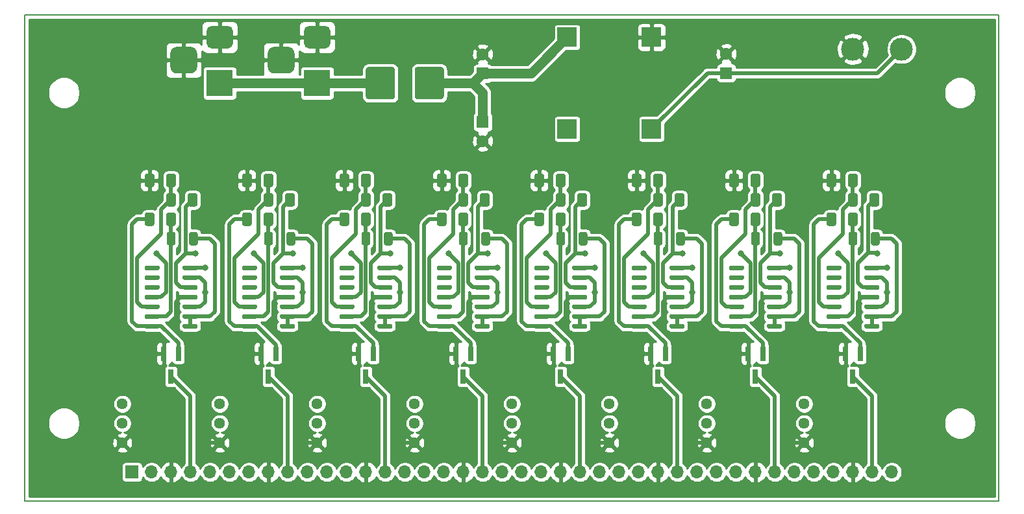
<source format=gbr>
G04 #@! TF.GenerationSoftware,KiCad,Pcbnew,5.1.8+dfsg1-1+b1*
G04 #@! TF.CreationDate,2021-07-09T11:11:43-05:00*
G04 #@! TF.ProjectId,potentiosynth,706f7465-6e74-4696-9f73-796e74682e6b,B*
G04 #@! TF.SameCoordinates,Original*
G04 #@! TF.FileFunction,Copper,L1,Top*
G04 #@! TF.FilePolarity,Positive*
%FSLAX46Y46*%
G04 Gerber Fmt 4.6, Leading zero omitted, Abs format (unit mm)*
G04 Created by KiCad (PCBNEW 5.1.8+dfsg1-1+b1) date 2021-07-09 11:11:43*
%MOMM*%
%LPD*%
G01*
G04 APERTURE LIST*
G04 #@! TA.AperFunction,Profile*
%ADD10C,0.150000*%
G04 #@! TD*
G04 #@! TA.AperFunction,SMDPad,CuDef*
%ADD11R,2.500000X2.500000*%
G04 #@! TD*
G04 #@! TA.AperFunction,ComponentPad*
%ADD12C,1.440000*%
G04 #@! TD*
G04 #@! TA.AperFunction,SMDPad,CuDef*
%ADD13R,0.800000X1.900000*%
G04 #@! TD*
G04 #@! TA.AperFunction,ComponentPad*
%ADD14R,3.500000X3.500000*%
G04 #@! TD*
G04 #@! TA.AperFunction,ComponentPad*
%ADD15O,1.700000X1.700000*%
G04 #@! TD*
G04 #@! TA.AperFunction,ComponentPad*
%ADD16R,1.700000X1.700000*%
G04 #@! TD*
G04 #@! TA.AperFunction,ComponentPad*
%ADD17C,3.000000*%
G04 #@! TD*
G04 #@! TA.AperFunction,ComponentPad*
%ADD18C,1.600000*%
G04 #@! TD*
G04 #@! TA.AperFunction,ComponentPad*
%ADD19R,1.600000X1.600000*%
G04 #@! TD*
G04 #@! TA.AperFunction,ViaPad*
%ADD20C,0.800000*%
G04 #@! TD*
G04 #@! TA.AperFunction,Conductor*
%ADD21C,0.508000*%
G04 #@! TD*
G04 #@! TA.AperFunction,Conductor*
%ADD22C,1.270000*%
G04 #@! TD*
G04 #@! TA.AperFunction,Conductor*
%ADD23C,0.254000*%
G04 #@! TD*
G04 #@! TA.AperFunction,Conductor*
%ADD24C,0.100000*%
G04 #@! TD*
G04 APERTURE END LIST*
D10*
X50800000Y-127000000D02*
X177800000Y-127000000D01*
X50800000Y-63500000D02*
X177800000Y-63500000D01*
X50800000Y-127000000D02*
X50800000Y-63500000D01*
X177800000Y-127000000D02*
X177800000Y-63500000D01*
G04 #@! TA.AperFunction,SMDPad,CuDef*
G36*
G01*
X95237300Y-74129900D02*
X95237300Y-70650100D01*
G75*
G02*
X95618300Y-70269100I381000J0D01*
G01*
X98666300Y-70269100D01*
G75*
G02*
X99047300Y-70650100I0J-381000D01*
G01*
X99047300Y-74129900D01*
G75*
G02*
X98666300Y-74510900I-381000J0D01*
G01*
X95618300Y-74510900D01*
G75*
G02*
X95237300Y-74129900I0J381000D01*
G01*
G37*
G04 #@! TD.AperFunction*
G04 #@! TA.AperFunction,SMDPad,CuDef*
G36*
G01*
X101612700Y-74129900D02*
X101612700Y-70650100D01*
G75*
G02*
X101993700Y-70269100I381000J0D01*
G01*
X105041700Y-70269100D01*
G75*
G02*
X105422700Y-70650100I0J-381000D01*
G01*
X105422700Y-74129900D01*
G75*
G02*
X105041700Y-74510900I-381000J0D01*
G01*
X101993700Y-74510900D01*
G75*
G02*
X101612700Y-74129900I0J381000D01*
G01*
G37*
G04 #@! TD.AperFunction*
G04 #@! TA.AperFunction,SMDPad,CuDef*
G36*
G01*
X160250000Y-96670000D02*
X160250000Y-96370000D01*
G75*
G02*
X160400000Y-96220000I150000J0D01*
G01*
X162050000Y-96220000D01*
G75*
G02*
X162200000Y-96370000I0J-150000D01*
G01*
X162200000Y-96670000D01*
G75*
G02*
X162050000Y-96820000I-150000J0D01*
G01*
X160400000Y-96820000D01*
G75*
G02*
X160250000Y-96670000I0J150000D01*
G01*
G37*
G04 #@! TD.AperFunction*
G04 #@! TA.AperFunction,SMDPad,CuDef*
G36*
G01*
X160250000Y-97940000D02*
X160250000Y-97640000D01*
G75*
G02*
X160400000Y-97490000I150000J0D01*
G01*
X162050000Y-97490000D01*
G75*
G02*
X162200000Y-97640000I0J-150000D01*
G01*
X162200000Y-97940000D01*
G75*
G02*
X162050000Y-98090000I-150000J0D01*
G01*
X160400000Y-98090000D01*
G75*
G02*
X160250000Y-97940000I0J150000D01*
G01*
G37*
G04 #@! TD.AperFunction*
G04 #@! TA.AperFunction,SMDPad,CuDef*
G36*
G01*
X160250000Y-99210000D02*
X160250000Y-98910000D01*
G75*
G02*
X160400000Y-98760000I150000J0D01*
G01*
X162050000Y-98760000D01*
G75*
G02*
X162200000Y-98910000I0J-150000D01*
G01*
X162200000Y-99210000D01*
G75*
G02*
X162050000Y-99360000I-150000J0D01*
G01*
X160400000Y-99360000D01*
G75*
G02*
X160250000Y-99210000I0J150000D01*
G01*
G37*
G04 #@! TD.AperFunction*
G04 #@! TA.AperFunction,SMDPad,CuDef*
G36*
G01*
X160250000Y-100480000D02*
X160250000Y-100180000D01*
G75*
G02*
X160400000Y-100030000I150000J0D01*
G01*
X162050000Y-100030000D01*
G75*
G02*
X162200000Y-100180000I0J-150000D01*
G01*
X162200000Y-100480000D01*
G75*
G02*
X162050000Y-100630000I-150000J0D01*
G01*
X160400000Y-100630000D01*
G75*
G02*
X160250000Y-100480000I0J150000D01*
G01*
G37*
G04 #@! TD.AperFunction*
G04 #@! TA.AperFunction,SMDPad,CuDef*
G36*
G01*
X160250000Y-101750000D02*
X160250000Y-101450000D01*
G75*
G02*
X160400000Y-101300000I150000J0D01*
G01*
X162050000Y-101300000D01*
G75*
G02*
X162200000Y-101450000I0J-150000D01*
G01*
X162200000Y-101750000D01*
G75*
G02*
X162050000Y-101900000I-150000J0D01*
G01*
X160400000Y-101900000D01*
G75*
G02*
X160250000Y-101750000I0J150000D01*
G01*
G37*
G04 #@! TD.AperFunction*
G04 #@! TA.AperFunction,SMDPad,CuDef*
G36*
G01*
X160250000Y-103020000D02*
X160250000Y-102720000D01*
G75*
G02*
X160400000Y-102570000I150000J0D01*
G01*
X162050000Y-102570000D01*
G75*
G02*
X162200000Y-102720000I0J-150000D01*
G01*
X162200000Y-103020000D01*
G75*
G02*
X162050000Y-103170000I-150000J0D01*
G01*
X160400000Y-103170000D01*
G75*
G02*
X160250000Y-103020000I0J150000D01*
G01*
G37*
G04 #@! TD.AperFunction*
G04 #@! TA.AperFunction,SMDPad,CuDef*
G36*
G01*
X160250000Y-104290000D02*
X160250000Y-103990000D01*
G75*
G02*
X160400000Y-103840000I150000J0D01*
G01*
X162050000Y-103840000D01*
G75*
G02*
X162200000Y-103990000I0J-150000D01*
G01*
X162200000Y-104290000D01*
G75*
G02*
X162050000Y-104440000I-150000J0D01*
G01*
X160400000Y-104440000D01*
G75*
G02*
X160250000Y-104290000I0J150000D01*
G01*
G37*
G04 #@! TD.AperFunction*
G04 #@! TA.AperFunction,SMDPad,CuDef*
G36*
G01*
X155300000Y-104290000D02*
X155300000Y-103990000D01*
G75*
G02*
X155450000Y-103840000I150000J0D01*
G01*
X157100000Y-103840000D01*
G75*
G02*
X157250000Y-103990000I0J-150000D01*
G01*
X157250000Y-104290000D01*
G75*
G02*
X157100000Y-104440000I-150000J0D01*
G01*
X155450000Y-104440000D01*
G75*
G02*
X155300000Y-104290000I0J150000D01*
G01*
G37*
G04 #@! TD.AperFunction*
G04 #@! TA.AperFunction,SMDPad,CuDef*
G36*
G01*
X155300000Y-103020000D02*
X155300000Y-102720000D01*
G75*
G02*
X155450000Y-102570000I150000J0D01*
G01*
X157100000Y-102570000D01*
G75*
G02*
X157250000Y-102720000I0J-150000D01*
G01*
X157250000Y-103020000D01*
G75*
G02*
X157100000Y-103170000I-150000J0D01*
G01*
X155450000Y-103170000D01*
G75*
G02*
X155300000Y-103020000I0J150000D01*
G01*
G37*
G04 #@! TD.AperFunction*
G04 #@! TA.AperFunction,SMDPad,CuDef*
G36*
G01*
X155300000Y-101750000D02*
X155300000Y-101450000D01*
G75*
G02*
X155450000Y-101300000I150000J0D01*
G01*
X157100000Y-101300000D01*
G75*
G02*
X157250000Y-101450000I0J-150000D01*
G01*
X157250000Y-101750000D01*
G75*
G02*
X157100000Y-101900000I-150000J0D01*
G01*
X155450000Y-101900000D01*
G75*
G02*
X155300000Y-101750000I0J150000D01*
G01*
G37*
G04 #@! TD.AperFunction*
G04 #@! TA.AperFunction,SMDPad,CuDef*
G36*
G01*
X155300000Y-100480000D02*
X155300000Y-100180000D01*
G75*
G02*
X155450000Y-100030000I150000J0D01*
G01*
X157100000Y-100030000D01*
G75*
G02*
X157250000Y-100180000I0J-150000D01*
G01*
X157250000Y-100480000D01*
G75*
G02*
X157100000Y-100630000I-150000J0D01*
G01*
X155450000Y-100630000D01*
G75*
G02*
X155300000Y-100480000I0J150000D01*
G01*
G37*
G04 #@! TD.AperFunction*
G04 #@! TA.AperFunction,SMDPad,CuDef*
G36*
G01*
X155300000Y-99210000D02*
X155300000Y-98910000D01*
G75*
G02*
X155450000Y-98760000I150000J0D01*
G01*
X157100000Y-98760000D01*
G75*
G02*
X157250000Y-98910000I0J-150000D01*
G01*
X157250000Y-99210000D01*
G75*
G02*
X157100000Y-99360000I-150000J0D01*
G01*
X155450000Y-99360000D01*
G75*
G02*
X155300000Y-99210000I0J150000D01*
G01*
G37*
G04 #@! TD.AperFunction*
G04 #@! TA.AperFunction,SMDPad,CuDef*
G36*
G01*
X155300000Y-97940000D02*
X155300000Y-97640000D01*
G75*
G02*
X155450000Y-97490000I150000J0D01*
G01*
X157100000Y-97490000D01*
G75*
G02*
X157250000Y-97640000I0J-150000D01*
G01*
X157250000Y-97940000D01*
G75*
G02*
X157100000Y-98090000I-150000J0D01*
G01*
X155450000Y-98090000D01*
G75*
G02*
X155300000Y-97940000I0J150000D01*
G01*
G37*
G04 #@! TD.AperFunction*
G04 #@! TA.AperFunction,SMDPad,CuDef*
G36*
G01*
X155300000Y-96670000D02*
X155300000Y-96370000D01*
G75*
G02*
X155450000Y-96220000I150000J0D01*
G01*
X157100000Y-96220000D01*
G75*
G02*
X157250000Y-96370000I0J-150000D01*
G01*
X157250000Y-96670000D01*
G75*
G02*
X157100000Y-96820000I-150000J0D01*
G01*
X155450000Y-96820000D01*
G75*
G02*
X155300000Y-96670000I0J150000D01*
G01*
G37*
G04 #@! TD.AperFunction*
G04 #@! TA.AperFunction,SMDPad,CuDef*
G36*
G01*
X147550000Y-96670000D02*
X147550000Y-96370000D01*
G75*
G02*
X147700000Y-96220000I150000J0D01*
G01*
X149350000Y-96220000D01*
G75*
G02*
X149500000Y-96370000I0J-150000D01*
G01*
X149500000Y-96670000D01*
G75*
G02*
X149350000Y-96820000I-150000J0D01*
G01*
X147700000Y-96820000D01*
G75*
G02*
X147550000Y-96670000I0J150000D01*
G01*
G37*
G04 #@! TD.AperFunction*
G04 #@! TA.AperFunction,SMDPad,CuDef*
G36*
G01*
X147550000Y-97940000D02*
X147550000Y-97640000D01*
G75*
G02*
X147700000Y-97490000I150000J0D01*
G01*
X149350000Y-97490000D01*
G75*
G02*
X149500000Y-97640000I0J-150000D01*
G01*
X149500000Y-97940000D01*
G75*
G02*
X149350000Y-98090000I-150000J0D01*
G01*
X147700000Y-98090000D01*
G75*
G02*
X147550000Y-97940000I0J150000D01*
G01*
G37*
G04 #@! TD.AperFunction*
G04 #@! TA.AperFunction,SMDPad,CuDef*
G36*
G01*
X147550000Y-99210000D02*
X147550000Y-98910000D01*
G75*
G02*
X147700000Y-98760000I150000J0D01*
G01*
X149350000Y-98760000D01*
G75*
G02*
X149500000Y-98910000I0J-150000D01*
G01*
X149500000Y-99210000D01*
G75*
G02*
X149350000Y-99360000I-150000J0D01*
G01*
X147700000Y-99360000D01*
G75*
G02*
X147550000Y-99210000I0J150000D01*
G01*
G37*
G04 #@! TD.AperFunction*
G04 #@! TA.AperFunction,SMDPad,CuDef*
G36*
G01*
X147550000Y-100480000D02*
X147550000Y-100180000D01*
G75*
G02*
X147700000Y-100030000I150000J0D01*
G01*
X149350000Y-100030000D01*
G75*
G02*
X149500000Y-100180000I0J-150000D01*
G01*
X149500000Y-100480000D01*
G75*
G02*
X149350000Y-100630000I-150000J0D01*
G01*
X147700000Y-100630000D01*
G75*
G02*
X147550000Y-100480000I0J150000D01*
G01*
G37*
G04 #@! TD.AperFunction*
G04 #@! TA.AperFunction,SMDPad,CuDef*
G36*
G01*
X147550000Y-101750000D02*
X147550000Y-101450000D01*
G75*
G02*
X147700000Y-101300000I150000J0D01*
G01*
X149350000Y-101300000D01*
G75*
G02*
X149500000Y-101450000I0J-150000D01*
G01*
X149500000Y-101750000D01*
G75*
G02*
X149350000Y-101900000I-150000J0D01*
G01*
X147700000Y-101900000D01*
G75*
G02*
X147550000Y-101750000I0J150000D01*
G01*
G37*
G04 #@! TD.AperFunction*
G04 #@! TA.AperFunction,SMDPad,CuDef*
G36*
G01*
X147550000Y-103020000D02*
X147550000Y-102720000D01*
G75*
G02*
X147700000Y-102570000I150000J0D01*
G01*
X149350000Y-102570000D01*
G75*
G02*
X149500000Y-102720000I0J-150000D01*
G01*
X149500000Y-103020000D01*
G75*
G02*
X149350000Y-103170000I-150000J0D01*
G01*
X147700000Y-103170000D01*
G75*
G02*
X147550000Y-103020000I0J150000D01*
G01*
G37*
G04 #@! TD.AperFunction*
G04 #@! TA.AperFunction,SMDPad,CuDef*
G36*
G01*
X147550000Y-104290000D02*
X147550000Y-103990000D01*
G75*
G02*
X147700000Y-103840000I150000J0D01*
G01*
X149350000Y-103840000D01*
G75*
G02*
X149500000Y-103990000I0J-150000D01*
G01*
X149500000Y-104290000D01*
G75*
G02*
X149350000Y-104440000I-150000J0D01*
G01*
X147700000Y-104440000D01*
G75*
G02*
X147550000Y-104290000I0J150000D01*
G01*
G37*
G04 #@! TD.AperFunction*
G04 #@! TA.AperFunction,SMDPad,CuDef*
G36*
G01*
X142600000Y-104290000D02*
X142600000Y-103990000D01*
G75*
G02*
X142750000Y-103840000I150000J0D01*
G01*
X144400000Y-103840000D01*
G75*
G02*
X144550000Y-103990000I0J-150000D01*
G01*
X144550000Y-104290000D01*
G75*
G02*
X144400000Y-104440000I-150000J0D01*
G01*
X142750000Y-104440000D01*
G75*
G02*
X142600000Y-104290000I0J150000D01*
G01*
G37*
G04 #@! TD.AperFunction*
G04 #@! TA.AperFunction,SMDPad,CuDef*
G36*
G01*
X142600000Y-103020000D02*
X142600000Y-102720000D01*
G75*
G02*
X142750000Y-102570000I150000J0D01*
G01*
X144400000Y-102570000D01*
G75*
G02*
X144550000Y-102720000I0J-150000D01*
G01*
X144550000Y-103020000D01*
G75*
G02*
X144400000Y-103170000I-150000J0D01*
G01*
X142750000Y-103170000D01*
G75*
G02*
X142600000Y-103020000I0J150000D01*
G01*
G37*
G04 #@! TD.AperFunction*
G04 #@! TA.AperFunction,SMDPad,CuDef*
G36*
G01*
X142600000Y-101750000D02*
X142600000Y-101450000D01*
G75*
G02*
X142750000Y-101300000I150000J0D01*
G01*
X144400000Y-101300000D01*
G75*
G02*
X144550000Y-101450000I0J-150000D01*
G01*
X144550000Y-101750000D01*
G75*
G02*
X144400000Y-101900000I-150000J0D01*
G01*
X142750000Y-101900000D01*
G75*
G02*
X142600000Y-101750000I0J150000D01*
G01*
G37*
G04 #@! TD.AperFunction*
G04 #@! TA.AperFunction,SMDPad,CuDef*
G36*
G01*
X142600000Y-100480000D02*
X142600000Y-100180000D01*
G75*
G02*
X142750000Y-100030000I150000J0D01*
G01*
X144400000Y-100030000D01*
G75*
G02*
X144550000Y-100180000I0J-150000D01*
G01*
X144550000Y-100480000D01*
G75*
G02*
X144400000Y-100630000I-150000J0D01*
G01*
X142750000Y-100630000D01*
G75*
G02*
X142600000Y-100480000I0J150000D01*
G01*
G37*
G04 #@! TD.AperFunction*
G04 #@! TA.AperFunction,SMDPad,CuDef*
G36*
G01*
X142600000Y-99210000D02*
X142600000Y-98910000D01*
G75*
G02*
X142750000Y-98760000I150000J0D01*
G01*
X144400000Y-98760000D01*
G75*
G02*
X144550000Y-98910000I0J-150000D01*
G01*
X144550000Y-99210000D01*
G75*
G02*
X144400000Y-99360000I-150000J0D01*
G01*
X142750000Y-99360000D01*
G75*
G02*
X142600000Y-99210000I0J150000D01*
G01*
G37*
G04 #@! TD.AperFunction*
G04 #@! TA.AperFunction,SMDPad,CuDef*
G36*
G01*
X142600000Y-97940000D02*
X142600000Y-97640000D01*
G75*
G02*
X142750000Y-97490000I150000J0D01*
G01*
X144400000Y-97490000D01*
G75*
G02*
X144550000Y-97640000I0J-150000D01*
G01*
X144550000Y-97940000D01*
G75*
G02*
X144400000Y-98090000I-150000J0D01*
G01*
X142750000Y-98090000D01*
G75*
G02*
X142600000Y-97940000I0J150000D01*
G01*
G37*
G04 #@! TD.AperFunction*
G04 #@! TA.AperFunction,SMDPad,CuDef*
G36*
G01*
X142600000Y-96670000D02*
X142600000Y-96370000D01*
G75*
G02*
X142750000Y-96220000I150000J0D01*
G01*
X144400000Y-96220000D01*
G75*
G02*
X144550000Y-96370000I0J-150000D01*
G01*
X144550000Y-96670000D01*
G75*
G02*
X144400000Y-96820000I-150000J0D01*
G01*
X142750000Y-96820000D01*
G75*
G02*
X142600000Y-96670000I0J150000D01*
G01*
G37*
G04 #@! TD.AperFunction*
G04 #@! TA.AperFunction,SMDPad,CuDef*
G36*
G01*
X134850000Y-96670000D02*
X134850000Y-96370000D01*
G75*
G02*
X135000000Y-96220000I150000J0D01*
G01*
X136650000Y-96220000D01*
G75*
G02*
X136800000Y-96370000I0J-150000D01*
G01*
X136800000Y-96670000D01*
G75*
G02*
X136650000Y-96820000I-150000J0D01*
G01*
X135000000Y-96820000D01*
G75*
G02*
X134850000Y-96670000I0J150000D01*
G01*
G37*
G04 #@! TD.AperFunction*
G04 #@! TA.AperFunction,SMDPad,CuDef*
G36*
G01*
X134850000Y-97940000D02*
X134850000Y-97640000D01*
G75*
G02*
X135000000Y-97490000I150000J0D01*
G01*
X136650000Y-97490000D01*
G75*
G02*
X136800000Y-97640000I0J-150000D01*
G01*
X136800000Y-97940000D01*
G75*
G02*
X136650000Y-98090000I-150000J0D01*
G01*
X135000000Y-98090000D01*
G75*
G02*
X134850000Y-97940000I0J150000D01*
G01*
G37*
G04 #@! TD.AperFunction*
G04 #@! TA.AperFunction,SMDPad,CuDef*
G36*
G01*
X134850000Y-99210000D02*
X134850000Y-98910000D01*
G75*
G02*
X135000000Y-98760000I150000J0D01*
G01*
X136650000Y-98760000D01*
G75*
G02*
X136800000Y-98910000I0J-150000D01*
G01*
X136800000Y-99210000D01*
G75*
G02*
X136650000Y-99360000I-150000J0D01*
G01*
X135000000Y-99360000D01*
G75*
G02*
X134850000Y-99210000I0J150000D01*
G01*
G37*
G04 #@! TD.AperFunction*
G04 #@! TA.AperFunction,SMDPad,CuDef*
G36*
G01*
X134850000Y-100480000D02*
X134850000Y-100180000D01*
G75*
G02*
X135000000Y-100030000I150000J0D01*
G01*
X136650000Y-100030000D01*
G75*
G02*
X136800000Y-100180000I0J-150000D01*
G01*
X136800000Y-100480000D01*
G75*
G02*
X136650000Y-100630000I-150000J0D01*
G01*
X135000000Y-100630000D01*
G75*
G02*
X134850000Y-100480000I0J150000D01*
G01*
G37*
G04 #@! TD.AperFunction*
G04 #@! TA.AperFunction,SMDPad,CuDef*
G36*
G01*
X134850000Y-101750000D02*
X134850000Y-101450000D01*
G75*
G02*
X135000000Y-101300000I150000J0D01*
G01*
X136650000Y-101300000D01*
G75*
G02*
X136800000Y-101450000I0J-150000D01*
G01*
X136800000Y-101750000D01*
G75*
G02*
X136650000Y-101900000I-150000J0D01*
G01*
X135000000Y-101900000D01*
G75*
G02*
X134850000Y-101750000I0J150000D01*
G01*
G37*
G04 #@! TD.AperFunction*
G04 #@! TA.AperFunction,SMDPad,CuDef*
G36*
G01*
X134850000Y-103020000D02*
X134850000Y-102720000D01*
G75*
G02*
X135000000Y-102570000I150000J0D01*
G01*
X136650000Y-102570000D01*
G75*
G02*
X136800000Y-102720000I0J-150000D01*
G01*
X136800000Y-103020000D01*
G75*
G02*
X136650000Y-103170000I-150000J0D01*
G01*
X135000000Y-103170000D01*
G75*
G02*
X134850000Y-103020000I0J150000D01*
G01*
G37*
G04 #@! TD.AperFunction*
G04 #@! TA.AperFunction,SMDPad,CuDef*
G36*
G01*
X134850000Y-104290000D02*
X134850000Y-103990000D01*
G75*
G02*
X135000000Y-103840000I150000J0D01*
G01*
X136650000Y-103840000D01*
G75*
G02*
X136800000Y-103990000I0J-150000D01*
G01*
X136800000Y-104290000D01*
G75*
G02*
X136650000Y-104440000I-150000J0D01*
G01*
X135000000Y-104440000D01*
G75*
G02*
X134850000Y-104290000I0J150000D01*
G01*
G37*
G04 #@! TD.AperFunction*
G04 #@! TA.AperFunction,SMDPad,CuDef*
G36*
G01*
X129900000Y-104290000D02*
X129900000Y-103990000D01*
G75*
G02*
X130050000Y-103840000I150000J0D01*
G01*
X131700000Y-103840000D01*
G75*
G02*
X131850000Y-103990000I0J-150000D01*
G01*
X131850000Y-104290000D01*
G75*
G02*
X131700000Y-104440000I-150000J0D01*
G01*
X130050000Y-104440000D01*
G75*
G02*
X129900000Y-104290000I0J150000D01*
G01*
G37*
G04 #@! TD.AperFunction*
G04 #@! TA.AperFunction,SMDPad,CuDef*
G36*
G01*
X129900000Y-103020000D02*
X129900000Y-102720000D01*
G75*
G02*
X130050000Y-102570000I150000J0D01*
G01*
X131700000Y-102570000D01*
G75*
G02*
X131850000Y-102720000I0J-150000D01*
G01*
X131850000Y-103020000D01*
G75*
G02*
X131700000Y-103170000I-150000J0D01*
G01*
X130050000Y-103170000D01*
G75*
G02*
X129900000Y-103020000I0J150000D01*
G01*
G37*
G04 #@! TD.AperFunction*
G04 #@! TA.AperFunction,SMDPad,CuDef*
G36*
G01*
X129900000Y-101750000D02*
X129900000Y-101450000D01*
G75*
G02*
X130050000Y-101300000I150000J0D01*
G01*
X131700000Y-101300000D01*
G75*
G02*
X131850000Y-101450000I0J-150000D01*
G01*
X131850000Y-101750000D01*
G75*
G02*
X131700000Y-101900000I-150000J0D01*
G01*
X130050000Y-101900000D01*
G75*
G02*
X129900000Y-101750000I0J150000D01*
G01*
G37*
G04 #@! TD.AperFunction*
G04 #@! TA.AperFunction,SMDPad,CuDef*
G36*
G01*
X129900000Y-100480000D02*
X129900000Y-100180000D01*
G75*
G02*
X130050000Y-100030000I150000J0D01*
G01*
X131700000Y-100030000D01*
G75*
G02*
X131850000Y-100180000I0J-150000D01*
G01*
X131850000Y-100480000D01*
G75*
G02*
X131700000Y-100630000I-150000J0D01*
G01*
X130050000Y-100630000D01*
G75*
G02*
X129900000Y-100480000I0J150000D01*
G01*
G37*
G04 #@! TD.AperFunction*
G04 #@! TA.AperFunction,SMDPad,CuDef*
G36*
G01*
X129900000Y-99210000D02*
X129900000Y-98910000D01*
G75*
G02*
X130050000Y-98760000I150000J0D01*
G01*
X131700000Y-98760000D01*
G75*
G02*
X131850000Y-98910000I0J-150000D01*
G01*
X131850000Y-99210000D01*
G75*
G02*
X131700000Y-99360000I-150000J0D01*
G01*
X130050000Y-99360000D01*
G75*
G02*
X129900000Y-99210000I0J150000D01*
G01*
G37*
G04 #@! TD.AperFunction*
G04 #@! TA.AperFunction,SMDPad,CuDef*
G36*
G01*
X129900000Y-97940000D02*
X129900000Y-97640000D01*
G75*
G02*
X130050000Y-97490000I150000J0D01*
G01*
X131700000Y-97490000D01*
G75*
G02*
X131850000Y-97640000I0J-150000D01*
G01*
X131850000Y-97940000D01*
G75*
G02*
X131700000Y-98090000I-150000J0D01*
G01*
X130050000Y-98090000D01*
G75*
G02*
X129900000Y-97940000I0J150000D01*
G01*
G37*
G04 #@! TD.AperFunction*
G04 #@! TA.AperFunction,SMDPad,CuDef*
G36*
G01*
X129900000Y-96670000D02*
X129900000Y-96370000D01*
G75*
G02*
X130050000Y-96220000I150000J0D01*
G01*
X131700000Y-96220000D01*
G75*
G02*
X131850000Y-96370000I0J-150000D01*
G01*
X131850000Y-96670000D01*
G75*
G02*
X131700000Y-96820000I-150000J0D01*
G01*
X130050000Y-96820000D01*
G75*
G02*
X129900000Y-96670000I0J150000D01*
G01*
G37*
G04 #@! TD.AperFunction*
G04 #@! TA.AperFunction,SMDPad,CuDef*
G36*
G01*
X122150000Y-96670000D02*
X122150000Y-96370000D01*
G75*
G02*
X122300000Y-96220000I150000J0D01*
G01*
X123950000Y-96220000D01*
G75*
G02*
X124100000Y-96370000I0J-150000D01*
G01*
X124100000Y-96670000D01*
G75*
G02*
X123950000Y-96820000I-150000J0D01*
G01*
X122300000Y-96820000D01*
G75*
G02*
X122150000Y-96670000I0J150000D01*
G01*
G37*
G04 #@! TD.AperFunction*
G04 #@! TA.AperFunction,SMDPad,CuDef*
G36*
G01*
X122150000Y-97940000D02*
X122150000Y-97640000D01*
G75*
G02*
X122300000Y-97490000I150000J0D01*
G01*
X123950000Y-97490000D01*
G75*
G02*
X124100000Y-97640000I0J-150000D01*
G01*
X124100000Y-97940000D01*
G75*
G02*
X123950000Y-98090000I-150000J0D01*
G01*
X122300000Y-98090000D01*
G75*
G02*
X122150000Y-97940000I0J150000D01*
G01*
G37*
G04 #@! TD.AperFunction*
G04 #@! TA.AperFunction,SMDPad,CuDef*
G36*
G01*
X122150000Y-99210000D02*
X122150000Y-98910000D01*
G75*
G02*
X122300000Y-98760000I150000J0D01*
G01*
X123950000Y-98760000D01*
G75*
G02*
X124100000Y-98910000I0J-150000D01*
G01*
X124100000Y-99210000D01*
G75*
G02*
X123950000Y-99360000I-150000J0D01*
G01*
X122300000Y-99360000D01*
G75*
G02*
X122150000Y-99210000I0J150000D01*
G01*
G37*
G04 #@! TD.AperFunction*
G04 #@! TA.AperFunction,SMDPad,CuDef*
G36*
G01*
X122150000Y-100480000D02*
X122150000Y-100180000D01*
G75*
G02*
X122300000Y-100030000I150000J0D01*
G01*
X123950000Y-100030000D01*
G75*
G02*
X124100000Y-100180000I0J-150000D01*
G01*
X124100000Y-100480000D01*
G75*
G02*
X123950000Y-100630000I-150000J0D01*
G01*
X122300000Y-100630000D01*
G75*
G02*
X122150000Y-100480000I0J150000D01*
G01*
G37*
G04 #@! TD.AperFunction*
G04 #@! TA.AperFunction,SMDPad,CuDef*
G36*
G01*
X122150000Y-101750000D02*
X122150000Y-101450000D01*
G75*
G02*
X122300000Y-101300000I150000J0D01*
G01*
X123950000Y-101300000D01*
G75*
G02*
X124100000Y-101450000I0J-150000D01*
G01*
X124100000Y-101750000D01*
G75*
G02*
X123950000Y-101900000I-150000J0D01*
G01*
X122300000Y-101900000D01*
G75*
G02*
X122150000Y-101750000I0J150000D01*
G01*
G37*
G04 #@! TD.AperFunction*
G04 #@! TA.AperFunction,SMDPad,CuDef*
G36*
G01*
X122150000Y-103020000D02*
X122150000Y-102720000D01*
G75*
G02*
X122300000Y-102570000I150000J0D01*
G01*
X123950000Y-102570000D01*
G75*
G02*
X124100000Y-102720000I0J-150000D01*
G01*
X124100000Y-103020000D01*
G75*
G02*
X123950000Y-103170000I-150000J0D01*
G01*
X122300000Y-103170000D01*
G75*
G02*
X122150000Y-103020000I0J150000D01*
G01*
G37*
G04 #@! TD.AperFunction*
G04 #@! TA.AperFunction,SMDPad,CuDef*
G36*
G01*
X122150000Y-104290000D02*
X122150000Y-103990000D01*
G75*
G02*
X122300000Y-103840000I150000J0D01*
G01*
X123950000Y-103840000D01*
G75*
G02*
X124100000Y-103990000I0J-150000D01*
G01*
X124100000Y-104290000D01*
G75*
G02*
X123950000Y-104440000I-150000J0D01*
G01*
X122300000Y-104440000D01*
G75*
G02*
X122150000Y-104290000I0J150000D01*
G01*
G37*
G04 #@! TD.AperFunction*
G04 #@! TA.AperFunction,SMDPad,CuDef*
G36*
G01*
X117200000Y-104290000D02*
X117200000Y-103990000D01*
G75*
G02*
X117350000Y-103840000I150000J0D01*
G01*
X119000000Y-103840000D01*
G75*
G02*
X119150000Y-103990000I0J-150000D01*
G01*
X119150000Y-104290000D01*
G75*
G02*
X119000000Y-104440000I-150000J0D01*
G01*
X117350000Y-104440000D01*
G75*
G02*
X117200000Y-104290000I0J150000D01*
G01*
G37*
G04 #@! TD.AperFunction*
G04 #@! TA.AperFunction,SMDPad,CuDef*
G36*
G01*
X117200000Y-103020000D02*
X117200000Y-102720000D01*
G75*
G02*
X117350000Y-102570000I150000J0D01*
G01*
X119000000Y-102570000D01*
G75*
G02*
X119150000Y-102720000I0J-150000D01*
G01*
X119150000Y-103020000D01*
G75*
G02*
X119000000Y-103170000I-150000J0D01*
G01*
X117350000Y-103170000D01*
G75*
G02*
X117200000Y-103020000I0J150000D01*
G01*
G37*
G04 #@! TD.AperFunction*
G04 #@! TA.AperFunction,SMDPad,CuDef*
G36*
G01*
X117200000Y-101750000D02*
X117200000Y-101450000D01*
G75*
G02*
X117350000Y-101300000I150000J0D01*
G01*
X119000000Y-101300000D01*
G75*
G02*
X119150000Y-101450000I0J-150000D01*
G01*
X119150000Y-101750000D01*
G75*
G02*
X119000000Y-101900000I-150000J0D01*
G01*
X117350000Y-101900000D01*
G75*
G02*
X117200000Y-101750000I0J150000D01*
G01*
G37*
G04 #@! TD.AperFunction*
G04 #@! TA.AperFunction,SMDPad,CuDef*
G36*
G01*
X117200000Y-100480000D02*
X117200000Y-100180000D01*
G75*
G02*
X117350000Y-100030000I150000J0D01*
G01*
X119000000Y-100030000D01*
G75*
G02*
X119150000Y-100180000I0J-150000D01*
G01*
X119150000Y-100480000D01*
G75*
G02*
X119000000Y-100630000I-150000J0D01*
G01*
X117350000Y-100630000D01*
G75*
G02*
X117200000Y-100480000I0J150000D01*
G01*
G37*
G04 #@! TD.AperFunction*
G04 #@! TA.AperFunction,SMDPad,CuDef*
G36*
G01*
X117200000Y-99210000D02*
X117200000Y-98910000D01*
G75*
G02*
X117350000Y-98760000I150000J0D01*
G01*
X119000000Y-98760000D01*
G75*
G02*
X119150000Y-98910000I0J-150000D01*
G01*
X119150000Y-99210000D01*
G75*
G02*
X119000000Y-99360000I-150000J0D01*
G01*
X117350000Y-99360000D01*
G75*
G02*
X117200000Y-99210000I0J150000D01*
G01*
G37*
G04 #@! TD.AperFunction*
G04 #@! TA.AperFunction,SMDPad,CuDef*
G36*
G01*
X117200000Y-97940000D02*
X117200000Y-97640000D01*
G75*
G02*
X117350000Y-97490000I150000J0D01*
G01*
X119000000Y-97490000D01*
G75*
G02*
X119150000Y-97640000I0J-150000D01*
G01*
X119150000Y-97940000D01*
G75*
G02*
X119000000Y-98090000I-150000J0D01*
G01*
X117350000Y-98090000D01*
G75*
G02*
X117200000Y-97940000I0J150000D01*
G01*
G37*
G04 #@! TD.AperFunction*
G04 #@! TA.AperFunction,SMDPad,CuDef*
G36*
G01*
X117200000Y-96670000D02*
X117200000Y-96370000D01*
G75*
G02*
X117350000Y-96220000I150000J0D01*
G01*
X119000000Y-96220000D01*
G75*
G02*
X119150000Y-96370000I0J-150000D01*
G01*
X119150000Y-96670000D01*
G75*
G02*
X119000000Y-96820000I-150000J0D01*
G01*
X117350000Y-96820000D01*
G75*
G02*
X117200000Y-96670000I0J150000D01*
G01*
G37*
G04 #@! TD.AperFunction*
G04 #@! TA.AperFunction,SMDPad,CuDef*
G36*
G01*
X109450000Y-96670000D02*
X109450000Y-96370000D01*
G75*
G02*
X109600000Y-96220000I150000J0D01*
G01*
X111250000Y-96220000D01*
G75*
G02*
X111400000Y-96370000I0J-150000D01*
G01*
X111400000Y-96670000D01*
G75*
G02*
X111250000Y-96820000I-150000J0D01*
G01*
X109600000Y-96820000D01*
G75*
G02*
X109450000Y-96670000I0J150000D01*
G01*
G37*
G04 #@! TD.AperFunction*
G04 #@! TA.AperFunction,SMDPad,CuDef*
G36*
G01*
X109450000Y-97940000D02*
X109450000Y-97640000D01*
G75*
G02*
X109600000Y-97490000I150000J0D01*
G01*
X111250000Y-97490000D01*
G75*
G02*
X111400000Y-97640000I0J-150000D01*
G01*
X111400000Y-97940000D01*
G75*
G02*
X111250000Y-98090000I-150000J0D01*
G01*
X109600000Y-98090000D01*
G75*
G02*
X109450000Y-97940000I0J150000D01*
G01*
G37*
G04 #@! TD.AperFunction*
G04 #@! TA.AperFunction,SMDPad,CuDef*
G36*
G01*
X109450000Y-99210000D02*
X109450000Y-98910000D01*
G75*
G02*
X109600000Y-98760000I150000J0D01*
G01*
X111250000Y-98760000D01*
G75*
G02*
X111400000Y-98910000I0J-150000D01*
G01*
X111400000Y-99210000D01*
G75*
G02*
X111250000Y-99360000I-150000J0D01*
G01*
X109600000Y-99360000D01*
G75*
G02*
X109450000Y-99210000I0J150000D01*
G01*
G37*
G04 #@! TD.AperFunction*
G04 #@! TA.AperFunction,SMDPad,CuDef*
G36*
G01*
X109450000Y-100480000D02*
X109450000Y-100180000D01*
G75*
G02*
X109600000Y-100030000I150000J0D01*
G01*
X111250000Y-100030000D01*
G75*
G02*
X111400000Y-100180000I0J-150000D01*
G01*
X111400000Y-100480000D01*
G75*
G02*
X111250000Y-100630000I-150000J0D01*
G01*
X109600000Y-100630000D01*
G75*
G02*
X109450000Y-100480000I0J150000D01*
G01*
G37*
G04 #@! TD.AperFunction*
G04 #@! TA.AperFunction,SMDPad,CuDef*
G36*
G01*
X109450000Y-101750000D02*
X109450000Y-101450000D01*
G75*
G02*
X109600000Y-101300000I150000J0D01*
G01*
X111250000Y-101300000D01*
G75*
G02*
X111400000Y-101450000I0J-150000D01*
G01*
X111400000Y-101750000D01*
G75*
G02*
X111250000Y-101900000I-150000J0D01*
G01*
X109600000Y-101900000D01*
G75*
G02*
X109450000Y-101750000I0J150000D01*
G01*
G37*
G04 #@! TD.AperFunction*
G04 #@! TA.AperFunction,SMDPad,CuDef*
G36*
G01*
X109450000Y-103020000D02*
X109450000Y-102720000D01*
G75*
G02*
X109600000Y-102570000I150000J0D01*
G01*
X111250000Y-102570000D01*
G75*
G02*
X111400000Y-102720000I0J-150000D01*
G01*
X111400000Y-103020000D01*
G75*
G02*
X111250000Y-103170000I-150000J0D01*
G01*
X109600000Y-103170000D01*
G75*
G02*
X109450000Y-103020000I0J150000D01*
G01*
G37*
G04 #@! TD.AperFunction*
G04 #@! TA.AperFunction,SMDPad,CuDef*
G36*
G01*
X109450000Y-104290000D02*
X109450000Y-103990000D01*
G75*
G02*
X109600000Y-103840000I150000J0D01*
G01*
X111250000Y-103840000D01*
G75*
G02*
X111400000Y-103990000I0J-150000D01*
G01*
X111400000Y-104290000D01*
G75*
G02*
X111250000Y-104440000I-150000J0D01*
G01*
X109600000Y-104440000D01*
G75*
G02*
X109450000Y-104290000I0J150000D01*
G01*
G37*
G04 #@! TD.AperFunction*
G04 #@! TA.AperFunction,SMDPad,CuDef*
G36*
G01*
X104500000Y-104290000D02*
X104500000Y-103990000D01*
G75*
G02*
X104650000Y-103840000I150000J0D01*
G01*
X106300000Y-103840000D01*
G75*
G02*
X106450000Y-103990000I0J-150000D01*
G01*
X106450000Y-104290000D01*
G75*
G02*
X106300000Y-104440000I-150000J0D01*
G01*
X104650000Y-104440000D01*
G75*
G02*
X104500000Y-104290000I0J150000D01*
G01*
G37*
G04 #@! TD.AperFunction*
G04 #@! TA.AperFunction,SMDPad,CuDef*
G36*
G01*
X104500000Y-103020000D02*
X104500000Y-102720000D01*
G75*
G02*
X104650000Y-102570000I150000J0D01*
G01*
X106300000Y-102570000D01*
G75*
G02*
X106450000Y-102720000I0J-150000D01*
G01*
X106450000Y-103020000D01*
G75*
G02*
X106300000Y-103170000I-150000J0D01*
G01*
X104650000Y-103170000D01*
G75*
G02*
X104500000Y-103020000I0J150000D01*
G01*
G37*
G04 #@! TD.AperFunction*
G04 #@! TA.AperFunction,SMDPad,CuDef*
G36*
G01*
X104500000Y-101750000D02*
X104500000Y-101450000D01*
G75*
G02*
X104650000Y-101300000I150000J0D01*
G01*
X106300000Y-101300000D01*
G75*
G02*
X106450000Y-101450000I0J-150000D01*
G01*
X106450000Y-101750000D01*
G75*
G02*
X106300000Y-101900000I-150000J0D01*
G01*
X104650000Y-101900000D01*
G75*
G02*
X104500000Y-101750000I0J150000D01*
G01*
G37*
G04 #@! TD.AperFunction*
G04 #@! TA.AperFunction,SMDPad,CuDef*
G36*
G01*
X104500000Y-100480000D02*
X104500000Y-100180000D01*
G75*
G02*
X104650000Y-100030000I150000J0D01*
G01*
X106300000Y-100030000D01*
G75*
G02*
X106450000Y-100180000I0J-150000D01*
G01*
X106450000Y-100480000D01*
G75*
G02*
X106300000Y-100630000I-150000J0D01*
G01*
X104650000Y-100630000D01*
G75*
G02*
X104500000Y-100480000I0J150000D01*
G01*
G37*
G04 #@! TD.AperFunction*
G04 #@! TA.AperFunction,SMDPad,CuDef*
G36*
G01*
X104500000Y-99210000D02*
X104500000Y-98910000D01*
G75*
G02*
X104650000Y-98760000I150000J0D01*
G01*
X106300000Y-98760000D01*
G75*
G02*
X106450000Y-98910000I0J-150000D01*
G01*
X106450000Y-99210000D01*
G75*
G02*
X106300000Y-99360000I-150000J0D01*
G01*
X104650000Y-99360000D01*
G75*
G02*
X104500000Y-99210000I0J150000D01*
G01*
G37*
G04 #@! TD.AperFunction*
G04 #@! TA.AperFunction,SMDPad,CuDef*
G36*
G01*
X104500000Y-97940000D02*
X104500000Y-97640000D01*
G75*
G02*
X104650000Y-97490000I150000J0D01*
G01*
X106300000Y-97490000D01*
G75*
G02*
X106450000Y-97640000I0J-150000D01*
G01*
X106450000Y-97940000D01*
G75*
G02*
X106300000Y-98090000I-150000J0D01*
G01*
X104650000Y-98090000D01*
G75*
G02*
X104500000Y-97940000I0J150000D01*
G01*
G37*
G04 #@! TD.AperFunction*
G04 #@! TA.AperFunction,SMDPad,CuDef*
G36*
G01*
X104500000Y-96670000D02*
X104500000Y-96370000D01*
G75*
G02*
X104650000Y-96220000I150000J0D01*
G01*
X106300000Y-96220000D01*
G75*
G02*
X106450000Y-96370000I0J-150000D01*
G01*
X106450000Y-96670000D01*
G75*
G02*
X106300000Y-96820000I-150000J0D01*
G01*
X104650000Y-96820000D01*
G75*
G02*
X104500000Y-96670000I0J150000D01*
G01*
G37*
G04 #@! TD.AperFunction*
G04 #@! TA.AperFunction,SMDPad,CuDef*
G36*
G01*
X96750000Y-96670000D02*
X96750000Y-96370000D01*
G75*
G02*
X96900000Y-96220000I150000J0D01*
G01*
X98550000Y-96220000D01*
G75*
G02*
X98700000Y-96370000I0J-150000D01*
G01*
X98700000Y-96670000D01*
G75*
G02*
X98550000Y-96820000I-150000J0D01*
G01*
X96900000Y-96820000D01*
G75*
G02*
X96750000Y-96670000I0J150000D01*
G01*
G37*
G04 #@! TD.AperFunction*
G04 #@! TA.AperFunction,SMDPad,CuDef*
G36*
G01*
X96750000Y-97940000D02*
X96750000Y-97640000D01*
G75*
G02*
X96900000Y-97490000I150000J0D01*
G01*
X98550000Y-97490000D01*
G75*
G02*
X98700000Y-97640000I0J-150000D01*
G01*
X98700000Y-97940000D01*
G75*
G02*
X98550000Y-98090000I-150000J0D01*
G01*
X96900000Y-98090000D01*
G75*
G02*
X96750000Y-97940000I0J150000D01*
G01*
G37*
G04 #@! TD.AperFunction*
G04 #@! TA.AperFunction,SMDPad,CuDef*
G36*
G01*
X96750000Y-99210000D02*
X96750000Y-98910000D01*
G75*
G02*
X96900000Y-98760000I150000J0D01*
G01*
X98550000Y-98760000D01*
G75*
G02*
X98700000Y-98910000I0J-150000D01*
G01*
X98700000Y-99210000D01*
G75*
G02*
X98550000Y-99360000I-150000J0D01*
G01*
X96900000Y-99360000D01*
G75*
G02*
X96750000Y-99210000I0J150000D01*
G01*
G37*
G04 #@! TD.AperFunction*
G04 #@! TA.AperFunction,SMDPad,CuDef*
G36*
G01*
X96750000Y-100480000D02*
X96750000Y-100180000D01*
G75*
G02*
X96900000Y-100030000I150000J0D01*
G01*
X98550000Y-100030000D01*
G75*
G02*
X98700000Y-100180000I0J-150000D01*
G01*
X98700000Y-100480000D01*
G75*
G02*
X98550000Y-100630000I-150000J0D01*
G01*
X96900000Y-100630000D01*
G75*
G02*
X96750000Y-100480000I0J150000D01*
G01*
G37*
G04 #@! TD.AperFunction*
G04 #@! TA.AperFunction,SMDPad,CuDef*
G36*
G01*
X96750000Y-101750000D02*
X96750000Y-101450000D01*
G75*
G02*
X96900000Y-101300000I150000J0D01*
G01*
X98550000Y-101300000D01*
G75*
G02*
X98700000Y-101450000I0J-150000D01*
G01*
X98700000Y-101750000D01*
G75*
G02*
X98550000Y-101900000I-150000J0D01*
G01*
X96900000Y-101900000D01*
G75*
G02*
X96750000Y-101750000I0J150000D01*
G01*
G37*
G04 #@! TD.AperFunction*
G04 #@! TA.AperFunction,SMDPad,CuDef*
G36*
G01*
X96750000Y-103020000D02*
X96750000Y-102720000D01*
G75*
G02*
X96900000Y-102570000I150000J0D01*
G01*
X98550000Y-102570000D01*
G75*
G02*
X98700000Y-102720000I0J-150000D01*
G01*
X98700000Y-103020000D01*
G75*
G02*
X98550000Y-103170000I-150000J0D01*
G01*
X96900000Y-103170000D01*
G75*
G02*
X96750000Y-103020000I0J150000D01*
G01*
G37*
G04 #@! TD.AperFunction*
G04 #@! TA.AperFunction,SMDPad,CuDef*
G36*
G01*
X96750000Y-104290000D02*
X96750000Y-103990000D01*
G75*
G02*
X96900000Y-103840000I150000J0D01*
G01*
X98550000Y-103840000D01*
G75*
G02*
X98700000Y-103990000I0J-150000D01*
G01*
X98700000Y-104290000D01*
G75*
G02*
X98550000Y-104440000I-150000J0D01*
G01*
X96900000Y-104440000D01*
G75*
G02*
X96750000Y-104290000I0J150000D01*
G01*
G37*
G04 #@! TD.AperFunction*
G04 #@! TA.AperFunction,SMDPad,CuDef*
G36*
G01*
X91800000Y-104290000D02*
X91800000Y-103990000D01*
G75*
G02*
X91950000Y-103840000I150000J0D01*
G01*
X93600000Y-103840000D01*
G75*
G02*
X93750000Y-103990000I0J-150000D01*
G01*
X93750000Y-104290000D01*
G75*
G02*
X93600000Y-104440000I-150000J0D01*
G01*
X91950000Y-104440000D01*
G75*
G02*
X91800000Y-104290000I0J150000D01*
G01*
G37*
G04 #@! TD.AperFunction*
G04 #@! TA.AperFunction,SMDPad,CuDef*
G36*
G01*
X91800000Y-103020000D02*
X91800000Y-102720000D01*
G75*
G02*
X91950000Y-102570000I150000J0D01*
G01*
X93600000Y-102570000D01*
G75*
G02*
X93750000Y-102720000I0J-150000D01*
G01*
X93750000Y-103020000D01*
G75*
G02*
X93600000Y-103170000I-150000J0D01*
G01*
X91950000Y-103170000D01*
G75*
G02*
X91800000Y-103020000I0J150000D01*
G01*
G37*
G04 #@! TD.AperFunction*
G04 #@! TA.AperFunction,SMDPad,CuDef*
G36*
G01*
X91800000Y-101750000D02*
X91800000Y-101450000D01*
G75*
G02*
X91950000Y-101300000I150000J0D01*
G01*
X93600000Y-101300000D01*
G75*
G02*
X93750000Y-101450000I0J-150000D01*
G01*
X93750000Y-101750000D01*
G75*
G02*
X93600000Y-101900000I-150000J0D01*
G01*
X91950000Y-101900000D01*
G75*
G02*
X91800000Y-101750000I0J150000D01*
G01*
G37*
G04 #@! TD.AperFunction*
G04 #@! TA.AperFunction,SMDPad,CuDef*
G36*
G01*
X91800000Y-100480000D02*
X91800000Y-100180000D01*
G75*
G02*
X91950000Y-100030000I150000J0D01*
G01*
X93600000Y-100030000D01*
G75*
G02*
X93750000Y-100180000I0J-150000D01*
G01*
X93750000Y-100480000D01*
G75*
G02*
X93600000Y-100630000I-150000J0D01*
G01*
X91950000Y-100630000D01*
G75*
G02*
X91800000Y-100480000I0J150000D01*
G01*
G37*
G04 #@! TD.AperFunction*
G04 #@! TA.AperFunction,SMDPad,CuDef*
G36*
G01*
X91800000Y-99210000D02*
X91800000Y-98910000D01*
G75*
G02*
X91950000Y-98760000I150000J0D01*
G01*
X93600000Y-98760000D01*
G75*
G02*
X93750000Y-98910000I0J-150000D01*
G01*
X93750000Y-99210000D01*
G75*
G02*
X93600000Y-99360000I-150000J0D01*
G01*
X91950000Y-99360000D01*
G75*
G02*
X91800000Y-99210000I0J150000D01*
G01*
G37*
G04 #@! TD.AperFunction*
G04 #@! TA.AperFunction,SMDPad,CuDef*
G36*
G01*
X91800000Y-97940000D02*
X91800000Y-97640000D01*
G75*
G02*
X91950000Y-97490000I150000J0D01*
G01*
X93600000Y-97490000D01*
G75*
G02*
X93750000Y-97640000I0J-150000D01*
G01*
X93750000Y-97940000D01*
G75*
G02*
X93600000Y-98090000I-150000J0D01*
G01*
X91950000Y-98090000D01*
G75*
G02*
X91800000Y-97940000I0J150000D01*
G01*
G37*
G04 #@! TD.AperFunction*
G04 #@! TA.AperFunction,SMDPad,CuDef*
G36*
G01*
X91800000Y-96670000D02*
X91800000Y-96370000D01*
G75*
G02*
X91950000Y-96220000I150000J0D01*
G01*
X93600000Y-96220000D01*
G75*
G02*
X93750000Y-96370000I0J-150000D01*
G01*
X93750000Y-96670000D01*
G75*
G02*
X93600000Y-96820000I-150000J0D01*
G01*
X91950000Y-96820000D01*
G75*
G02*
X91800000Y-96670000I0J150000D01*
G01*
G37*
G04 #@! TD.AperFunction*
G04 #@! TA.AperFunction,SMDPad,CuDef*
G36*
G01*
X84050000Y-96670000D02*
X84050000Y-96370000D01*
G75*
G02*
X84200000Y-96220000I150000J0D01*
G01*
X85850000Y-96220000D01*
G75*
G02*
X86000000Y-96370000I0J-150000D01*
G01*
X86000000Y-96670000D01*
G75*
G02*
X85850000Y-96820000I-150000J0D01*
G01*
X84200000Y-96820000D01*
G75*
G02*
X84050000Y-96670000I0J150000D01*
G01*
G37*
G04 #@! TD.AperFunction*
G04 #@! TA.AperFunction,SMDPad,CuDef*
G36*
G01*
X84050000Y-97940000D02*
X84050000Y-97640000D01*
G75*
G02*
X84200000Y-97490000I150000J0D01*
G01*
X85850000Y-97490000D01*
G75*
G02*
X86000000Y-97640000I0J-150000D01*
G01*
X86000000Y-97940000D01*
G75*
G02*
X85850000Y-98090000I-150000J0D01*
G01*
X84200000Y-98090000D01*
G75*
G02*
X84050000Y-97940000I0J150000D01*
G01*
G37*
G04 #@! TD.AperFunction*
G04 #@! TA.AperFunction,SMDPad,CuDef*
G36*
G01*
X84050000Y-99210000D02*
X84050000Y-98910000D01*
G75*
G02*
X84200000Y-98760000I150000J0D01*
G01*
X85850000Y-98760000D01*
G75*
G02*
X86000000Y-98910000I0J-150000D01*
G01*
X86000000Y-99210000D01*
G75*
G02*
X85850000Y-99360000I-150000J0D01*
G01*
X84200000Y-99360000D01*
G75*
G02*
X84050000Y-99210000I0J150000D01*
G01*
G37*
G04 #@! TD.AperFunction*
G04 #@! TA.AperFunction,SMDPad,CuDef*
G36*
G01*
X84050000Y-100480000D02*
X84050000Y-100180000D01*
G75*
G02*
X84200000Y-100030000I150000J0D01*
G01*
X85850000Y-100030000D01*
G75*
G02*
X86000000Y-100180000I0J-150000D01*
G01*
X86000000Y-100480000D01*
G75*
G02*
X85850000Y-100630000I-150000J0D01*
G01*
X84200000Y-100630000D01*
G75*
G02*
X84050000Y-100480000I0J150000D01*
G01*
G37*
G04 #@! TD.AperFunction*
G04 #@! TA.AperFunction,SMDPad,CuDef*
G36*
G01*
X84050000Y-101750000D02*
X84050000Y-101450000D01*
G75*
G02*
X84200000Y-101300000I150000J0D01*
G01*
X85850000Y-101300000D01*
G75*
G02*
X86000000Y-101450000I0J-150000D01*
G01*
X86000000Y-101750000D01*
G75*
G02*
X85850000Y-101900000I-150000J0D01*
G01*
X84200000Y-101900000D01*
G75*
G02*
X84050000Y-101750000I0J150000D01*
G01*
G37*
G04 #@! TD.AperFunction*
G04 #@! TA.AperFunction,SMDPad,CuDef*
G36*
G01*
X84050000Y-103020000D02*
X84050000Y-102720000D01*
G75*
G02*
X84200000Y-102570000I150000J0D01*
G01*
X85850000Y-102570000D01*
G75*
G02*
X86000000Y-102720000I0J-150000D01*
G01*
X86000000Y-103020000D01*
G75*
G02*
X85850000Y-103170000I-150000J0D01*
G01*
X84200000Y-103170000D01*
G75*
G02*
X84050000Y-103020000I0J150000D01*
G01*
G37*
G04 #@! TD.AperFunction*
G04 #@! TA.AperFunction,SMDPad,CuDef*
G36*
G01*
X84050000Y-104290000D02*
X84050000Y-103990000D01*
G75*
G02*
X84200000Y-103840000I150000J0D01*
G01*
X85850000Y-103840000D01*
G75*
G02*
X86000000Y-103990000I0J-150000D01*
G01*
X86000000Y-104290000D01*
G75*
G02*
X85850000Y-104440000I-150000J0D01*
G01*
X84200000Y-104440000D01*
G75*
G02*
X84050000Y-104290000I0J150000D01*
G01*
G37*
G04 #@! TD.AperFunction*
G04 #@! TA.AperFunction,SMDPad,CuDef*
G36*
G01*
X79100000Y-104290000D02*
X79100000Y-103990000D01*
G75*
G02*
X79250000Y-103840000I150000J0D01*
G01*
X80900000Y-103840000D01*
G75*
G02*
X81050000Y-103990000I0J-150000D01*
G01*
X81050000Y-104290000D01*
G75*
G02*
X80900000Y-104440000I-150000J0D01*
G01*
X79250000Y-104440000D01*
G75*
G02*
X79100000Y-104290000I0J150000D01*
G01*
G37*
G04 #@! TD.AperFunction*
G04 #@! TA.AperFunction,SMDPad,CuDef*
G36*
G01*
X79100000Y-103020000D02*
X79100000Y-102720000D01*
G75*
G02*
X79250000Y-102570000I150000J0D01*
G01*
X80900000Y-102570000D01*
G75*
G02*
X81050000Y-102720000I0J-150000D01*
G01*
X81050000Y-103020000D01*
G75*
G02*
X80900000Y-103170000I-150000J0D01*
G01*
X79250000Y-103170000D01*
G75*
G02*
X79100000Y-103020000I0J150000D01*
G01*
G37*
G04 #@! TD.AperFunction*
G04 #@! TA.AperFunction,SMDPad,CuDef*
G36*
G01*
X79100000Y-101750000D02*
X79100000Y-101450000D01*
G75*
G02*
X79250000Y-101300000I150000J0D01*
G01*
X80900000Y-101300000D01*
G75*
G02*
X81050000Y-101450000I0J-150000D01*
G01*
X81050000Y-101750000D01*
G75*
G02*
X80900000Y-101900000I-150000J0D01*
G01*
X79250000Y-101900000D01*
G75*
G02*
X79100000Y-101750000I0J150000D01*
G01*
G37*
G04 #@! TD.AperFunction*
G04 #@! TA.AperFunction,SMDPad,CuDef*
G36*
G01*
X79100000Y-100480000D02*
X79100000Y-100180000D01*
G75*
G02*
X79250000Y-100030000I150000J0D01*
G01*
X80900000Y-100030000D01*
G75*
G02*
X81050000Y-100180000I0J-150000D01*
G01*
X81050000Y-100480000D01*
G75*
G02*
X80900000Y-100630000I-150000J0D01*
G01*
X79250000Y-100630000D01*
G75*
G02*
X79100000Y-100480000I0J150000D01*
G01*
G37*
G04 #@! TD.AperFunction*
G04 #@! TA.AperFunction,SMDPad,CuDef*
G36*
G01*
X79100000Y-99210000D02*
X79100000Y-98910000D01*
G75*
G02*
X79250000Y-98760000I150000J0D01*
G01*
X80900000Y-98760000D01*
G75*
G02*
X81050000Y-98910000I0J-150000D01*
G01*
X81050000Y-99210000D01*
G75*
G02*
X80900000Y-99360000I-150000J0D01*
G01*
X79250000Y-99360000D01*
G75*
G02*
X79100000Y-99210000I0J150000D01*
G01*
G37*
G04 #@! TD.AperFunction*
G04 #@! TA.AperFunction,SMDPad,CuDef*
G36*
G01*
X79100000Y-97940000D02*
X79100000Y-97640000D01*
G75*
G02*
X79250000Y-97490000I150000J0D01*
G01*
X80900000Y-97490000D01*
G75*
G02*
X81050000Y-97640000I0J-150000D01*
G01*
X81050000Y-97940000D01*
G75*
G02*
X80900000Y-98090000I-150000J0D01*
G01*
X79250000Y-98090000D01*
G75*
G02*
X79100000Y-97940000I0J150000D01*
G01*
G37*
G04 #@! TD.AperFunction*
G04 #@! TA.AperFunction,SMDPad,CuDef*
G36*
G01*
X79100000Y-96670000D02*
X79100000Y-96370000D01*
G75*
G02*
X79250000Y-96220000I150000J0D01*
G01*
X80900000Y-96220000D01*
G75*
G02*
X81050000Y-96370000I0J-150000D01*
G01*
X81050000Y-96670000D01*
G75*
G02*
X80900000Y-96820000I-150000J0D01*
G01*
X79250000Y-96820000D01*
G75*
G02*
X79100000Y-96670000I0J150000D01*
G01*
G37*
G04 #@! TD.AperFunction*
G04 #@! TA.AperFunction,SMDPad,CuDef*
G36*
G01*
X71350000Y-96670000D02*
X71350000Y-96370000D01*
G75*
G02*
X71500000Y-96220000I150000J0D01*
G01*
X73150000Y-96220000D01*
G75*
G02*
X73300000Y-96370000I0J-150000D01*
G01*
X73300000Y-96670000D01*
G75*
G02*
X73150000Y-96820000I-150000J0D01*
G01*
X71500000Y-96820000D01*
G75*
G02*
X71350000Y-96670000I0J150000D01*
G01*
G37*
G04 #@! TD.AperFunction*
G04 #@! TA.AperFunction,SMDPad,CuDef*
G36*
G01*
X71350000Y-97940000D02*
X71350000Y-97640000D01*
G75*
G02*
X71500000Y-97490000I150000J0D01*
G01*
X73150000Y-97490000D01*
G75*
G02*
X73300000Y-97640000I0J-150000D01*
G01*
X73300000Y-97940000D01*
G75*
G02*
X73150000Y-98090000I-150000J0D01*
G01*
X71500000Y-98090000D01*
G75*
G02*
X71350000Y-97940000I0J150000D01*
G01*
G37*
G04 #@! TD.AperFunction*
G04 #@! TA.AperFunction,SMDPad,CuDef*
G36*
G01*
X71350000Y-99210000D02*
X71350000Y-98910000D01*
G75*
G02*
X71500000Y-98760000I150000J0D01*
G01*
X73150000Y-98760000D01*
G75*
G02*
X73300000Y-98910000I0J-150000D01*
G01*
X73300000Y-99210000D01*
G75*
G02*
X73150000Y-99360000I-150000J0D01*
G01*
X71500000Y-99360000D01*
G75*
G02*
X71350000Y-99210000I0J150000D01*
G01*
G37*
G04 #@! TD.AperFunction*
G04 #@! TA.AperFunction,SMDPad,CuDef*
G36*
G01*
X71350000Y-100480000D02*
X71350000Y-100180000D01*
G75*
G02*
X71500000Y-100030000I150000J0D01*
G01*
X73150000Y-100030000D01*
G75*
G02*
X73300000Y-100180000I0J-150000D01*
G01*
X73300000Y-100480000D01*
G75*
G02*
X73150000Y-100630000I-150000J0D01*
G01*
X71500000Y-100630000D01*
G75*
G02*
X71350000Y-100480000I0J150000D01*
G01*
G37*
G04 #@! TD.AperFunction*
G04 #@! TA.AperFunction,SMDPad,CuDef*
G36*
G01*
X71350000Y-101750000D02*
X71350000Y-101450000D01*
G75*
G02*
X71500000Y-101300000I150000J0D01*
G01*
X73150000Y-101300000D01*
G75*
G02*
X73300000Y-101450000I0J-150000D01*
G01*
X73300000Y-101750000D01*
G75*
G02*
X73150000Y-101900000I-150000J0D01*
G01*
X71500000Y-101900000D01*
G75*
G02*
X71350000Y-101750000I0J150000D01*
G01*
G37*
G04 #@! TD.AperFunction*
G04 #@! TA.AperFunction,SMDPad,CuDef*
G36*
G01*
X71350000Y-103020000D02*
X71350000Y-102720000D01*
G75*
G02*
X71500000Y-102570000I150000J0D01*
G01*
X73150000Y-102570000D01*
G75*
G02*
X73300000Y-102720000I0J-150000D01*
G01*
X73300000Y-103020000D01*
G75*
G02*
X73150000Y-103170000I-150000J0D01*
G01*
X71500000Y-103170000D01*
G75*
G02*
X71350000Y-103020000I0J150000D01*
G01*
G37*
G04 #@! TD.AperFunction*
G04 #@! TA.AperFunction,SMDPad,CuDef*
G36*
G01*
X71350000Y-104290000D02*
X71350000Y-103990000D01*
G75*
G02*
X71500000Y-103840000I150000J0D01*
G01*
X73150000Y-103840000D01*
G75*
G02*
X73300000Y-103990000I0J-150000D01*
G01*
X73300000Y-104290000D01*
G75*
G02*
X73150000Y-104440000I-150000J0D01*
G01*
X71500000Y-104440000D01*
G75*
G02*
X71350000Y-104290000I0J150000D01*
G01*
G37*
G04 #@! TD.AperFunction*
G04 #@! TA.AperFunction,SMDPad,CuDef*
G36*
G01*
X66400000Y-104290000D02*
X66400000Y-103990000D01*
G75*
G02*
X66550000Y-103840000I150000J0D01*
G01*
X68200000Y-103840000D01*
G75*
G02*
X68350000Y-103990000I0J-150000D01*
G01*
X68350000Y-104290000D01*
G75*
G02*
X68200000Y-104440000I-150000J0D01*
G01*
X66550000Y-104440000D01*
G75*
G02*
X66400000Y-104290000I0J150000D01*
G01*
G37*
G04 #@! TD.AperFunction*
G04 #@! TA.AperFunction,SMDPad,CuDef*
G36*
G01*
X66400000Y-103020000D02*
X66400000Y-102720000D01*
G75*
G02*
X66550000Y-102570000I150000J0D01*
G01*
X68200000Y-102570000D01*
G75*
G02*
X68350000Y-102720000I0J-150000D01*
G01*
X68350000Y-103020000D01*
G75*
G02*
X68200000Y-103170000I-150000J0D01*
G01*
X66550000Y-103170000D01*
G75*
G02*
X66400000Y-103020000I0J150000D01*
G01*
G37*
G04 #@! TD.AperFunction*
G04 #@! TA.AperFunction,SMDPad,CuDef*
G36*
G01*
X66400000Y-101750000D02*
X66400000Y-101450000D01*
G75*
G02*
X66550000Y-101300000I150000J0D01*
G01*
X68200000Y-101300000D01*
G75*
G02*
X68350000Y-101450000I0J-150000D01*
G01*
X68350000Y-101750000D01*
G75*
G02*
X68200000Y-101900000I-150000J0D01*
G01*
X66550000Y-101900000D01*
G75*
G02*
X66400000Y-101750000I0J150000D01*
G01*
G37*
G04 #@! TD.AperFunction*
G04 #@! TA.AperFunction,SMDPad,CuDef*
G36*
G01*
X66400000Y-100480000D02*
X66400000Y-100180000D01*
G75*
G02*
X66550000Y-100030000I150000J0D01*
G01*
X68200000Y-100030000D01*
G75*
G02*
X68350000Y-100180000I0J-150000D01*
G01*
X68350000Y-100480000D01*
G75*
G02*
X68200000Y-100630000I-150000J0D01*
G01*
X66550000Y-100630000D01*
G75*
G02*
X66400000Y-100480000I0J150000D01*
G01*
G37*
G04 #@! TD.AperFunction*
G04 #@! TA.AperFunction,SMDPad,CuDef*
G36*
G01*
X66400000Y-99210000D02*
X66400000Y-98910000D01*
G75*
G02*
X66550000Y-98760000I150000J0D01*
G01*
X68200000Y-98760000D01*
G75*
G02*
X68350000Y-98910000I0J-150000D01*
G01*
X68350000Y-99210000D01*
G75*
G02*
X68200000Y-99360000I-150000J0D01*
G01*
X66550000Y-99360000D01*
G75*
G02*
X66400000Y-99210000I0J150000D01*
G01*
G37*
G04 #@! TD.AperFunction*
G04 #@! TA.AperFunction,SMDPad,CuDef*
G36*
G01*
X66400000Y-97940000D02*
X66400000Y-97640000D01*
G75*
G02*
X66550000Y-97490000I150000J0D01*
G01*
X68200000Y-97490000D01*
G75*
G02*
X68350000Y-97640000I0J-150000D01*
G01*
X68350000Y-97940000D01*
G75*
G02*
X68200000Y-98090000I-150000J0D01*
G01*
X66550000Y-98090000D01*
G75*
G02*
X66400000Y-97940000I0J150000D01*
G01*
G37*
G04 #@! TD.AperFunction*
G04 #@! TA.AperFunction,SMDPad,CuDef*
G36*
G01*
X66400000Y-96670000D02*
X66400000Y-96370000D01*
G75*
G02*
X66550000Y-96220000I150000J0D01*
G01*
X68200000Y-96220000D01*
G75*
G02*
X68350000Y-96370000I0J-150000D01*
G01*
X68350000Y-96670000D01*
G75*
G02*
X68200000Y-96820000I-150000J0D01*
G01*
X66550000Y-96820000D01*
G75*
G02*
X66400000Y-96670000I0J150000D01*
G01*
G37*
G04 #@! TD.AperFunction*
D11*
X121500000Y-78390000D03*
X132500000Y-78390000D03*
X132500000Y-66390000D03*
X121500000Y-66390000D03*
D12*
X114300000Y-119380000D03*
X114300000Y-116840000D03*
X114300000Y-114300000D03*
X63500000Y-119380000D03*
X63500000Y-116840000D03*
X63500000Y-114300000D03*
D13*
X158750000Y-110720000D03*
X157800000Y-107720000D03*
X159700000Y-107720000D03*
X146050000Y-110720000D03*
X145100000Y-107720000D03*
X147000000Y-107720000D03*
X133350000Y-110720000D03*
X132400000Y-107720000D03*
X134300000Y-107720000D03*
X120650000Y-110720000D03*
X119700000Y-107720000D03*
X121600000Y-107720000D03*
X107950000Y-110720000D03*
X107000000Y-107720000D03*
X108900000Y-107720000D03*
X95250000Y-110720000D03*
X94300000Y-107720000D03*
X96200000Y-107720000D03*
X82550000Y-110720000D03*
X81600000Y-107720000D03*
X83500000Y-107720000D03*
X69850000Y-110720000D03*
X68900000Y-107720000D03*
X70800000Y-107720000D03*
G04 #@! TA.AperFunction,SMDPad,CuDef*
G36*
G01*
X161112500Y-93335003D02*
X161112500Y-92084997D01*
G75*
G02*
X161362497Y-91835000I249997J0D01*
G01*
X161987503Y-91835000D01*
G75*
G02*
X162237500Y-92084997I0J-249997D01*
G01*
X162237500Y-93335003D01*
G75*
G02*
X161987503Y-93585000I-249997J0D01*
G01*
X161362497Y-93585000D01*
G75*
G02*
X161112500Y-93335003I0J249997D01*
G01*
G37*
G04 #@! TD.AperFunction*
G04 #@! TA.AperFunction,SMDPad,CuDef*
G36*
G01*
X158187500Y-93335003D02*
X158187500Y-92084997D01*
G75*
G02*
X158437497Y-91835000I249997J0D01*
G01*
X159062503Y-91835000D01*
G75*
G02*
X159312500Y-92084997I0J-249997D01*
G01*
X159312500Y-93335003D01*
G75*
G02*
X159062503Y-93585000I-249997J0D01*
G01*
X158437497Y-93585000D01*
G75*
G02*
X158187500Y-93335003I0J249997D01*
G01*
G37*
G04 #@! TD.AperFunction*
G04 #@! TA.AperFunction,SMDPad,CuDef*
G36*
G01*
X148412500Y-93335003D02*
X148412500Y-92084997D01*
G75*
G02*
X148662497Y-91835000I249997J0D01*
G01*
X149287503Y-91835000D01*
G75*
G02*
X149537500Y-92084997I0J-249997D01*
G01*
X149537500Y-93335003D01*
G75*
G02*
X149287503Y-93585000I-249997J0D01*
G01*
X148662497Y-93585000D01*
G75*
G02*
X148412500Y-93335003I0J249997D01*
G01*
G37*
G04 #@! TD.AperFunction*
G04 #@! TA.AperFunction,SMDPad,CuDef*
G36*
G01*
X145487500Y-93335003D02*
X145487500Y-92084997D01*
G75*
G02*
X145737497Y-91835000I249997J0D01*
G01*
X146362503Y-91835000D01*
G75*
G02*
X146612500Y-92084997I0J-249997D01*
G01*
X146612500Y-93335003D01*
G75*
G02*
X146362503Y-93585000I-249997J0D01*
G01*
X145737497Y-93585000D01*
G75*
G02*
X145487500Y-93335003I0J249997D01*
G01*
G37*
G04 #@! TD.AperFunction*
G04 #@! TA.AperFunction,SMDPad,CuDef*
G36*
G01*
X135712500Y-93335003D02*
X135712500Y-92084997D01*
G75*
G02*
X135962497Y-91835000I249997J0D01*
G01*
X136587503Y-91835000D01*
G75*
G02*
X136837500Y-92084997I0J-249997D01*
G01*
X136837500Y-93335003D01*
G75*
G02*
X136587503Y-93585000I-249997J0D01*
G01*
X135962497Y-93585000D01*
G75*
G02*
X135712500Y-93335003I0J249997D01*
G01*
G37*
G04 #@! TD.AperFunction*
G04 #@! TA.AperFunction,SMDPad,CuDef*
G36*
G01*
X132787500Y-93335003D02*
X132787500Y-92084997D01*
G75*
G02*
X133037497Y-91835000I249997J0D01*
G01*
X133662503Y-91835000D01*
G75*
G02*
X133912500Y-92084997I0J-249997D01*
G01*
X133912500Y-93335003D01*
G75*
G02*
X133662503Y-93585000I-249997J0D01*
G01*
X133037497Y-93585000D01*
G75*
G02*
X132787500Y-93335003I0J249997D01*
G01*
G37*
G04 #@! TD.AperFunction*
G04 #@! TA.AperFunction,SMDPad,CuDef*
G36*
G01*
X123012500Y-93335003D02*
X123012500Y-92084997D01*
G75*
G02*
X123262497Y-91835000I249997J0D01*
G01*
X123887503Y-91835000D01*
G75*
G02*
X124137500Y-92084997I0J-249997D01*
G01*
X124137500Y-93335003D01*
G75*
G02*
X123887503Y-93585000I-249997J0D01*
G01*
X123262497Y-93585000D01*
G75*
G02*
X123012500Y-93335003I0J249997D01*
G01*
G37*
G04 #@! TD.AperFunction*
G04 #@! TA.AperFunction,SMDPad,CuDef*
G36*
G01*
X120087500Y-93335003D02*
X120087500Y-92084997D01*
G75*
G02*
X120337497Y-91835000I249997J0D01*
G01*
X120962503Y-91835000D01*
G75*
G02*
X121212500Y-92084997I0J-249997D01*
G01*
X121212500Y-93335003D01*
G75*
G02*
X120962503Y-93585000I-249997J0D01*
G01*
X120337497Y-93585000D01*
G75*
G02*
X120087500Y-93335003I0J249997D01*
G01*
G37*
G04 #@! TD.AperFunction*
G04 #@! TA.AperFunction,SMDPad,CuDef*
G36*
G01*
X110312500Y-93335003D02*
X110312500Y-92084997D01*
G75*
G02*
X110562497Y-91835000I249997J0D01*
G01*
X111187503Y-91835000D01*
G75*
G02*
X111437500Y-92084997I0J-249997D01*
G01*
X111437500Y-93335003D01*
G75*
G02*
X111187503Y-93585000I-249997J0D01*
G01*
X110562497Y-93585000D01*
G75*
G02*
X110312500Y-93335003I0J249997D01*
G01*
G37*
G04 #@! TD.AperFunction*
G04 #@! TA.AperFunction,SMDPad,CuDef*
G36*
G01*
X107387500Y-93335003D02*
X107387500Y-92084997D01*
G75*
G02*
X107637497Y-91835000I249997J0D01*
G01*
X108262503Y-91835000D01*
G75*
G02*
X108512500Y-92084997I0J-249997D01*
G01*
X108512500Y-93335003D01*
G75*
G02*
X108262503Y-93585000I-249997J0D01*
G01*
X107637497Y-93585000D01*
G75*
G02*
X107387500Y-93335003I0J249997D01*
G01*
G37*
G04 #@! TD.AperFunction*
G04 #@! TA.AperFunction,SMDPad,CuDef*
G36*
G01*
X97612500Y-93335003D02*
X97612500Y-92084997D01*
G75*
G02*
X97862497Y-91835000I249997J0D01*
G01*
X98487503Y-91835000D01*
G75*
G02*
X98737500Y-92084997I0J-249997D01*
G01*
X98737500Y-93335003D01*
G75*
G02*
X98487503Y-93585000I-249997J0D01*
G01*
X97862497Y-93585000D01*
G75*
G02*
X97612500Y-93335003I0J249997D01*
G01*
G37*
G04 #@! TD.AperFunction*
G04 #@! TA.AperFunction,SMDPad,CuDef*
G36*
G01*
X94687500Y-93335003D02*
X94687500Y-92084997D01*
G75*
G02*
X94937497Y-91835000I249997J0D01*
G01*
X95562503Y-91835000D01*
G75*
G02*
X95812500Y-92084997I0J-249997D01*
G01*
X95812500Y-93335003D01*
G75*
G02*
X95562503Y-93585000I-249997J0D01*
G01*
X94937497Y-93585000D01*
G75*
G02*
X94687500Y-93335003I0J249997D01*
G01*
G37*
G04 #@! TD.AperFunction*
G04 #@! TA.AperFunction,SMDPad,CuDef*
G36*
G01*
X84912500Y-93335003D02*
X84912500Y-92084997D01*
G75*
G02*
X85162497Y-91835000I249997J0D01*
G01*
X85787503Y-91835000D01*
G75*
G02*
X86037500Y-92084997I0J-249997D01*
G01*
X86037500Y-93335003D01*
G75*
G02*
X85787503Y-93585000I-249997J0D01*
G01*
X85162497Y-93585000D01*
G75*
G02*
X84912500Y-93335003I0J249997D01*
G01*
G37*
G04 #@! TD.AperFunction*
G04 #@! TA.AperFunction,SMDPad,CuDef*
G36*
G01*
X81987500Y-93335003D02*
X81987500Y-92084997D01*
G75*
G02*
X82237497Y-91835000I249997J0D01*
G01*
X82862503Y-91835000D01*
G75*
G02*
X83112500Y-92084997I0J-249997D01*
G01*
X83112500Y-93335003D01*
G75*
G02*
X82862503Y-93585000I-249997J0D01*
G01*
X82237497Y-93585000D01*
G75*
G02*
X81987500Y-93335003I0J249997D01*
G01*
G37*
G04 #@! TD.AperFunction*
G04 #@! TA.AperFunction,SMDPad,CuDef*
G36*
G01*
X72212500Y-93335003D02*
X72212500Y-92084997D01*
G75*
G02*
X72462497Y-91835000I249997J0D01*
G01*
X73087503Y-91835000D01*
G75*
G02*
X73337500Y-92084997I0J-249997D01*
G01*
X73337500Y-93335003D01*
G75*
G02*
X73087503Y-93585000I-249997J0D01*
G01*
X72462497Y-93585000D01*
G75*
G02*
X72212500Y-93335003I0J249997D01*
G01*
G37*
G04 #@! TD.AperFunction*
G04 #@! TA.AperFunction,SMDPad,CuDef*
G36*
G01*
X69287500Y-93335003D02*
X69287500Y-92084997D01*
G75*
G02*
X69537497Y-91835000I249997J0D01*
G01*
X70162503Y-91835000D01*
G75*
G02*
X70412500Y-92084997I0J-249997D01*
G01*
X70412500Y-93335003D01*
G75*
G02*
X70162503Y-93585000I-249997J0D01*
G01*
X69537497Y-93585000D01*
G75*
G02*
X69287500Y-93335003I0J249997D01*
G01*
G37*
G04 #@! TD.AperFunction*
D12*
X127000000Y-119380000D03*
X127000000Y-116840000D03*
X127000000Y-114300000D03*
X88900000Y-119380000D03*
X88900000Y-116840000D03*
X88900000Y-114300000D03*
X76200000Y-119380000D03*
X76200000Y-116840000D03*
X76200000Y-114300000D03*
X101600000Y-119380000D03*
X101600000Y-116840000D03*
X101600000Y-114300000D03*
X152400000Y-119380000D03*
X152400000Y-116840000D03*
X152400000Y-114300000D03*
X139700000Y-119380000D03*
X139700000Y-116840000D03*
X139700000Y-114300000D03*
G04 #@! TA.AperFunction,SMDPad,CuDef*
G36*
G01*
X156575000Y-84465000D02*
X156575000Y-85715000D01*
G75*
G02*
X156325000Y-85965000I-250000J0D01*
G01*
X155575000Y-85965000D01*
G75*
G02*
X155325000Y-85715000I0J250000D01*
G01*
X155325000Y-84465000D01*
G75*
G02*
X155575000Y-84215000I250000J0D01*
G01*
X156325000Y-84215000D01*
G75*
G02*
X156575000Y-84465000I0J-250000D01*
G01*
G37*
G04 #@! TD.AperFunction*
G04 #@! TA.AperFunction,SMDPad,CuDef*
G36*
G01*
X159375000Y-84465000D02*
X159375000Y-85715000D01*
G75*
G02*
X159125000Y-85965000I-250000J0D01*
G01*
X158375000Y-85965000D01*
G75*
G02*
X158125000Y-85715000I0J250000D01*
G01*
X158125000Y-84465000D01*
G75*
G02*
X158375000Y-84215000I250000J0D01*
G01*
X159125000Y-84215000D01*
G75*
G02*
X159375000Y-84465000I0J-250000D01*
G01*
G37*
G04 #@! TD.AperFunction*
G04 #@! TA.AperFunction,SMDPad,CuDef*
G36*
G01*
X143875000Y-84465000D02*
X143875000Y-85715000D01*
G75*
G02*
X143625000Y-85965000I-250000J0D01*
G01*
X142875000Y-85965000D01*
G75*
G02*
X142625000Y-85715000I0J250000D01*
G01*
X142625000Y-84465000D01*
G75*
G02*
X142875000Y-84215000I250000J0D01*
G01*
X143625000Y-84215000D01*
G75*
G02*
X143875000Y-84465000I0J-250000D01*
G01*
G37*
G04 #@! TD.AperFunction*
G04 #@! TA.AperFunction,SMDPad,CuDef*
G36*
G01*
X146675000Y-84465000D02*
X146675000Y-85715000D01*
G75*
G02*
X146425000Y-85965000I-250000J0D01*
G01*
X145675000Y-85965000D01*
G75*
G02*
X145425000Y-85715000I0J250000D01*
G01*
X145425000Y-84465000D01*
G75*
G02*
X145675000Y-84215000I250000J0D01*
G01*
X146425000Y-84215000D01*
G75*
G02*
X146675000Y-84465000I0J-250000D01*
G01*
G37*
G04 #@! TD.AperFunction*
G04 #@! TA.AperFunction,SMDPad,CuDef*
G36*
G01*
X131175000Y-84465000D02*
X131175000Y-85715000D01*
G75*
G02*
X130925000Y-85965000I-250000J0D01*
G01*
X130175000Y-85965000D01*
G75*
G02*
X129925000Y-85715000I0J250000D01*
G01*
X129925000Y-84465000D01*
G75*
G02*
X130175000Y-84215000I250000J0D01*
G01*
X130925000Y-84215000D01*
G75*
G02*
X131175000Y-84465000I0J-250000D01*
G01*
G37*
G04 #@! TD.AperFunction*
G04 #@! TA.AperFunction,SMDPad,CuDef*
G36*
G01*
X133975000Y-84465000D02*
X133975000Y-85715000D01*
G75*
G02*
X133725000Y-85965000I-250000J0D01*
G01*
X132975000Y-85965000D01*
G75*
G02*
X132725000Y-85715000I0J250000D01*
G01*
X132725000Y-84465000D01*
G75*
G02*
X132975000Y-84215000I250000J0D01*
G01*
X133725000Y-84215000D01*
G75*
G02*
X133975000Y-84465000I0J-250000D01*
G01*
G37*
G04 #@! TD.AperFunction*
G04 #@! TA.AperFunction,SMDPad,CuDef*
G36*
G01*
X118475000Y-84465000D02*
X118475000Y-85715000D01*
G75*
G02*
X118225000Y-85965000I-250000J0D01*
G01*
X117475000Y-85965000D01*
G75*
G02*
X117225000Y-85715000I0J250000D01*
G01*
X117225000Y-84465000D01*
G75*
G02*
X117475000Y-84215000I250000J0D01*
G01*
X118225000Y-84215000D01*
G75*
G02*
X118475000Y-84465000I0J-250000D01*
G01*
G37*
G04 #@! TD.AperFunction*
G04 #@! TA.AperFunction,SMDPad,CuDef*
G36*
G01*
X121275000Y-84465000D02*
X121275000Y-85715000D01*
G75*
G02*
X121025000Y-85965000I-250000J0D01*
G01*
X120275000Y-85965000D01*
G75*
G02*
X120025000Y-85715000I0J250000D01*
G01*
X120025000Y-84465000D01*
G75*
G02*
X120275000Y-84215000I250000J0D01*
G01*
X121025000Y-84215000D01*
G75*
G02*
X121275000Y-84465000I0J-250000D01*
G01*
G37*
G04 #@! TD.AperFunction*
G04 #@! TA.AperFunction,SMDPad,CuDef*
G36*
G01*
X105775000Y-84465000D02*
X105775000Y-85715000D01*
G75*
G02*
X105525000Y-85965000I-250000J0D01*
G01*
X104775000Y-85965000D01*
G75*
G02*
X104525000Y-85715000I0J250000D01*
G01*
X104525000Y-84465000D01*
G75*
G02*
X104775000Y-84215000I250000J0D01*
G01*
X105525000Y-84215000D01*
G75*
G02*
X105775000Y-84465000I0J-250000D01*
G01*
G37*
G04 #@! TD.AperFunction*
G04 #@! TA.AperFunction,SMDPad,CuDef*
G36*
G01*
X108575000Y-84465000D02*
X108575000Y-85715000D01*
G75*
G02*
X108325000Y-85965000I-250000J0D01*
G01*
X107575000Y-85965000D01*
G75*
G02*
X107325000Y-85715000I0J250000D01*
G01*
X107325000Y-84465000D01*
G75*
G02*
X107575000Y-84215000I250000J0D01*
G01*
X108325000Y-84215000D01*
G75*
G02*
X108575000Y-84465000I0J-250000D01*
G01*
G37*
G04 #@! TD.AperFunction*
G04 #@! TA.AperFunction,SMDPad,CuDef*
G36*
G01*
X93075000Y-84465000D02*
X93075000Y-85715000D01*
G75*
G02*
X92825000Y-85965000I-250000J0D01*
G01*
X92075000Y-85965000D01*
G75*
G02*
X91825000Y-85715000I0J250000D01*
G01*
X91825000Y-84465000D01*
G75*
G02*
X92075000Y-84215000I250000J0D01*
G01*
X92825000Y-84215000D01*
G75*
G02*
X93075000Y-84465000I0J-250000D01*
G01*
G37*
G04 #@! TD.AperFunction*
G04 #@! TA.AperFunction,SMDPad,CuDef*
G36*
G01*
X95875000Y-84465000D02*
X95875000Y-85715000D01*
G75*
G02*
X95625000Y-85965000I-250000J0D01*
G01*
X94875000Y-85965000D01*
G75*
G02*
X94625000Y-85715000I0J250000D01*
G01*
X94625000Y-84465000D01*
G75*
G02*
X94875000Y-84215000I250000J0D01*
G01*
X95625000Y-84215000D01*
G75*
G02*
X95875000Y-84465000I0J-250000D01*
G01*
G37*
G04 #@! TD.AperFunction*
G04 #@! TA.AperFunction,SMDPad,CuDef*
G36*
G01*
X80375000Y-84465000D02*
X80375000Y-85715000D01*
G75*
G02*
X80125000Y-85965000I-250000J0D01*
G01*
X79375000Y-85965000D01*
G75*
G02*
X79125000Y-85715000I0J250000D01*
G01*
X79125000Y-84465000D01*
G75*
G02*
X79375000Y-84215000I250000J0D01*
G01*
X80125000Y-84215000D01*
G75*
G02*
X80375000Y-84465000I0J-250000D01*
G01*
G37*
G04 #@! TD.AperFunction*
G04 #@! TA.AperFunction,SMDPad,CuDef*
G36*
G01*
X83175000Y-84465000D02*
X83175000Y-85715000D01*
G75*
G02*
X82925000Y-85965000I-250000J0D01*
G01*
X82175000Y-85965000D01*
G75*
G02*
X81925000Y-85715000I0J250000D01*
G01*
X81925000Y-84465000D01*
G75*
G02*
X82175000Y-84215000I250000J0D01*
G01*
X82925000Y-84215000D01*
G75*
G02*
X83175000Y-84465000I0J-250000D01*
G01*
G37*
G04 #@! TD.AperFunction*
G04 #@! TA.AperFunction,SMDPad,CuDef*
G36*
G01*
X67675000Y-84465000D02*
X67675000Y-85715000D01*
G75*
G02*
X67425000Y-85965000I-250000J0D01*
G01*
X66675000Y-85965000D01*
G75*
G02*
X66425000Y-85715000I0J250000D01*
G01*
X66425000Y-84465000D01*
G75*
G02*
X66675000Y-84215000I250000J0D01*
G01*
X67425000Y-84215000D01*
G75*
G02*
X67675000Y-84465000I0J-250000D01*
G01*
G37*
G04 #@! TD.AperFunction*
G04 #@! TA.AperFunction,SMDPad,CuDef*
G36*
G01*
X70475000Y-84465000D02*
X70475000Y-85715000D01*
G75*
G02*
X70225000Y-85965000I-250000J0D01*
G01*
X69475000Y-85965000D01*
G75*
G02*
X69225000Y-85715000I0J250000D01*
G01*
X69225000Y-84465000D01*
G75*
G02*
X69475000Y-84215000I250000J0D01*
G01*
X70225000Y-84215000D01*
G75*
G02*
X70475000Y-84465000I0J-250000D01*
G01*
G37*
G04 #@! TD.AperFunction*
G04 #@! TA.AperFunction,SMDPad,CuDef*
G36*
G01*
X156575000Y-89545000D02*
X156575000Y-90795000D01*
G75*
G02*
X156325000Y-91045000I-250000J0D01*
G01*
X155575000Y-91045000D01*
G75*
G02*
X155325000Y-90795000I0J250000D01*
G01*
X155325000Y-89545000D01*
G75*
G02*
X155575000Y-89295000I250000J0D01*
G01*
X156325000Y-89295000D01*
G75*
G02*
X156575000Y-89545000I0J-250000D01*
G01*
G37*
G04 #@! TD.AperFunction*
G04 #@! TA.AperFunction,SMDPad,CuDef*
G36*
G01*
X159375000Y-89545000D02*
X159375000Y-90795000D01*
G75*
G02*
X159125000Y-91045000I-250000J0D01*
G01*
X158375000Y-91045000D01*
G75*
G02*
X158125000Y-90795000I0J250000D01*
G01*
X158125000Y-89545000D01*
G75*
G02*
X158375000Y-89295000I250000J0D01*
G01*
X159125000Y-89295000D01*
G75*
G02*
X159375000Y-89545000I0J-250000D01*
G01*
G37*
G04 #@! TD.AperFunction*
G04 #@! TA.AperFunction,SMDPad,CuDef*
G36*
G01*
X143875000Y-89545000D02*
X143875000Y-90795000D01*
G75*
G02*
X143625000Y-91045000I-250000J0D01*
G01*
X142875000Y-91045000D01*
G75*
G02*
X142625000Y-90795000I0J250000D01*
G01*
X142625000Y-89545000D01*
G75*
G02*
X142875000Y-89295000I250000J0D01*
G01*
X143625000Y-89295000D01*
G75*
G02*
X143875000Y-89545000I0J-250000D01*
G01*
G37*
G04 #@! TD.AperFunction*
G04 #@! TA.AperFunction,SMDPad,CuDef*
G36*
G01*
X146675000Y-89545000D02*
X146675000Y-90795000D01*
G75*
G02*
X146425000Y-91045000I-250000J0D01*
G01*
X145675000Y-91045000D01*
G75*
G02*
X145425000Y-90795000I0J250000D01*
G01*
X145425000Y-89545000D01*
G75*
G02*
X145675000Y-89295000I250000J0D01*
G01*
X146425000Y-89295000D01*
G75*
G02*
X146675000Y-89545000I0J-250000D01*
G01*
G37*
G04 #@! TD.AperFunction*
G04 #@! TA.AperFunction,SMDPad,CuDef*
G36*
G01*
X131175000Y-89545000D02*
X131175000Y-90795000D01*
G75*
G02*
X130925000Y-91045000I-250000J0D01*
G01*
X130175000Y-91045000D01*
G75*
G02*
X129925000Y-90795000I0J250000D01*
G01*
X129925000Y-89545000D01*
G75*
G02*
X130175000Y-89295000I250000J0D01*
G01*
X130925000Y-89295000D01*
G75*
G02*
X131175000Y-89545000I0J-250000D01*
G01*
G37*
G04 #@! TD.AperFunction*
G04 #@! TA.AperFunction,SMDPad,CuDef*
G36*
G01*
X133975000Y-89545000D02*
X133975000Y-90795000D01*
G75*
G02*
X133725000Y-91045000I-250000J0D01*
G01*
X132975000Y-91045000D01*
G75*
G02*
X132725000Y-90795000I0J250000D01*
G01*
X132725000Y-89545000D01*
G75*
G02*
X132975000Y-89295000I250000J0D01*
G01*
X133725000Y-89295000D01*
G75*
G02*
X133975000Y-89545000I0J-250000D01*
G01*
G37*
G04 #@! TD.AperFunction*
G04 #@! TA.AperFunction,SMDPad,CuDef*
G36*
G01*
X118475000Y-89545000D02*
X118475000Y-90795000D01*
G75*
G02*
X118225000Y-91045000I-250000J0D01*
G01*
X117475000Y-91045000D01*
G75*
G02*
X117225000Y-90795000I0J250000D01*
G01*
X117225000Y-89545000D01*
G75*
G02*
X117475000Y-89295000I250000J0D01*
G01*
X118225000Y-89295000D01*
G75*
G02*
X118475000Y-89545000I0J-250000D01*
G01*
G37*
G04 #@! TD.AperFunction*
G04 #@! TA.AperFunction,SMDPad,CuDef*
G36*
G01*
X121275000Y-89545000D02*
X121275000Y-90795000D01*
G75*
G02*
X121025000Y-91045000I-250000J0D01*
G01*
X120275000Y-91045000D01*
G75*
G02*
X120025000Y-90795000I0J250000D01*
G01*
X120025000Y-89545000D01*
G75*
G02*
X120275000Y-89295000I250000J0D01*
G01*
X121025000Y-89295000D01*
G75*
G02*
X121275000Y-89545000I0J-250000D01*
G01*
G37*
G04 #@! TD.AperFunction*
G04 #@! TA.AperFunction,SMDPad,CuDef*
G36*
G01*
X105775000Y-89545000D02*
X105775000Y-90795000D01*
G75*
G02*
X105525000Y-91045000I-250000J0D01*
G01*
X104775000Y-91045000D01*
G75*
G02*
X104525000Y-90795000I0J250000D01*
G01*
X104525000Y-89545000D01*
G75*
G02*
X104775000Y-89295000I250000J0D01*
G01*
X105525000Y-89295000D01*
G75*
G02*
X105775000Y-89545000I0J-250000D01*
G01*
G37*
G04 #@! TD.AperFunction*
G04 #@! TA.AperFunction,SMDPad,CuDef*
G36*
G01*
X108575000Y-89545000D02*
X108575000Y-90795000D01*
G75*
G02*
X108325000Y-91045000I-250000J0D01*
G01*
X107575000Y-91045000D01*
G75*
G02*
X107325000Y-90795000I0J250000D01*
G01*
X107325000Y-89545000D01*
G75*
G02*
X107575000Y-89295000I250000J0D01*
G01*
X108325000Y-89295000D01*
G75*
G02*
X108575000Y-89545000I0J-250000D01*
G01*
G37*
G04 #@! TD.AperFunction*
G04 #@! TA.AperFunction,SMDPad,CuDef*
G36*
G01*
X93075000Y-89545000D02*
X93075000Y-90795000D01*
G75*
G02*
X92825000Y-91045000I-250000J0D01*
G01*
X92075000Y-91045000D01*
G75*
G02*
X91825000Y-90795000I0J250000D01*
G01*
X91825000Y-89545000D01*
G75*
G02*
X92075000Y-89295000I250000J0D01*
G01*
X92825000Y-89295000D01*
G75*
G02*
X93075000Y-89545000I0J-250000D01*
G01*
G37*
G04 #@! TD.AperFunction*
G04 #@! TA.AperFunction,SMDPad,CuDef*
G36*
G01*
X95875000Y-89545000D02*
X95875000Y-90795000D01*
G75*
G02*
X95625000Y-91045000I-250000J0D01*
G01*
X94875000Y-91045000D01*
G75*
G02*
X94625000Y-90795000I0J250000D01*
G01*
X94625000Y-89545000D01*
G75*
G02*
X94875000Y-89295000I250000J0D01*
G01*
X95625000Y-89295000D01*
G75*
G02*
X95875000Y-89545000I0J-250000D01*
G01*
G37*
G04 #@! TD.AperFunction*
G04 #@! TA.AperFunction,SMDPad,CuDef*
G36*
G01*
X80375000Y-89545000D02*
X80375000Y-90795000D01*
G75*
G02*
X80125000Y-91045000I-250000J0D01*
G01*
X79375000Y-91045000D01*
G75*
G02*
X79125000Y-90795000I0J250000D01*
G01*
X79125000Y-89545000D01*
G75*
G02*
X79375000Y-89295000I250000J0D01*
G01*
X80125000Y-89295000D01*
G75*
G02*
X80375000Y-89545000I0J-250000D01*
G01*
G37*
G04 #@! TD.AperFunction*
G04 #@! TA.AperFunction,SMDPad,CuDef*
G36*
G01*
X83175000Y-89545000D02*
X83175000Y-90795000D01*
G75*
G02*
X82925000Y-91045000I-250000J0D01*
G01*
X82175000Y-91045000D01*
G75*
G02*
X81925000Y-90795000I0J250000D01*
G01*
X81925000Y-89545000D01*
G75*
G02*
X82175000Y-89295000I250000J0D01*
G01*
X82925000Y-89295000D01*
G75*
G02*
X83175000Y-89545000I0J-250000D01*
G01*
G37*
G04 #@! TD.AperFunction*
G04 #@! TA.AperFunction,SMDPad,CuDef*
G36*
G01*
X67675000Y-89545000D02*
X67675000Y-90795000D01*
G75*
G02*
X67425000Y-91045000I-250000J0D01*
G01*
X66675000Y-91045000D01*
G75*
G02*
X66425000Y-90795000I0J250000D01*
G01*
X66425000Y-89545000D01*
G75*
G02*
X66675000Y-89295000I250000J0D01*
G01*
X67425000Y-89295000D01*
G75*
G02*
X67675000Y-89545000I0J-250000D01*
G01*
G37*
G04 #@! TD.AperFunction*
G04 #@! TA.AperFunction,SMDPad,CuDef*
G36*
G01*
X70475000Y-89545000D02*
X70475000Y-90795000D01*
G75*
G02*
X70225000Y-91045000I-250000J0D01*
G01*
X69475000Y-91045000D01*
G75*
G02*
X69225000Y-90795000I0J250000D01*
G01*
X69225000Y-89545000D01*
G75*
G02*
X69475000Y-89295000I250000J0D01*
G01*
X70225000Y-89295000D01*
G75*
G02*
X70475000Y-89545000I0J-250000D01*
G01*
G37*
G04 #@! TD.AperFunction*
G04 #@! TA.AperFunction,SMDPad,CuDef*
G36*
G01*
X159375000Y-87005000D02*
X159375000Y-88255000D01*
G75*
G02*
X159125000Y-88505000I-250000J0D01*
G01*
X158375000Y-88505000D01*
G75*
G02*
X158125000Y-88255000I0J250000D01*
G01*
X158125000Y-87005000D01*
G75*
G02*
X158375000Y-86755000I250000J0D01*
G01*
X159125000Y-86755000D01*
G75*
G02*
X159375000Y-87005000I0J-250000D01*
G01*
G37*
G04 #@! TD.AperFunction*
G04 #@! TA.AperFunction,SMDPad,CuDef*
G36*
G01*
X162175000Y-87005000D02*
X162175000Y-88255000D01*
G75*
G02*
X161925000Y-88505000I-250000J0D01*
G01*
X161175000Y-88505000D01*
G75*
G02*
X160925000Y-88255000I0J250000D01*
G01*
X160925000Y-87005000D01*
G75*
G02*
X161175000Y-86755000I250000J0D01*
G01*
X161925000Y-86755000D01*
G75*
G02*
X162175000Y-87005000I0J-250000D01*
G01*
G37*
G04 #@! TD.AperFunction*
G04 #@! TA.AperFunction,SMDPad,CuDef*
G36*
G01*
X146675000Y-87005000D02*
X146675000Y-88255000D01*
G75*
G02*
X146425000Y-88505000I-250000J0D01*
G01*
X145675000Y-88505000D01*
G75*
G02*
X145425000Y-88255000I0J250000D01*
G01*
X145425000Y-87005000D01*
G75*
G02*
X145675000Y-86755000I250000J0D01*
G01*
X146425000Y-86755000D01*
G75*
G02*
X146675000Y-87005000I0J-250000D01*
G01*
G37*
G04 #@! TD.AperFunction*
G04 #@! TA.AperFunction,SMDPad,CuDef*
G36*
G01*
X149475000Y-87005000D02*
X149475000Y-88255000D01*
G75*
G02*
X149225000Y-88505000I-250000J0D01*
G01*
X148475000Y-88505000D01*
G75*
G02*
X148225000Y-88255000I0J250000D01*
G01*
X148225000Y-87005000D01*
G75*
G02*
X148475000Y-86755000I250000J0D01*
G01*
X149225000Y-86755000D01*
G75*
G02*
X149475000Y-87005000I0J-250000D01*
G01*
G37*
G04 #@! TD.AperFunction*
G04 #@! TA.AperFunction,SMDPad,CuDef*
G36*
G01*
X133975000Y-87005000D02*
X133975000Y-88255000D01*
G75*
G02*
X133725000Y-88505000I-250000J0D01*
G01*
X132975000Y-88505000D01*
G75*
G02*
X132725000Y-88255000I0J250000D01*
G01*
X132725000Y-87005000D01*
G75*
G02*
X132975000Y-86755000I250000J0D01*
G01*
X133725000Y-86755000D01*
G75*
G02*
X133975000Y-87005000I0J-250000D01*
G01*
G37*
G04 #@! TD.AperFunction*
G04 #@! TA.AperFunction,SMDPad,CuDef*
G36*
G01*
X136775000Y-87005000D02*
X136775000Y-88255000D01*
G75*
G02*
X136525000Y-88505000I-250000J0D01*
G01*
X135775000Y-88505000D01*
G75*
G02*
X135525000Y-88255000I0J250000D01*
G01*
X135525000Y-87005000D01*
G75*
G02*
X135775000Y-86755000I250000J0D01*
G01*
X136525000Y-86755000D01*
G75*
G02*
X136775000Y-87005000I0J-250000D01*
G01*
G37*
G04 #@! TD.AperFunction*
G04 #@! TA.AperFunction,SMDPad,CuDef*
G36*
G01*
X121275000Y-87005000D02*
X121275000Y-88255000D01*
G75*
G02*
X121025000Y-88505000I-250000J0D01*
G01*
X120275000Y-88505000D01*
G75*
G02*
X120025000Y-88255000I0J250000D01*
G01*
X120025000Y-87005000D01*
G75*
G02*
X120275000Y-86755000I250000J0D01*
G01*
X121025000Y-86755000D01*
G75*
G02*
X121275000Y-87005000I0J-250000D01*
G01*
G37*
G04 #@! TD.AperFunction*
G04 #@! TA.AperFunction,SMDPad,CuDef*
G36*
G01*
X124075000Y-87005000D02*
X124075000Y-88255000D01*
G75*
G02*
X123825000Y-88505000I-250000J0D01*
G01*
X123075000Y-88505000D01*
G75*
G02*
X122825000Y-88255000I0J250000D01*
G01*
X122825000Y-87005000D01*
G75*
G02*
X123075000Y-86755000I250000J0D01*
G01*
X123825000Y-86755000D01*
G75*
G02*
X124075000Y-87005000I0J-250000D01*
G01*
G37*
G04 #@! TD.AperFunction*
G04 #@! TA.AperFunction,SMDPad,CuDef*
G36*
G01*
X108575000Y-87005000D02*
X108575000Y-88255000D01*
G75*
G02*
X108325000Y-88505000I-250000J0D01*
G01*
X107575000Y-88505000D01*
G75*
G02*
X107325000Y-88255000I0J250000D01*
G01*
X107325000Y-87005000D01*
G75*
G02*
X107575000Y-86755000I250000J0D01*
G01*
X108325000Y-86755000D01*
G75*
G02*
X108575000Y-87005000I0J-250000D01*
G01*
G37*
G04 #@! TD.AperFunction*
G04 #@! TA.AperFunction,SMDPad,CuDef*
G36*
G01*
X111375000Y-87005000D02*
X111375000Y-88255000D01*
G75*
G02*
X111125000Y-88505000I-250000J0D01*
G01*
X110375000Y-88505000D01*
G75*
G02*
X110125000Y-88255000I0J250000D01*
G01*
X110125000Y-87005000D01*
G75*
G02*
X110375000Y-86755000I250000J0D01*
G01*
X111125000Y-86755000D01*
G75*
G02*
X111375000Y-87005000I0J-250000D01*
G01*
G37*
G04 #@! TD.AperFunction*
G04 #@! TA.AperFunction,SMDPad,CuDef*
G36*
G01*
X95875000Y-87005000D02*
X95875000Y-88255000D01*
G75*
G02*
X95625000Y-88505000I-250000J0D01*
G01*
X94875000Y-88505000D01*
G75*
G02*
X94625000Y-88255000I0J250000D01*
G01*
X94625000Y-87005000D01*
G75*
G02*
X94875000Y-86755000I250000J0D01*
G01*
X95625000Y-86755000D01*
G75*
G02*
X95875000Y-87005000I0J-250000D01*
G01*
G37*
G04 #@! TD.AperFunction*
G04 #@! TA.AperFunction,SMDPad,CuDef*
G36*
G01*
X98675000Y-87005000D02*
X98675000Y-88255000D01*
G75*
G02*
X98425000Y-88505000I-250000J0D01*
G01*
X97675000Y-88505000D01*
G75*
G02*
X97425000Y-88255000I0J250000D01*
G01*
X97425000Y-87005000D01*
G75*
G02*
X97675000Y-86755000I250000J0D01*
G01*
X98425000Y-86755000D01*
G75*
G02*
X98675000Y-87005000I0J-250000D01*
G01*
G37*
G04 #@! TD.AperFunction*
G04 #@! TA.AperFunction,SMDPad,CuDef*
G36*
G01*
X83175000Y-87005000D02*
X83175000Y-88255000D01*
G75*
G02*
X82925000Y-88505000I-250000J0D01*
G01*
X82175000Y-88505000D01*
G75*
G02*
X81925000Y-88255000I0J250000D01*
G01*
X81925000Y-87005000D01*
G75*
G02*
X82175000Y-86755000I250000J0D01*
G01*
X82925000Y-86755000D01*
G75*
G02*
X83175000Y-87005000I0J-250000D01*
G01*
G37*
G04 #@! TD.AperFunction*
G04 #@! TA.AperFunction,SMDPad,CuDef*
G36*
G01*
X85975000Y-87005000D02*
X85975000Y-88255000D01*
G75*
G02*
X85725000Y-88505000I-250000J0D01*
G01*
X84975000Y-88505000D01*
G75*
G02*
X84725000Y-88255000I0J250000D01*
G01*
X84725000Y-87005000D01*
G75*
G02*
X84975000Y-86755000I250000J0D01*
G01*
X85725000Y-86755000D01*
G75*
G02*
X85975000Y-87005000I0J-250000D01*
G01*
G37*
G04 #@! TD.AperFunction*
G04 #@! TA.AperFunction,SMDPad,CuDef*
G36*
G01*
X70475000Y-87005000D02*
X70475000Y-88255000D01*
G75*
G02*
X70225000Y-88505000I-250000J0D01*
G01*
X69475000Y-88505000D01*
G75*
G02*
X69225000Y-88255000I0J250000D01*
G01*
X69225000Y-87005000D01*
G75*
G02*
X69475000Y-86755000I250000J0D01*
G01*
X70225000Y-86755000D01*
G75*
G02*
X70475000Y-87005000I0J-250000D01*
G01*
G37*
G04 #@! TD.AperFunction*
G04 #@! TA.AperFunction,SMDPad,CuDef*
G36*
G01*
X73275000Y-87005000D02*
X73275000Y-88255000D01*
G75*
G02*
X73025000Y-88505000I-250000J0D01*
G01*
X72275000Y-88505000D01*
G75*
G02*
X72025000Y-88255000I0J250000D01*
G01*
X72025000Y-87005000D01*
G75*
G02*
X72275000Y-86755000I250000J0D01*
G01*
X73025000Y-86755000D01*
G75*
G02*
X73275000Y-87005000I0J-250000D01*
G01*
G37*
G04 #@! TD.AperFunction*
G04 #@! TA.AperFunction,ComponentPad*
G36*
G01*
X83325000Y-67640000D02*
X85075000Y-67640000D01*
G75*
G02*
X85950000Y-68515000I0J-875000D01*
G01*
X85950000Y-70265000D01*
G75*
G02*
X85075000Y-71140000I-875000J0D01*
G01*
X83325000Y-71140000D01*
G75*
G02*
X82450000Y-70265000I0J875000D01*
G01*
X82450000Y-68515000D01*
G75*
G02*
X83325000Y-67640000I875000J0D01*
G01*
G37*
G04 #@! TD.AperFunction*
G04 #@! TA.AperFunction,ComponentPad*
G36*
G01*
X87900000Y-64890000D02*
X89900000Y-64890000D01*
G75*
G02*
X90650000Y-65640000I0J-750000D01*
G01*
X90650000Y-67140000D01*
G75*
G02*
X89900000Y-67890000I-750000J0D01*
G01*
X87900000Y-67890000D01*
G75*
G02*
X87150000Y-67140000I0J750000D01*
G01*
X87150000Y-65640000D01*
G75*
G02*
X87900000Y-64890000I750000J0D01*
G01*
G37*
G04 #@! TD.AperFunction*
D14*
X88900000Y-72390000D03*
G04 #@! TA.AperFunction,ComponentPad*
G36*
G01*
X70625000Y-67640000D02*
X72375000Y-67640000D01*
G75*
G02*
X73250000Y-68515000I0J-875000D01*
G01*
X73250000Y-70265000D01*
G75*
G02*
X72375000Y-71140000I-875000J0D01*
G01*
X70625000Y-71140000D01*
G75*
G02*
X69750000Y-70265000I0J875000D01*
G01*
X69750000Y-68515000D01*
G75*
G02*
X70625000Y-67640000I875000J0D01*
G01*
G37*
G04 #@! TD.AperFunction*
G04 #@! TA.AperFunction,ComponentPad*
G36*
G01*
X75200000Y-64890000D02*
X77200000Y-64890000D01*
G75*
G02*
X77950000Y-65640000I0J-750000D01*
G01*
X77950000Y-67140000D01*
G75*
G02*
X77200000Y-67890000I-750000J0D01*
G01*
X75200000Y-67890000D01*
G75*
G02*
X74450000Y-67140000I0J750000D01*
G01*
X74450000Y-65640000D01*
G75*
G02*
X75200000Y-64890000I750000J0D01*
G01*
G37*
G04 #@! TD.AperFunction*
X76200000Y-72390000D03*
D15*
X163830000Y-123190000D03*
X161290000Y-123190000D03*
X158750000Y-123190000D03*
X156210000Y-123190000D03*
X153670000Y-123190000D03*
X151130000Y-123190000D03*
X148590000Y-123190000D03*
X146050000Y-123190000D03*
X143510000Y-123190000D03*
X140970000Y-123190000D03*
X138430000Y-123190000D03*
X135890000Y-123190000D03*
X133350000Y-123190000D03*
X130810000Y-123190000D03*
X128270000Y-123190000D03*
X125730000Y-123190000D03*
X123190000Y-123190000D03*
X120650000Y-123190000D03*
X118110000Y-123190000D03*
X115570000Y-123190000D03*
X113030000Y-123190000D03*
X110490000Y-123190000D03*
X107950000Y-123190000D03*
X105410000Y-123190000D03*
X102870000Y-123190000D03*
X100330000Y-123190000D03*
X97790000Y-123190000D03*
X95250000Y-123190000D03*
X92710000Y-123190000D03*
X90170000Y-123190000D03*
X87630000Y-123190000D03*
X85090000Y-123190000D03*
X82550000Y-123190000D03*
X80010000Y-123190000D03*
X77470000Y-123190000D03*
X74930000Y-123190000D03*
X72390000Y-123190000D03*
X69850000Y-123190000D03*
X67310000Y-123190000D03*
D16*
X64770000Y-123190000D03*
D17*
X165100000Y-67945000D03*
X158750000Y-67945000D03*
D18*
X142240000Y-68580000D03*
D19*
X142240000Y-71080000D03*
D18*
X110490000Y-68620000D03*
D19*
X110490000Y-71120000D03*
D18*
X110490000Y-79970000D03*
D19*
X110490000Y-77470000D03*
D20*
X80645000Y-94615000D03*
X93345000Y-94615000D03*
X67945000Y-94615000D03*
X106045000Y-94615000D03*
X118745000Y-94615000D03*
X131445000Y-94615000D03*
X144145000Y-94615000D03*
X156845000Y-94615000D03*
X163195000Y-96520000D03*
X163195000Y-99695000D03*
X150495000Y-96520000D03*
X150495000Y-99695000D03*
X137795000Y-96520000D03*
X137795000Y-99695000D03*
X125095000Y-96520000D03*
X125095000Y-99695000D03*
X112395000Y-96520000D03*
X112395000Y-99695000D03*
X99695000Y-96520000D03*
X99695000Y-99695000D03*
X86995000Y-96520000D03*
X86995000Y-99695000D03*
X74295000Y-96520000D03*
X74295000Y-99695000D03*
X73025000Y-94615000D03*
X85725000Y-94615000D03*
X98425000Y-94615000D03*
X111125000Y-94615000D03*
X123825000Y-94615000D03*
X136525000Y-94615000D03*
X149225000Y-94615000D03*
X161925000Y-94615000D03*
D21*
X161965000Y-71080000D02*
X165100000Y-67945000D01*
X142240000Y-71080000D02*
X161965000Y-71080000D01*
X132500000Y-78390000D02*
X132430000Y-78390000D01*
X132500000Y-78390000D02*
X132500000Y-79160000D01*
X139810000Y-71080000D02*
X132500000Y-78390000D01*
X142240000Y-71080000D02*
X139810000Y-71080000D01*
X81915000Y-95885000D02*
X80645000Y-94615000D01*
X80075000Y-100330000D02*
X81280000Y-100330000D01*
X81915000Y-99695000D02*
X81915000Y-95885000D01*
X81280000Y-100330000D02*
X81915000Y-99695000D01*
X92775000Y-100330000D02*
X93980000Y-100330000D01*
X93980000Y-100330000D02*
X94615000Y-99695000D01*
X94615000Y-99695000D02*
X94615000Y-95885000D01*
X94615000Y-95885000D02*
X93345000Y-94615000D01*
X67375000Y-100330000D02*
X68580000Y-100330000D01*
X68580000Y-100330000D02*
X68731010Y-100178990D01*
X68731010Y-100178990D02*
X69215000Y-99695000D01*
X69215000Y-95885000D02*
X67945000Y-94615000D01*
X69215000Y-99695000D02*
X69215000Y-95885000D01*
X105475000Y-100330000D02*
X106680000Y-100330000D01*
X106680000Y-100330000D02*
X107315000Y-99695000D01*
X107315000Y-95885000D02*
X106045000Y-94615000D01*
X107315000Y-99695000D02*
X107315000Y-95885000D01*
X118175000Y-100330000D02*
X119380000Y-100330000D01*
X119380000Y-100330000D02*
X120015000Y-99695000D01*
X120015000Y-95885000D02*
X118745000Y-94615000D01*
X120015000Y-99695000D02*
X120015000Y-95885000D01*
X130875000Y-100330000D02*
X132080000Y-100330000D01*
X132080000Y-100330000D02*
X132715000Y-99695000D01*
X132715000Y-95885000D02*
X131445000Y-94615000D01*
X132715000Y-99695000D02*
X132715000Y-95885000D01*
X143575000Y-100330000D02*
X144780000Y-100330000D01*
X144780000Y-100330000D02*
X145415000Y-99695000D01*
X145415000Y-95885000D02*
X144145000Y-94615000D01*
X145415000Y-99695000D02*
X145415000Y-95885000D01*
X156275000Y-100330000D02*
X157480000Y-100330000D01*
X157480000Y-100330000D02*
X158115000Y-99695000D01*
X158115000Y-95885000D02*
X156845000Y-94615000D01*
X158115000Y-99695000D02*
X158115000Y-95885000D01*
X85025000Y-100330000D02*
X83820000Y-100330000D01*
X83820000Y-100330000D02*
X83185000Y-100965000D01*
X83185000Y-100965000D02*
X83185000Y-104775000D01*
X83185000Y-104775000D02*
X86995000Y-108585000D01*
X86995000Y-108585000D02*
X86995000Y-118745000D01*
X86995000Y-118745000D02*
X87630000Y-119380000D01*
X87630000Y-119380000D02*
X88900000Y-119380000D01*
X99695000Y-108585000D02*
X99695000Y-118745000D01*
X100330000Y-119380000D02*
X101600000Y-119380000D01*
X95885000Y-104775000D02*
X99695000Y-108585000D01*
X95885000Y-100965000D02*
X95885000Y-104775000D01*
X99695000Y-118745000D02*
X100330000Y-119380000D01*
X96520000Y-100330000D02*
X95885000Y-100965000D01*
X97725000Y-100330000D02*
X96520000Y-100330000D01*
X137795000Y-118745000D02*
X138430000Y-119380000D01*
X137795000Y-108585000D02*
X137795000Y-118745000D01*
X133985000Y-104775000D02*
X137795000Y-108585000D01*
X133985000Y-100965000D02*
X133985000Y-104775000D01*
X134620000Y-100330000D02*
X133985000Y-100965000D01*
X138430000Y-119380000D02*
X139700000Y-119380000D01*
X135825000Y-100330000D02*
X134620000Y-100330000D01*
X123125000Y-100330000D02*
X121920000Y-100330000D01*
X121920000Y-100330000D02*
X121285000Y-100965000D01*
X121285000Y-100965000D02*
X121285000Y-104775000D01*
X121285000Y-104775000D02*
X125095000Y-108585000D01*
X125095000Y-108585000D02*
X125095000Y-118745000D01*
X125730000Y-119380000D02*
X127000000Y-119380000D01*
X125095000Y-118745000D02*
X125730000Y-119380000D01*
X113030000Y-119380000D02*
X114300000Y-119380000D01*
X112395000Y-118745000D02*
X113030000Y-119380000D01*
X108585000Y-104775000D02*
X112395000Y-108585000D01*
X108585000Y-100965000D02*
X108585000Y-104775000D01*
X109220000Y-100330000D02*
X108585000Y-100965000D01*
X112395000Y-108585000D02*
X112395000Y-118745000D01*
X110425000Y-100330000D02*
X109220000Y-100330000D01*
X72325000Y-100330000D02*
X71120000Y-100330000D01*
X71120000Y-100330000D02*
X70485000Y-100965000D01*
X70485000Y-100965000D02*
X70485000Y-104775000D01*
X70485000Y-104775000D02*
X74295000Y-108585000D01*
X74295000Y-108585000D02*
X74295000Y-118745000D01*
X74295000Y-118745000D02*
X74930000Y-119380000D01*
X74930000Y-119380000D02*
X76200000Y-119380000D01*
X148525000Y-100330000D02*
X147320000Y-100330000D01*
X147320000Y-100330000D02*
X146685000Y-100965000D01*
X146685000Y-100965000D02*
X146685000Y-104775000D01*
X146685000Y-104775000D02*
X150495000Y-108585000D01*
X150495000Y-108585000D02*
X150495000Y-118745000D01*
X151130000Y-119380000D02*
X152400000Y-119380000D01*
X150495000Y-118745000D02*
X151130000Y-119380000D01*
X161225000Y-100330000D02*
X160020000Y-100330000D01*
X159385010Y-100964990D02*
X159385010Y-104775010D01*
X160020000Y-100330000D02*
X159385010Y-100964990D01*
X159385010Y-104775010D02*
X163195000Y-108585000D01*
X163195000Y-108585000D02*
X163195000Y-113665000D01*
D22*
X116770000Y-71120000D02*
X121500000Y-66390000D01*
X110490000Y-71120000D02*
X116770000Y-71120000D01*
X109220000Y-72390000D02*
X110490000Y-71120000D01*
X109220000Y-72390000D02*
X110490000Y-73660000D01*
X110490000Y-73660000D02*
X110490000Y-77470000D01*
X103517700Y-72390000D02*
X109220000Y-72390000D01*
D21*
X161290000Y-113260000D02*
X158750000Y-110720000D01*
X161290000Y-123190000D02*
X161290000Y-113260000D01*
X148590000Y-113260000D02*
X146050000Y-110720000D01*
X148590000Y-123190000D02*
X148590000Y-113260000D01*
X135890000Y-113260000D02*
X133350000Y-110720000D01*
X135890000Y-123190000D02*
X135890000Y-113260000D01*
X123190000Y-113260000D02*
X120650000Y-110720000D01*
X123190000Y-123190000D02*
X123190000Y-113260000D01*
X110490000Y-113260000D02*
X107950000Y-110720000D01*
X110490000Y-123190000D02*
X110490000Y-113260000D01*
X97790000Y-113260000D02*
X95250000Y-110720000D01*
X97790000Y-123190000D02*
X97790000Y-113260000D01*
X85090000Y-113260000D02*
X82550000Y-110720000D01*
X85090000Y-123190000D02*
X85090000Y-113260000D01*
X72390000Y-113260000D02*
X69850000Y-110720000D01*
X72390000Y-123190000D02*
X72390000Y-113260000D01*
X67375000Y-101600000D02*
X66040000Y-101600000D01*
X66040000Y-101600000D02*
X65405000Y-100965000D01*
X65405000Y-100965000D02*
X65405000Y-95250000D01*
X65405000Y-95250000D02*
X68580000Y-92075000D01*
X68580000Y-88900000D02*
X69850000Y-87630000D01*
X68580000Y-92075000D02*
X68580000Y-88900000D01*
X69850000Y-85090000D02*
X69850000Y-87630000D01*
X82550000Y-87630000D02*
X82550000Y-85090000D01*
X80075000Y-101600000D02*
X78740000Y-101600000D01*
X78740000Y-101600000D02*
X78105000Y-100965000D01*
X78105000Y-100965000D02*
X78105000Y-95250000D01*
X78105000Y-95250000D02*
X81280000Y-92075000D01*
X81280000Y-88900000D02*
X82550000Y-87630000D01*
X81280000Y-92075000D02*
X81280000Y-88900000D01*
X92775000Y-101600000D02*
X91440000Y-101600000D01*
X91440000Y-101600000D02*
X90805000Y-100965000D01*
X90805000Y-100965000D02*
X90805000Y-95250000D01*
X90805000Y-95250000D02*
X93980000Y-92075000D01*
X93980000Y-92075000D02*
X93980000Y-88900000D01*
X93980000Y-88900000D02*
X95250000Y-87630000D01*
X95250000Y-85090000D02*
X95250000Y-87630000D01*
X107950000Y-85090000D02*
X107950000Y-87630000D01*
X105475000Y-101600000D02*
X104140000Y-101600000D01*
X104140000Y-101600000D02*
X103505000Y-100965000D01*
X103505000Y-100965000D02*
X103505000Y-95250000D01*
X103505000Y-95250000D02*
X106680000Y-92075000D01*
X106680000Y-88900000D02*
X107950000Y-87630000D01*
X106680000Y-92075000D02*
X106680000Y-88900000D01*
X120650000Y-85090000D02*
X120650000Y-87630000D01*
X119380000Y-88900000D02*
X120650000Y-87630000D01*
X116205000Y-95250000D02*
X119380000Y-92075000D01*
X116205000Y-100965000D02*
X116205000Y-95250000D01*
X116840000Y-101600000D02*
X116205000Y-100965000D01*
X119380000Y-92075000D02*
X119380000Y-88900000D01*
X118175000Y-101600000D02*
X116840000Y-101600000D01*
X133350000Y-85090000D02*
X133350000Y-87630000D01*
X130875000Y-101600000D02*
X129540000Y-101600000D01*
X129540000Y-101600000D02*
X128905000Y-100965000D01*
X128905000Y-100965000D02*
X128905000Y-95250000D01*
X128905000Y-95250000D02*
X132080000Y-92075000D01*
X132080000Y-88900000D02*
X133350000Y-87630000D01*
X132080000Y-92075000D02*
X132080000Y-88900000D01*
X146050000Y-85090000D02*
X146050000Y-87630000D01*
X143575000Y-101600000D02*
X142240000Y-101600000D01*
X142240000Y-101600000D02*
X141605000Y-100965000D01*
X141605000Y-100965000D02*
X141605000Y-95250000D01*
X141605000Y-95250000D02*
X144780000Y-92075000D01*
X144780000Y-92075000D02*
X144780000Y-88900000D01*
X144780000Y-88900000D02*
X146050000Y-87630000D01*
X158750000Y-85090000D02*
X158750000Y-87630000D01*
X156275000Y-101600000D02*
X154940000Y-101600000D01*
X154940000Y-101600000D02*
X154305000Y-100965000D01*
X154305000Y-100965000D02*
X154305000Y-95250000D01*
X154305000Y-95250000D02*
X157480000Y-92075000D01*
X157480000Y-88900000D02*
X158750000Y-87630000D01*
X157480000Y-92075000D02*
X157480000Y-88900000D01*
X67375000Y-102870000D02*
X69215000Y-102870000D01*
X69850000Y-102235000D02*
X69850000Y-90170000D01*
X69215000Y-102870000D02*
X69850000Y-102235000D01*
X82550000Y-90170000D02*
X82550000Y-92710000D01*
X80075000Y-102870000D02*
X80645000Y-102870000D01*
X81915000Y-102870000D02*
X80075000Y-102870000D01*
X82550000Y-102235000D02*
X81915000Y-102870000D01*
X82550000Y-92710000D02*
X82550000Y-102235000D01*
X92775000Y-102870000D02*
X94615000Y-102870000D01*
X94615000Y-102870000D02*
X95250000Y-102235000D01*
X95250000Y-102235000D02*
X95250000Y-90170000D01*
X107950000Y-90170000D02*
X107950000Y-92710000D01*
X105475000Y-102870000D02*
X107315000Y-102870000D01*
X107315000Y-102870000D02*
X107950000Y-102235000D01*
X107950000Y-102235000D02*
X107950000Y-92710000D01*
X120650000Y-90170000D02*
X120650000Y-92710000D01*
X118175000Y-102870000D02*
X120015000Y-102870000D01*
X120015000Y-102870000D02*
X120650000Y-102235000D01*
X120650000Y-102235000D02*
X120650000Y-92710000D01*
X133350000Y-90170000D02*
X133350000Y-92710000D01*
X130875000Y-102870000D02*
X132715000Y-102870000D01*
X132715000Y-102870000D02*
X133350000Y-102235000D01*
X133350000Y-102235000D02*
X133350000Y-92710000D01*
X146050000Y-90170000D02*
X146050000Y-92710000D01*
X143575000Y-102870000D02*
X145415000Y-102870000D01*
X145415000Y-102870000D02*
X146050000Y-102235000D01*
X146050000Y-102235000D02*
X146050000Y-92710000D01*
X158750000Y-90170000D02*
X158750000Y-92710000D01*
X156275000Y-102870000D02*
X158115000Y-102870000D01*
X158750000Y-102235000D02*
X158750000Y-92710000D01*
X158115000Y-102870000D02*
X158750000Y-102235000D01*
X161225000Y-96520000D02*
X163195000Y-96520000D01*
X161225000Y-97790000D02*
X162560000Y-97790000D01*
X162560000Y-97790000D02*
X163195000Y-98425000D01*
X163195000Y-100965000D02*
X162560000Y-101600000D01*
X162560000Y-101600000D02*
X161225000Y-101600000D01*
X163195000Y-98425000D02*
X163195000Y-99695000D01*
X163195000Y-99695000D02*
X163195000Y-100965000D01*
X148525000Y-96520000D02*
X150495000Y-96520000D01*
X148525000Y-101600000D02*
X149860000Y-101600000D01*
X149860000Y-101600000D02*
X150495000Y-100965000D01*
X150495000Y-98425000D02*
X149860000Y-97790000D01*
X149860000Y-97790000D02*
X148525000Y-97790000D01*
X150495000Y-100965000D02*
X150495000Y-99695000D01*
X150495000Y-99695000D02*
X150495000Y-98425000D01*
X135825000Y-96520000D02*
X137795000Y-96520000D01*
X135825000Y-97790000D02*
X137160000Y-97790000D01*
X137160000Y-97790000D02*
X137795000Y-98425000D01*
X137795000Y-100965000D02*
X137160000Y-101600000D01*
X137160000Y-101600000D02*
X135825000Y-101600000D01*
X137795000Y-98425000D02*
X137795000Y-99695000D01*
X137795000Y-99695000D02*
X137795000Y-100965000D01*
X123125000Y-96520000D02*
X125095000Y-96520000D01*
X123125000Y-97790000D02*
X124460000Y-97790000D01*
X124460000Y-97790000D02*
X125095000Y-98425000D01*
X125095000Y-100965000D02*
X124460000Y-101600000D01*
X124460000Y-101600000D02*
X123125000Y-101600000D01*
X125095000Y-98425000D02*
X125095000Y-99695000D01*
X125095000Y-99695000D02*
X125095000Y-100965000D01*
X110425000Y-96520000D02*
X112395000Y-96520000D01*
X110425000Y-97790000D02*
X111760000Y-97790000D01*
X111760000Y-97790000D02*
X112395000Y-98425000D01*
X112395000Y-100965000D02*
X111760000Y-101600000D01*
X111760000Y-101600000D02*
X110425000Y-101600000D01*
X112395000Y-98425000D02*
X112395000Y-99695000D01*
X112395000Y-99695000D02*
X112395000Y-100965000D01*
X97725000Y-96520000D02*
X99695000Y-96520000D01*
X97725000Y-97790000D02*
X99060000Y-97790000D01*
X99060000Y-97790000D02*
X99695000Y-98425000D01*
X99695000Y-100965000D02*
X99060000Y-101600000D01*
X99060000Y-101600000D02*
X97725000Y-101600000D01*
X99695000Y-98425000D02*
X99695000Y-99695000D01*
X99695000Y-99695000D02*
X99695000Y-100965000D01*
X85025000Y-96520000D02*
X86995000Y-96520000D01*
X85025000Y-97790000D02*
X86360000Y-97790000D01*
X86360000Y-97790000D02*
X86508010Y-97938010D01*
X86995000Y-98425000D02*
X86995000Y-99695000D01*
X86508010Y-97938010D02*
X86995000Y-98425000D01*
X85025000Y-101600000D02*
X86360000Y-101600000D01*
X86995000Y-100965000D02*
X86995000Y-99695000D01*
X86360000Y-101600000D02*
X86995000Y-100965000D01*
X72325000Y-96520000D02*
X74295000Y-96520000D01*
X72325000Y-97790000D02*
X73660000Y-97790000D01*
X73660000Y-97790000D02*
X74295000Y-98425000D01*
X74295000Y-100965000D02*
X73660000Y-101600000D01*
X73660000Y-101600000D02*
X72325000Y-101600000D01*
X74295000Y-98425000D02*
X74295000Y-99695000D01*
X74295000Y-99695000D02*
X74295000Y-100965000D01*
X72650000Y-87630000D02*
X72390000Y-87630000D01*
X71755000Y-88525000D02*
X72650000Y-87630000D01*
X71755000Y-94615000D02*
X71755000Y-88525000D01*
X70485000Y-95885000D02*
X71755000Y-94615000D01*
X70485000Y-98425000D02*
X70485000Y-95885000D01*
X71120000Y-99060000D02*
X70485000Y-98425000D01*
X72325000Y-99060000D02*
X71120000Y-99060000D01*
X71755000Y-94615000D02*
X73025000Y-94615000D01*
X85350000Y-87630000D02*
X85090000Y-87630000D01*
X85025000Y-99060000D02*
X83820000Y-99060000D01*
X83820000Y-99060000D02*
X83185000Y-98425000D01*
X83185000Y-98425000D02*
X83185000Y-95885000D01*
X83185000Y-95885000D02*
X84455000Y-94615000D01*
X84455000Y-88525000D02*
X85350000Y-87630000D01*
X84455000Y-94615000D02*
X84455000Y-88525000D01*
X85725000Y-94615000D02*
X84455000Y-94615000D01*
X97155000Y-88525000D02*
X98050000Y-87630000D01*
X97155000Y-94615000D02*
X97155000Y-88525000D01*
X95885000Y-98425000D02*
X95885000Y-95885000D01*
X96520000Y-99060000D02*
X95885000Y-98425000D01*
X95885000Y-95885000D02*
X97155000Y-94615000D01*
X97725000Y-99060000D02*
X96520000Y-99060000D01*
X97155000Y-94615000D02*
X98425000Y-94615000D01*
X110425000Y-99060000D02*
X109220000Y-99060000D01*
X109220000Y-99060000D02*
X108585000Y-98425000D01*
X108585000Y-98425000D02*
X108585000Y-95885000D01*
X108585000Y-95885000D02*
X109855000Y-94615000D01*
X109855000Y-88525000D02*
X110750000Y-87630000D01*
X109855000Y-94615000D02*
X109855000Y-88525000D01*
X109855000Y-94615000D02*
X111125000Y-94615000D01*
X123125000Y-99060000D02*
X121920000Y-99060000D01*
X121920000Y-99060000D02*
X121285000Y-98425000D01*
X121285000Y-98425000D02*
X121285000Y-95885000D01*
X121285000Y-95885000D02*
X122555000Y-94615000D01*
X122555000Y-88525000D02*
X123450000Y-87630000D01*
X122555000Y-94615000D02*
X122555000Y-88525000D01*
X122555000Y-94615000D02*
X123825000Y-94615000D01*
X135255000Y-88525000D02*
X136150000Y-87630000D01*
X135255000Y-94615000D02*
X135255000Y-88525000D01*
X133985000Y-95885000D02*
X135255000Y-94615000D01*
X133985000Y-98425000D02*
X133985000Y-95885000D01*
X134620000Y-99060000D02*
X133985000Y-98425000D01*
X135825000Y-99060000D02*
X134620000Y-99060000D01*
X135255000Y-94615000D02*
X136525000Y-94615000D01*
X147955000Y-88525000D02*
X148850000Y-87630000D01*
X147955000Y-94615000D02*
X147955000Y-88525000D01*
X146685000Y-95885000D02*
X147955000Y-94615000D01*
X146685000Y-98425000D02*
X146685000Y-95885000D01*
X147320000Y-99060000D02*
X146685000Y-98425000D01*
X148525000Y-99060000D02*
X147320000Y-99060000D01*
X147955000Y-94615000D02*
X149225000Y-94615000D01*
X160731490Y-88448510D02*
X161550000Y-87630000D01*
X159385000Y-95885000D02*
X160731490Y-94538510D01*
X159385000Y-98425000D02*
X159385000Y-95885000D01*
X160731490Y-94538510D02*
X160731490Y-88448510D01*
X160020000Y-99060000D02*
X159385000Y-98425000D01*
X161225000Y-99060000D02*
X160020000Y-99060000D01*
X161848510Y-94538510D02*
X161925000Y-94615000D01*
X160731490Y-94538510D02*
X161848510Y-94538510D01*
X67375000Y-90495000D02*
X67050000Y-90170000D01*
X67375000Y-104140000D02*
X65405000Y-104140000D01*
X65405000Y-104140000D02*
X64770000Y-103505000D01*
X64770000Y-103505000D02*
X64770000Y-90805000D01*
X65405000Y-90170000D02*
X67050000Y-90170000D01*
X64770000Y-90805000D02*
X65405000Y-90170000D01*
X70800000Y-106360000D02*
X70800000Y-107720000D01*
X68580000Y-104140000D02*
X70800000Y-106360000D01*
X67375000Y-104140000D02*
X68580000Y-104140000D01*
X83500000Y-106590000D02*
X83500000Y-107720000D01*
X81050000Y-104140000D02*
X83500000Y-106590000D01*
X80075000Y-104140000D02*
X81050000Y-104140000D01*
X80075000Y-104140000D02*
X78105000Y-104140000D01*
X78105000Y-104140000D02*
X77470000Y-103505000D01*
X77470000Y-103505000D02*
X77470000Y-90805000D01*
X77470000Y-90805000D02*
X78105000Y-90170000D01*
X78105000Y-90170000D02*
X79750000Y-90170000D01*
X96200000Y-107720000D02*
X96200000Y-106360000D01*
X93980000Y-104140000D02*
X92775000Y-104140000D01*
X96200000Y-106360000D02*
X93980000Y-104140000D01*
X92775000Y-104140000D02*
X90805000Y-104140000D01*
X90805000Y-104140000D02*
X90170000Y-103505000D01*
X90170000Y-103505000D02*
X90170000Y-90805000D01*
X90170000Y-90805000D02*
X90805000Y-90170000D01*
X90805000Y-90170000D02*
X92450000Y-90170000D01*
X102869990Y-90805010D02*
X103505000Y-90170000D01*
X103505000Y-90170000D02*
X105150000Y-90170000D01*
X102869990Y-103504990D02*
X102869990Y-90805010D01*
X103505000Y-104140000D02*
X102869990Y-103504990D01*
X105475000Y-104140000D02*
X103505000Y-104140000D01*
X108900000Y-106360000D02*
X108900000Y-107720000D01*
X106680000Y-104140000D02*
X108900000Y-106360000D01*
X105475000Y-104140000D02*
X106680000Y-104140000D01*
X118175000Y-104140000D02*
X116205000Y-104140000D01*
X115569990Y-103504990D02*
X115569990Y-90805010D01*
X116205000Y-104140000D02*
X115569990Y-103504990D01*
X116205000Y-90170000D02*
X117850000Y-90170000D01*
X115569990Y-90805010D02*
X116205000Y-90170000D01*
X121600000Y-106360000D02*
X121600000Y-107720000D01*
X119380000Y-104140000D02*
X121600000Y-106360000D01*
X118175000Y-104140000D02*
X119380000Y-104140000D01*
X130875000Y-104140000D02*
X128905000Y-104140000D01*
X128905000Y-104140000D02*
X128270000Y-103505000D01*
X128270000Y-103505000D02*
X128270000Y-90805000D01*
X128905000Y-90170000D02*
X130550000Y-90170000D01*
X128270000Y-90805000D02*
X128905000Y-90170000D01*
X134300000Y-106360000D02*
X134300000Y-107720000D01*
X132080000Y-104140000D02*
X134300000Y-106360000D01*
X130875000Y-104140000D02*
X132080000Y-104140000D01*
X143575000Y-104140000D02*
X141605000Y-104140000D01*
X140969990Y-103504990D02*
X140969990Y-90805010D01*
X141605000Y-104140000D02*
X140969990Y-103504990D01*
X141605000Y-90170000D02*
X143250000Y-90170000D01*
X140969990Y-90805010D02*
X141605000Y-90170000D01*
X147000000Y-106360000D02*
X147000000Y-107720000D01*
X144780000Y-104140000D02*
X147000000Y-106360000D01*
X143575000Y-104140000D02*
X144780000Y-104140000D01*
X156275000Y-104140000D02*
X154305000Y-104140000D01*
X154305000Y-104140000D02*
X153670000Y-103505000D01*
X153670000Y-103505000D02*
X153670000Y-90805000D01*
X154305000Y-90170000D02*
X155950000Y-90170000D01*
X153670000Y-90805000D02*
X154305000Y-90170000D01*
X159700000Y-106360000D02*
X159700000Y-107720000D01*
X157480000Y-104140000D02*
X159700000Y-106360000D01*
X156275000Y-104140000D02*
X157480000Y-104140000D01*
X72325000Y-104140000D02*
X72325000Y-102870000D01*
X74930000Y-92710000D02*
X72775000Y-92710000D01*
X75565000Y-93345000D02*
X74930000Y-92710000D01*
X75565000Y-102235000D02*
X75565000Y-93345000D01*
X74930000Y-102870000D02*
X75565000Y-102235000D01*
X72325000Y-102870000D02*
X74930000Y-102870000D01*
X85025000Y-104140000D02*
X85025000Y-102870000D01*
X87630000Y-92710000D02*
X85475000Y-92710000D01*
X88265000Y-93345000D02*
X87630000Y-92710000D01*
X88265000Y-102235000D02*
X88265000Y-93345000D01*
X87630000Y-102870000D02*
X88265000Y-102235000D01*
X85025000Y-102870000D02*
X87630000Y-102870000D01*
X97725000Y-102870000D02*
X97725000Y-104140000D01*
X97725000Y-102870000D02*
X100330000Y-102870000D01*
X100330000Y-102870000D02*
X100965000Y-102235000D01*
X100965000Y-102235000D02*
X100965000Y-93345000D01*
X100965000Y-93345000D02*
X100330000Y-92710000D01*
X100330000Y-92710000D02*
X98175000Y-92710000D01*
X110425000Y-102870000D02*
X113030000Y-102870000D01*
X113030000Y-102870000D02*
X113665000Y-102235000D01*
X113665000Y-102235000D02*
X113665000Y-93345000D01*
X113665000Y-93345000D02*
X113030000Y-92710000D01*
X113030000Y-92710000D02*
X110875000Y-92710000D01*
X110425000Y-102870000D02*
X110425000Y-104140000D01*
X125730000Y-92710000D02*
X123575000Y-92710000D01*
X126365000Y-93345000D02*
X125730000Y-92710000D01*
X125730000Y-102870000D02*
X126365000Y-102235000D01*
X126365000Y-102235000D02*
X126365000Y-93345000D01*
X123125000Y-102870000D02*
X125730000Y-102870000D01*
X123125000Y-102870000D02*
X123125000Y-104140000D01*
X135825000Y-102870000D02*
X138430000Y-102870000D01*
X138430000Y-102870000D02*
X139065000Y-102235000D01*
X139065000Y-102235000D02*
X139065000Y-93345000D01*
X138430000Y-92710000D02*
X136275000Y-92710000D01*
X139065000Y-93345000D02*
X138430000Y-92710000D01*
X135825000Y-102870000D02*
X135825000Y-104140000D01*
X148525000Y-102870000D02*
X151130000Y-102870000D01*
X151130000Y-102870000D02*
X151765000Y-102235000D01*
X151765000Y-102235000D02*
X151765000Y-93345000D01*
X151765000Y-93345000D02*
X151130000Y-92710000D01*
X151130000Y-92710000D02*
X148975000Y-92710000D01*
X148525000Y-102870000D02*
X148525000Y-104140000D01*
X161225000Y-104140000D02*
X161225000Y-102870000D01*
X163830000Y-92710000D02*
X161675000Y-92710000D01*
X164465000Y-93345000D02*
X163830000Y-92710000D01*
X164465000Y-102235000D02*
X164465000Y-93345000D01*
X163830000Y-102870000D02*
X164465000Y-102235000D01*
X161225000Y-102870000D02*
X163830000Y-102870000D01*
D22*
X76200000Y-72390000D02*
X88900000Y-72390000D01*
X88900000Y-72390000D02*
X97142300Y-72390000D01*
D23*
X177217000Y-126417000D02*
X51383000Y-126417000D01*
X51383000Y-122340000D01*
X63409543Y-122340000D01*
X63409543Y-124040000D01*
X63419351Y-124139585D01*
X63448399Y-124235343D01*
X63495571Y-124323595D01*
X63559052Y-124400948D01*
X63636405Y-124464429D01*
X63724657Y-124511601D01*
X63820415Y-124540649D01*
X63920000Y-124550457D01*
X65620000Y-124550457D01*
X65719585Y-124540649D01*
X65815343Y-124511601D01*
X65903595Y-124464429D01*
X65980948Y-124400948D01*
X66044429Y-124323595D01*
X66091601Y-124235343D01*
X66120649Y-124139585D01*
X66130457Y-124040000D01*
X66130457Y-123869025D01*
X66255172Y-124055675D01*
X66444325Y-124244828D01*
X66666746Y-124393444D01*
X66913886Y-124495813D01*
X67176249Y-124548000D01*
X67443751Y-124548000D01*
X67706114Y-124495813D01*
X67953254Y-124393444D01*
X68175675Y-124244828D01*
X68364828Y-124055675D01*
X68513205Y-123833611D01*
X68654822Y-124071355D01*
X68849731Y-124287588D01*
X69083080Y-124461641D01*
X69345901Y-124586825D01*
X69493110Y-124631476D01*
X69723000Y-124510155D01*
X69723000Y-123317000D01*
X69703000Y-123317000D01*
X69703000Y-123063000D01*
X69723000Y-123063000D01*
X69723000Y-121869845D01*
X69493110Y-121748524D01*
X69345901Y-121793175D01*
X69083080Y-121918359D01*
X68849731Y-122092412D01*
X68654822Y-122308645D01*
X68513205Y-122546389D01*
X68364828Y-122324325D01*
X68175675Y-122135172D01*
X67953254Y-121986556D01*
X67706114Y-121884187D01*
X67443751Y-121832000D01*
X67176249Y-121832000D01*
X66913886Y-121884187D01*
X66666746Y-121986556D01*
X66444325Y-122135172D01*
X66255172Y-122324325D01*
X66130457Y-122510975D01*
X66130457Y-122340000D01*
X66120649Y-122240415D01*
X66091601Y-122144657D01*
X66044429Y-122056405D01*
X65980948Y-121979052D01*
X65903595Y-121915571D01*
X65815343Y-121868399D01*
X65719585Y-121839351D01*
X65620000Y-121829543D01*
X63920000Y-121829543D01*
X63820415Y-121839351D01*
X63724657Y-121868399D01*
X63636405Y-121915571D01*
X63559052Y-121979052D01*
X63495571Y-122056405D01*
X63448399Y-122144657D01*
X63419351Y-122240415D01*
X63409543Y-122340000D01*
X51383000Y-122340000D01*
X51383000Y-120315560D01*
X62744045Y-120315560D01*
X62805932Y-120551368D01*
X63047790Y-120664266D01*
X63307027Y-120727811D01*
X63573680Y-120739561D01*
X63837501Y-120699063D01*
X64088353Y-120607875D01*
X64194068Y-120551368D01*
X64255955Y-120315560D01*
X63500000Y-119559605D01*
X62744045Y-120315560D01*
X51383000Y-120315560D01*
X51383000Y-119453680D01*
X62140439Y-119453680D01*
X62180937Y-119717501D01*
X62272125Y-119968353D01*
X62328632Y-120074068D01*
X62564440Y-120135955D01*
X63320395Y-119380000D01*
X63679605Y-119380000D01*
X64435560Y-120135955D01*
X64671368Y-120074068D01*
X64784266Y-119832210D01*
X64847811Y-119572973D01*
X64859561Y-119306320D01*
X64819063Y-119042499D01*
X64727875Y-118791647D01*
X64671368Y-118685932D01*
X64435560Y-118624045D01*
X63679605Y-119380000D01*
X63320395Y-119380000D01*
X62564440Y-118624045D01*
X62328632Y-118685932D01*
X62215734Y-118927790D01*
X62152189Y-119187027D01*
X62140439Y-119453680D01*
X51383000Y-119453680D01*
X51383000Y-116632380D01*
X53772000Y-116632380D01*
X53772000Y-117047620D01*
X53853009Y-117454881D01*
X54011914Y-117838513D01*
X54242609Y-118183772D01*
X54536228Y-118477391D01*
X54881487Y-118708086D01*
X55265119Y-118866991D01*
X55672380Y-118948000D01*
X56087620Y-118948000D01*
X56494881Y-118866991D01*
X56878513Y-118708086D01*
X57223772Y-118477391D01*
X57517391Y-118183772D01*
X57748086Y-117838513D01*
X57906991Y-117454881D01*
X57988000Y-117047620D01*
X57988000Y-116719053D01*
X62272000Y-116719053D01*
X62272000Y-116960947D01*
X62319191Y-117198194D01*
X62411760Y-117421676D01*
X62546150Y-117622805D01*
X62717195Y-117793850D01*
X62918324Y-117928240D01*
X63141806Y-118020809D01*
X63264685Y-118045251D01*
X63162499Y-118060937D01*
X62911647Y-118152125D01*
X62805932Y-118208632D01*
X62744045Y-118444440D01*
X63500000Y-119200395D01*
X64255955Y-118444440D01*
X64194068Y-118208632D01*
X63952210Y-118095734D01*
X63741357Y-118044049D01*
X63858194Y-118020809D01*
X64081676Y-117928240D01*
X64282805Y-117793850D01*
X64453850Y-117622805D01*
X64588240Y-117421676D01*
X64680809Y-117198194D01*
X64728000Y-116960947D01*
X64728000Y-116719053D01*
X64680809Y-116481806D01*
X64588240Y-116258324D01*
X64453850Y-116057195D01*
X64282805Y-115886150D01*
X64081676Y-115751760D01*
X63858194Y-115659191D01*
X63620947Y-115612000D01*
X63379053Y-115612000D01*
X63141806Y-115659191D01*
X62918324Y-115751760D01*
X62717195Y-115886150D01*
X62546150Y-116057195D01*
X62411760Y-116258324D01*
X62319191Y-116481806D01*
X62272000Y-116719053D01*
X57988000Y-116719053D01*
X57988000Y-116632380D01*
X57906991Y-116225119D01*
X57748086Y-115841487D01*
X57517391Y-115496228D01*
X57223772Y-115202609D01*
X56878513Y-114971914D01*
X56494881Y-114813009D01*
X56087620Y-114732000D01*
X55672380Y-114732000D01*
X55265119Y-114813009D01*
X54881487Y-114971914D01*
X54536228Y-115202609D01*
X54242609Y-115496228D01*
X54011914Y-115841487D01*
X53853009Y-116225119D01*
X53772000Y-116632380D01*
X51383000Y-116632380D01*
X51383000Y-114179053D01*
X62272000Y-114179053D01*
X62272000Y-114420947D01*
X62319191Y-114658194D01*
X62411760Y-114881676D01*
X62546150Y-115082805D01*
X62717195Y-115253850D01*
X62918324Y-115388240D01*
X63141806Y-115480809D01*
X63379053Y-115528000D01*
X63620947Y-115528000D01*
X63858194Y-115480809D01*
X64081676Y-115388240D01*
X64282805Y-115253850D01*
X64453850Y-115082805D01*
X64588240Y-114881676D01*
X64680809Y-114658194D01*
X64728000Y-114420947D01*
X64728000Y-114179053D01*
X64680809Y-113941806D01*
X64588240Y-113718324D01*
X64453850Y-113517195D01*
X64282805Y-113346150D01*
X64081676Y-113211760D01*
X63858194Y-113119191D01*
X63620947Y-113072000D01*
X63379053Y-113072000D01*
X63141806Y-113119191D01*
X62918324Y-113211760D01*
X62717195Y-113346150D01*
X62546150Y-113517195D01*
X62411760Y-113718324D01*
X62319191Y-113941806D01*
X62272000Y-114179053D01*
X51383000Y-114179053D01*
X51383000Y-108670000D01*
X67861928Y-108670000D01*
X67874188Y-108794482D01*
X67910498Y-108914180D01*
X67969463Y-109024494D01*
X68048815Y-109121185D01*
X68145506Y-109200537D01*
X68255820Y-109259502D01*
X68375518Y-109295812D01*
X68500000Y-109308072D01*
X68614250Y-109305000D01*
X68773000Y-109146250D01*
X68773000Y-107847000D01*
X68023750Y-107847000D01*
X67865000Y-108005750D01*
X67861928Y-108670000D01*
X51383000Y-108670000D01*
X51383000Y-106770000D01*
X67861928Y-106770000D01*
X67865000Y-107434250D01*
X68023750Y-107593000D01*
X68773000Y-107593000D01*
X68773000Y-106293750D01*
X68614250Y-106135000D01*
X68500000Y-106131928D01*
X68375518Y-106144188D01*
X68255820Y-106180498D01*
X68145506Y-106239463D01*
X68048815Y-106318815D01*
X67969463Y-106415506D01*
X67910498Y-106525820D01*
X67874188Y-106645518D01*
X67861928Y-106770000D01*
X51383000Y-106770000D01*
X51383000Y-90805000D01*
X64004314Y-90805000D01*
X64008001Y-90842433D01*
X64008000Y-103467577D01*
X64004314Y-103505000D01*
X64008000Y-103542423D01*
X64008000Y-103542425D01*
X64019026Y-103654377D01*
X64062598Y-103798014D01*
X64062599Y-103798015D01*
X64133355Y-103930392D01*
X64172983Y-103978678D01*
X64228578Y-104046422D01*
X64257654Y-104070284D01*
X64839716Y-104652346D01*
X64863578Y-104681422D01*
X64937219Y-104741857D01*
X64979607Y-104776645D01*
X65050364Y-104814465D01*
X65111985Y-104847402D01*
X65255622Y-104890974D01*
X65367574Y-104902000D01*
X65367577Y-104902000D01*
X65405000Y-104905686D01*
X65442423Y-104902000D01*
X66303244Y-104902000D01*
X66421151Y-104937767D01*
X66550000Y-104950457D01*
X68200000Y-104950457D01*
X68302711Y-104940341D01*
X69542296Y-106179926D01*
X69424482Y-106144188D01*
X69300000Y-106131928D01*
X69185750Y-106135000D01*
X69027000Y-106293750D01*
X69027000Y-107593000D01*
X69047000Y-107593000D01*
X69047000Y-107847000D01*
X69027000Y-107847000D01*
X69027000Y-109146250D01*
X69185750Y-109305000D01*
X69239599Y-109306448D01*
X69166405Y-109345571D01*
X69089052Y-109409052D01*
X69025571Y-109486405D01*
X68978399Y-109574657D01*
X68949351Y-109670415D01*
X68939543Y-109770000D01*
X68939543Y-111670000D01*
X68949351Y-111769585D01*
X68978399Y-111865343D01*
X69025571Y-111953595D01*
X69089052Y-112030948D01*
X69166405Y-112094429D01*
X69254657Y-112141601D01*
X69350415Y-112170649D01*
X69450000Y-112180457D01*
X70232827Y-112180457D01*
X71628001Y-113575632D01*
X71628000Y-122065899D01*
X71524325Y-122135172D01*
X71335172Y-122324325D01*
X71186795Y-122546389D01*
X71045178Y-122308645D01*
X70850269Y-122092412D01*
X70616920Y-121918359D01*
X70354099Y-121793175D01*
X70206890Y-121748524D01*
X69977000Y-121869845D01*
X69977000Y-123063000D01*
X69997000Y-123063000D01*
X69997000Y-123317000D01*
X69977000Y-123317000D01*
X69977000Y-124510155D01*
X70206890Y-124631476D01*
X70354099Y-124586825D01*
X70616920Y-124461641D01*
X70850269Y-124287588D01*
X71045178Y-124071355D01*
X71186795Y-123833611D01*
X71335172Y-124055675D01*
X71524325Y-124244828D01*
X71746746Y-124393444D01*
X71993886Y-124495813D01*
X72256249Y-124548000D01*
X72523751Y-124548000D01*
X72786114Y-124495813D01*
X73033254Y-124393444D01*
X73255675Y-124244828D01*
X73444828Y-124055675D01*
X73593444Y-123833254D01*
X73660000Y-123672574D01*
X73726556Y-123833254D01*
X73875172Y-124055675D01*
X74064325Y-124244828D01*
X74286746Y-124393444D01*
X74533886Y-124495813D01*
X74796249Y-124548000D01*
X75063751Y-124548000D01*
X75326114Y-124495813D01*
X75573254Y-124393444D01*
X75795675Y-124244828D01*
X75984828Y-124055675D01*
X76133444Y-123833254D01*
X76200000Y-123672574D01*
X76266556Y-123833254D01*
X76415172Y-124055675D01*
X76604325Y-124244828D01*
X76826746Y-124393444D01*
X77073886Y-124495813D01*
X77336249Y-124548000D01*
X77603751Y-124548000D01*
X77866114Y-124495813D01*
X78113254Y-124393444D01*
X78335675Y-124244828D01*
X78524828Y-124055675D01*
X78673444Y-123833254D01*
X78740000Y-123672574D01*
X78806556Y-123833254D01*
X78955172Y-124055675D01*
X79144325Y-124244828D01*
X79366746Y-124393444D01*
X79613886Y-124495813D01*
X79876249Y-124548000D01*
X80143751Y-124548000D01*
X80406114Y-124495813D01*
X80653254Y-124393444D01*
X80875675Y-124244828D01*
X81064828Y-124055675D01*
X81213205Y-123833611D01*
X81354822Y-124071355D01*
X81549731Y-124287588D01*
X81783080Y-124461641D01*
X82045901Y-124586825D01*
X82193110Y-124631476D01*
X82423000Y-124510155D01*
X82423000Y-123317000D01*
X82403000Y-123317000D01*
X82403000Y-123063000D01*
X82423000Y-123063000D01*
X82423000Y-121869845D01*
X82193110Y-121748524D01*
X82045901Y-121793175D01*
X81783080Y-121918359D01*
X81549731Y-122092412D01*
X81354822Y-122308645D01*
X81213205Y-122546389D01*
X81064828Y-122324325D01*
X80875675Y-122135172D01*
X80653254Y-121986556D01*
X80406114Y-121884187D01*
X80143751Y-121832000D01*
X79876249Y-121832000D01*
X79613886Y-121884187D01*
X79366746Y-121986556D01*
X79144325Y-122135172D01*
X78955172Y-122324325D01*
X78806556Y-122546746D01*
X78740000Y-122707426D01*
X78673444Y-122546746D01*
X78524828Y-122324325D01*
X78335675Y-122135172D01*
X78113254Y-121986556D01*
X77866114Y-121884187D01*
X77603751Y-121832000D01*
X77336249Y-121832000D01*
X77073886Y-121884187D01*
X76826746Y-121986556D01*
X76604325Y-122135172D01*
X76415172Y-122324325D01*
X76266556Y-122546746D01*
X76200000Y-122707426D01*
X76133444Y-122546746D01*
X75984828Y-122324325D01*
X75795675Y-122135172D01*
X75573254Y-121986556D01*
X75326114Y-121884187D01*
X75063751Y-121832000D01*
X74796249Y-121832000D01*
X74533886Y-121884187D01*
X74286746Y-121986556D01*
X74064325Y-122135172D01*
X73875172Y-122324325D01*
X73726556Y-122546746D01*
X73660000Y-122707426D01*
X73593444Y-122546746D01*
X73444828Y-122324325D01*
X73255675Y-122135172D01*
X73152000Y-122065899D01*
X73152000Y-120315560D01*
X75444045Y-120315560D01*
X75505932Y-120551368D01*
X75747790Y-120664266D01*
X76007027Y-120727811D01*
X76273680Y-120739561D01*
X76537501Y-120699063D01*
X76788353Y-120607875D01*
X76894068Y-120551368D01*
X76955955Y-120315560D01*
X76200000Y-119559605D01*
X75444045Y-120315560D01*
X73152000Y-120315560D01*
X73152000Y-119453680D01*
X74840439Y-119453680D01*
X74880937Y-119717501D01*
X74972125Y-119968353D01*
X75028632Y-120074068D01*
X75264440Y-120135955D01*
X76020395Y-119380000D01*
X76379605Y-119380000D01*
X77135560Y-120135955D01*
X77371368Y-120074068D01*
X77484266Y-119832210D01*
X77547811Y-119572973D01*
X77559561Y-119306320D01*
X77519063Y-119042499D01*
X77427875Y-118791647D01*
X77371368Y-118685932D01*
X77135560Y-118624045D01*
X76379605Y-119380000D01*
X76020395Y-119380000D01*
X75264440Y-118624045D01*
X75028632Y-118685932D01*
X74915734Y-118927790D01*
X74852189Y-119187027D01*
X74840439Y-119453680D01*
X73152000Y-119453680D01*
X73152000Y-116719053D01*
X74972000Y-116719053D01*
X74972000Y-116960947D01*
X75019191Y-117198194D01*
X75111760Y-117421676D01*
X75246150Y-117622805D01*
X75417195Y-117793850D01*
X75618324Y-117928240D01*
X75841806Y-118020809D01*
X75964685Y-118045251D01*
X75862499Y-118060937D01*
X75611647Y-118152125D01*
X75505932Y-118208632D01*
X75444045Y-118444440D01*
X76200000Y-119200395D01*
X76955955Y-118444440D01*
X76894068Y-118208632D01*
X76652210Y-118095734D01*
X76441357Y-118044049D01*
X76558194Y-118020809D01*
X76781676Y-117928240D01*
X76982805Y-117793850D01*
X77153850Y-117622805D01*
X77288240Y-117421676D01*
X77380809Y-117198194D01*
X77428000Y-116960947D01*
X77428000Y-116719053D01*
X77380809Y-116481806D01*
X77288240Y-116258324D01*
X77153850Y-116057195D01*
X76982805Y-115886150D01*
X76781676Y-115751760D01*
X76558194Y-115659191D01*
X76320947Y-115612000D01*
X76079053Y-115612000D01*
X75841806Y-115659191D01*
X75618324Y-115751760D01*
X75417195Y-115886150D01*
X75246150Y-116057195D01*
X75111760Y-116258324D01*
X75019191Y-116481806D01*
X74972000Y-116719053D01*
X73152000Y-116719053D01*
X73152000Y-114179053D01*
X74972000Y-114179053D01*
X74972000Y-114420947D01*
X75019191Y-114658194D01*
X75111760Y-114881676D01*
X75246150Y-115082805D01*
X75417195Y-115253850D01*
X75618324Y-115388240D01*
X75841806Y-115480809D01*
X76079053Y-115528000D01*
X76320947Y-115528000D01*
X76558194Y-115480809D01*
X76781676Y-115388240D01*
X76982805Y-115253850D01*
X77153850Y-115082805D01*
X77288240Y-114881676D01*
X77380809Y-114658194D01*
X77428000Y-114420947D01*
X77428000Y-114179053D01*
X77380809Y-113941806D01*
X77288240Y-113718324D01*
X77153850Y-113517195D01*
X76982805Y-113346150D01*
X76781676Y-113211760D01*
X76558194Y-113119191D01*
X76320947Y-113072000D01*
X76079053Y-113072000D01*
X75841806Y-113119191D01*
X75618324Y-113211760D01*
X75417195Y-113346150D01*
X75246150Y-113517195D01*
X75111760Y-113718324D01*
X75019191Y-113941806D01*
X74972000Y-114179053D01*
X73152000Y-114179053D01*
X73152000Y-113297422D01*
X73155686Y-113259999D01*
X73150935Y-113211760D01*
X73140974Y-113110622D01*
X73097402Y-112966985D01*
X73026645Y-112834608D01*
X72931422Y-112718578D01*
X72902352Y-112694721D01*
X70760457Y-110552827D01*
X70760457Y-109770000D01*
X70750649Y-109670415D01*
X70721601Y-109574657D01*
X70674429Y-109486405D01*
X70610948Y-109409052D01*
X70533595Y-109345571D01*
X70445343Y-109298399D01*
X70349585Y-109269351D01*
X70250000Y-109259543D01*
X69544045Y-109259543D01*
X69544180Y-109259502D01*
X69654494Y-109200537D01*
X69751185Y-109121185D01*
X69830537Y-109024494D01*
X69889502Y-108914180D01*
X69916358Y-108825648D01*
X69928399Y-108865343D01*
X69975571Y-108953595D01*
X70039052Y-109030948D01*
X70116405Y-109094429D01*
X70204657Y-109141601D01*
X70300415Y-109170649D01*
X70400000Y-109180457D01*
X71200000Y-109180457D01*
X71299585Y-109170649D01*
X71395343Y-109141601D01*
X71483595Y-109094429D01*
X71560948Y-109030948D01*
X71624429Y-108953595D01*
X71671601Y-108865343D01*
X71700649Y-108769585D01*
X71710457Y-108670000D01*
X80561928Y-108670000D01*
X80574188Y-108794482D01*
X80610498Y-108914180D01*
X80669463Y-109024494D01*
X80748815Y-109121185D01*
X80845506Y-109200537D01*
X80955820Y-109259502D01*
X81075518Y-109295812D01*
X81200000Y-109308072D01*
X81314250Y-109305000D01*
X81473000Y-109146250D01*
X81473000Y-107847000D01*
X80723750Y-107847000D01*
X80565000Y-108005750D01*
X80561928Y-108670000D01*
X71710457Y-108670000D01*
X71710457Y-106770000D01*
X80561928Y-106770000D01*
X80565000Y-107434250D01*
X80723750Y-107593000D01*
X81473000Y-107593000D01*
X81473000Y-106293750D01*
X81314250Y-106135000D01*
X81200000Y-106131928D01*
X81075518Y-106144188D01*
X80955820Y-106180498D01*
X80845506Y-106239463D01*
X80748815Y-106318815D01*
X80669463Y-106415506D01*
X80610498Y-106525820D01*
X80574188Y-106645518D01*
X80561928Y-106770000D01*
X71710457Y-106770000D01*
X71700649Y-106670415D01*
X71671601Y-106574657D01*
X71624429Y-106486405D01*
X71562000Y-106410334D01*
X71562000Y-106397422D01*
X71565686Y-106359999D01*
X71559480Y-106296986D01*
X71550974Y-106210622D01*
X71507402Y-106066985D01*
X71436645Y-105934608D01*
X71341422Y-105818578D01*
X71312353Y-105794722D01*
X69149630Y-103632000D01*
X69177577Y-103632000D01*
X69215000Y-103635686D01*
X69252423Y-103632000D01*
X69252426Y-103632000D01*
X69364378Y-103620974D01*
X69508015Y-103577402D01*
X69640392Y-103506645D01*
X69756422Y-103411422D01*
X69780284Y-103382346D01*
X70362347Y-102800283D01*
X70391422Y-102776422D01*
X70451857Y-102702781D01*
X70486645Y-102660393D01*
X70557401Y-102528016D01*
X70557402Y-102528015D01*
X70600974Y-102384378D01*
X70612000Y-102272426D01*
X70612000Y-102272423D01*
X70615686Y-102235000D01*
X70612000Y-102197577D01*
X70612000Y-99628851D01*
X70647000Y-99657574D01*
X70694607Y-99696645D01*
X70765364Y-99734465D01*
X70782930Y-99743854D01*
X70760498Y-99785820D01*
X70724188Y-99905518D01*
X70711928Y-100030000D01*
X70715000Y-100044250D01*
X70873750Y-100203000D01*
X72198000Y-100203000D01*
X72198000Y-100183000D01*
X72452000Y-100183000D01*
X72452000Y-100203000D01*
X72472000Y-100203000D01*
X72472000Y-100457000D01*
X72452000Y-100457000D01*
X72452000Y-100477000D01*
X72198000Y-100477000D01*
X72198000Y-100457000D01*
X70873750Y-100457000D01*
X70715000Y-100615750D01*
X70711928Y-100630000D01*
X70724188Y-100754482D01*
X70760498Y-100874180D01*
X70819463Y-100984494D01*
X70898815Y-101081185D01*
X70935684Y-101111443D01*
X70889817Y-101197254D01*
X70852233Y-101321151D01*
X70839543Y-101450000D01*
X70839543Y-101750000D01*
X70852233Y-101878849D01*
X70889817Y-102002746D01*
X70950850Y-102116930D01*
X71032986Y-102217014D01*
X71054902Y-102235000D01*
X71032986Y-102252986D01*
X70950850Y-102353070D01*
X70889817Y-102467254D01*
X70852233Y-102591151D01*
X70839543Y-102720000D01*
X70839543Y-103020000D01*
X70852233Y-103148849D01*
X70889817Y-103272746D01*
X70950850Y-103386930D01*
X71032986Y-103487014D01*
X71054902Y-103505000D01*
X71032986Y-103522986D01*
X70950850Y-103623070D01*
X70889817Y-103737254D01*
X70852233Y-103861151D01*
X70839543Y-103990000D01*
X70839543Y-104290000D01*
X70852233Y-104418849D01*
X70889817Y-104542746D01*
X70950850Y-104656930D01*
X71032986Y-104757014D01*
X71133070Y-104839150D01*
X71247254Y-104900183D01*
X71371151Y-104937767D01*
X71500000Y-104950457D01*
X73150000Y-104950457D01*
X73278849Y-104937767D01*
X73402746Y-104900183D01*
X73516930Y-104839150D01*
X73617014Y-104757014D01*
X73699150Y-104656930D01*
X73760183Y-104542746D01*
X73797767Y-104418849D01*
X73810457Y-104290000D01*
X73810457Y-103990000D01*
X73797767Y-103861151D01*
X73760183Y-103737254D01*
X73703923Y-103632000D01*
X74892577Y-103632000D01*
X74930000Y-103635686D01*
X74967423Y-103632000D01*
X74967426Y-103632000D01*
X75079378Y-103620974D01*
X75223015Y-103577402D01*
X75355392Y-103506645D01*
X75471422Y-103411422D01*
X75495284Y-103382346D01*
X76077347Y-102800283D01*
X76106422Y-102776422D01*
X76166857Y-102702781D01*
X76201645Y-102660393D01*
X76272401Y-102528016D01*
X76272402Y-102528015D01*
X76315974Y-102384378D01*
X76327000Y-102272426D01*
X76327000Y-102272423D01*
X76330686Y-102235000D01*
X76327000Y-102197577D01*
X76327000Y-93382423D01*
X76330686Y-93345000D01*
X76327000Y-93307574D01*
X76315974Y-93195622D01*
X76272402Y-93051985D01*
X76239465Y-92990364D01*
X76201645Y-92919607D01*
X76166857Y-92877219D01*
X76106422Y-92803578D01*
X76077346Y-92779716D01*
X75495284Y-92197654D01*
X75471422Y-92168578D01*
X75355392Y-92073355D01*
X75223015Y-92002598D01*
X75079378Y-91959026D01*
X74967426Y-91948000D01*
X74967423Y-91948000D01*
X74930000Y-91944314D01*
X74892577Y-91948000D01*
X73834464Y-91948000D01*
X73833345Y-91936640D01*
X73790071Y-91793984D01*
X73719797Y-91662511D01*
X73625225Y-91547275D01*
X73509989Y-91452703D01*
X73378516Y-91382429D01*
X73235860Y-91339155D01*
X73087503Y-91324543D01*
X72517000Y-91324543D01*
X72517000Y-90805000D01*
X76704314Y-90805000D01*
X76708001Y-90842433D01*
X76708000Y-103467577D01*
X76704314Y-103505000D01*
X76708000Y-103542423D01*
X76708000Y-103542425D01*
X76719026Y-103654377D01*
X76762598Y-103798014D01*
X76762599Y-103798015D01*
X76833355Y-103930392D01*
X76872983Y-103978678D01*
X76928578Y-104046422D01*
X76957654Y-104070284D01*
X77539716Y-104652346D01*
X77563578Y-104681422D01*
X77637219Y-104741857D01*
X77679607Y-104776645D01*
X77750364Y-104814465D01*
X77811985Y-104847402D01*
X77955622Y-104890974D01*
X78067574Y-104902000D01*
X78067577Y-104902000D01*
X78105000Y-104905686D01*
X78142423Y-104902000D01*
X79003244Y-104902000D01*
X79121151Y-104937767D01*
X79250000Y-104950457D01*
X80782827Y-104950457D01*
X81965232Y-106132863D01*
X81885750Y-106135000D01*
X81727000Y-106293750D01*
X81727000Y-107593000D01*
X81747000Y-107593000D01*
X81747000Y-107847000D01*
X81727000Y-107847000D01*
X81727000Y-109146250D01*
X81885750Y-109305000D01*
X81939599Y-109306448D01*
X81866405Y-109345571D01*
X81789052Y-109409052D01*
X81725571Y-109486405D01*
X81678399Y-109574657D01*
X81649351Y-109670415D01*
X81639543Y-109770000D01*
X81639543Y-111670000D01*
X81649351Y-111769585D01*
X81678399Y-111865343D01*
X81725571Y-111953595D01*
X81789052Y-112030948D01*
X81866405Y-112094429D01*
X81954657Y-112141601D01*
X82050415Y-112170649D01*
X82150000Y-112180457D01*
X82932827Y-112180457D01*
X84328001Y-113575632D01*
X84328000Y-122065899D01*
X84224325Y-122135172D01*
X84035172Y-122324325D01*
X83886795Y-122546389D01*
X83745178Y-122308645D01*
X83550269Y-122092412D01*
X83316920Y-121918359D01*
X83054099Y-121793175D01*
X82906890Y-121748524D01*
X82677000Y-121869845D01*
X82677000Y-123063000D01*
X82697000Y-123063000D01*
X82697000Y-123317000D01*
X82677000Y-123317000D01*
X82677000Y-124510155D01*
X82906890Y-124631476D01*
X83054099Y-124586825D01*
X83316920Y-124461641D01*
X83550269Y-124287588D01*
X83745178Y-124071355D01*
X83886795Y-123833611D01*
X84035172Y-124055675D01*
X84224325Y-124244828D01*
X84446746Y-124393444D01*
X84693886Y-124495813D01*
X84956249Y-124548000D01*
X85223751Y-124548000D01*
X85486114Y-124495813D01*
X85733254Y-124393444D01*
X85955675Y-124244828D01*
X86144828Y-124055675D01*
X86293444Y-123833254D01*
X86360000Y-123672574D01*
X86426556Y-123833254D01*
X86575172Y-124055675D01*
X86764325Y-124244828D01*
X86986746Y-124393444D01*
X87233886Y-124495813D01*
X87496249Y-124548000D01*
X87763751Y-124548000D01*
X88026114Y-124495813D01*
X88273254Y-124393444D01*
X88495675Y-124244828D01*
X88684828Y-124055675D01*
X88833444Y-123833254D01*
X88900000Y-123672574D01*
X88966556Y-123833254D01*
X89115172Y-124055675D01*
X89304325Y-124244828D01*
X89526746Y-124393444D01*
X89773886Y-124495813D01*
X90036249Y-124548000D01*
X90303751Y-124548000D01*
X90566114Y-124495813D01*
X90813254Y-124393444D01*
X91035675Y-124244828D01*
X91224828Y-124055675D01*
X91373444Y-123833254D01*
X91440000Y-123672574D01*
X91506556Y-123833254D01*
X91655172Y-124055675D01*
X91844325Y-124244828D01*
X92066746Y-124393444D01*
X92313886Y-124495813D01*
X92576249Y-124548000D01*
X92843751Y-124548000D01*
X93106114Y-124495813D01*
X93353254Y-124393444D01*
X93575675Y-124244828D01*
X93764828Y-124055675D01*
X93913205Y-123833611D01*
X94054822Y-124071355D01*
X94249731Y-124287588D01*
X94483080Y-124461641D01*
X94745901Y-124586825D01*
X94893110Y-124631476D01*
X95123000Y-124510155D01*
X95123000Y-123317000D01*
X95103000Y-123317000D01*
X95103000Y-123063000D01*
X95123000Y-123063000D01*
X95123000Y-121869845D01*
X94893110Y-121748524D01*
X94745901Y-121793175D01*
X94483080Y-121918359D01*
X94249731Y-122092412D01*
X94054822Y-122308645D01*
X93913205Y-122546389D01*
X93764828Y-122324325D01*
X93575675Y-122135172D01*
X93353254Y-121986556D01*
X93106114Y-121884187D01*
X92843751Y-121832000D01*
X92576249Y-121832000D01*
X92313886Y-121884187D01*
X92066746Y-121986556D01*
X91844325Y-122135172D01*
X91655172Y-122324325D01*
X91506556Y-122546746D01*
X91440000Y-122707426D01*
X91373444Y-122546746D01*
X91224828Y-122324325D01*
X91035675Y-122135172D01*
X90813254Y-121986556D01*
X90566114Y-121884187D01*
X90303751Y-121832000D01*
X90036249Y-121832000D01*
X89773886Y-121884187D01*
X89526746Y-121986556D01*
X89304325Y-122135172D01*
X89115172Y-122324325D01*
X88966556Y-122546746D01*
X88900000Y-122707426D01*
X88833444Y-122546746D01*
X88684828Y-122324325D01*
X88495675Y-122135172D01*
X88273254Y-121986556D01*
X88026114Y-121884187D01*
X87763751Y-121832000D01*
X87496249Y-121832000D01*
X87233886Y-121884187D01*
X86986746Y-121986556D01*
X86764325Y-122135172D01*
X86575172Y-122324325D01*
X86426556Y-122546746D01*
X86360000Y-122707426D01*
X86293444Y-122546746D01*
X86144828Y-122324325D01*
X85955675Y-122135172D01*
X85852000Y-122065899D01*
X85852000Y-120315560D01*
X88144045Y-120315560D01*
X88205932Y-120551368D01*
X88447790Y-120664266D01*
X88707027Y-120727811D01*
X88973680Y-120739561D01*
X89237501Y-120699063D01*
X89488353Y-120607875D01*
X89594068Y-120551368D01*
X89655955Y-120315560D01*
X88900000Y-119559605D01*
X88144045Y-120315560D01*
X85852000Y-120315560D01*
X85852000Y-119453680D01*
X87540439Y-119453680D01*
X87580937Y-119717501D01*
X87672125Y-119968353D01*
X87728632Y-120074068D01*
X87964440Y-120135955D01*
X88720395Y-119380000D01*
X89079605Y-119380000D01*
X89835560Y-120135955D01*
X90071368Y-120074068D01*
X90184266Y-119832210D01*
X90247811Y-119572973D01*
X90259561Y-119306320D01*
X90219063Y-119042499D01*
X90127875Y-118791647D01*
X90071368Y-118685932D01*
X89835560Y-118624045D01*
X89079605Y-119380000D01*
X88720395Y-119380000D01*
X87964440Y-118624045D01*
X87728632Y-118685932D01*
X87615734Y-118927790D01*
X87552189Y-119187027D01*
X87540439Y-119453680D01*
X85852000Y-119453680D01*
X85852000Y-116719053D01*
X87672000Y-116719053D01*
X87672000Y-116960947D01*
X87719191Y-117198194D01*
X87811760Y-117421676D01*
X87946150Y-117622805D01*
X88117195Y-117793850D01*
X88318324Y-117928240D01*
X88541806Y-118020809D01*
X88664685Y-118045251D01*
X88562499Y-118060937D01*
X88311647Y-118152125D01*
X88205932Y-118208632D01*
X88144045Y-118444440D01*
X88900000Y-119200395D01*
X89655955Y-118444440D01*
X89594068Y-118208632D01*
X89352210Y-118095734D01*
X89141357Y-118044049D01*
X89258194Y-118020809D01*
X89481676Y-117928240D01*
X89682805Y-117793850D01*
X89853850Y-117622805D01*
X89988240Y-117421676D01*
X90080809Y-117198194D01*
X90128000Y-116960947D01*
X90128000Y-116719053D01*
X90080809Y-116481806D01*
X89988240Y-116258324D01*
X89853850Y-116057195D01*
X89682805Y-115886150D01*
X89481676Y-115751760D01*
X89258194Y-115659191D01*
X89020947Y-115612000D01*
X88779053Y-115612000D01*
X88541806Y-115659191D01*
X88318324Y-115751760D01*
X88117195Y-115886150D01*
X87946150Y-116057195D01*
X87811760Y-116258324D01*
X87719191Y-116481806D01*
X87672000Y-116719053D01*
X85852000Y-116719053D01*
X85852000Y-114179053D01*
X87672000Y-114179053D01*
X87672000Y-114420947D01*
X87719191Y-114658194D01*
X87811760Y-114881676D01*
X87946150Y-115082805D01*
X88117195Y-115253850D01*
X88318324Y-115388240D01*
X88541806Y-115480809D01*
X88779053Y-115528000D01*
X89020947Y-115528000D01*
X89258194Y-115480809D01*
X89481676Y-115388240D01*
X89682805Y-115253850D01*
X89853850Y-115082805D01*
X89988240Y-114881676D01*
X90080809Y-114658194D01*
X90128000Y-114420947D01*
X90128000Y-114179053D01*
X90080809Y-113941806D01*
X89988240Y-113718324D01*
X89853850Y-113517195D01*
X89682805Y-113346150D01*
X89481676Y-113211760D01*
X89258194Y-113119191D01*
X89020947Y-113072000D01*
X88779053Y-113072000D01*
X88541806Y-113119191D01*
X88318324Y-113211760D01*
X88117195Y-113346150D01*
X87946150Y-113517195D01*
X87811760Y-113718324D01*
X87719191Y-113941806D01*
X87672000Y-114179053D01*
X85852000Y-114179053D01*
X85852000Y-113297422D01*
X85855686Y-113259999D01*
X85850935Y-113211760D01*
X85840974Y-113110622D01*
X85797402Y-112966985D01*
X85726645Y-112834608D01*
X85631422Y-112718578D01*
X85602352Y-112694721D01*
X83460457Y-110552827D01*
X83460457Y-109770000D01*
X83450649Y-109670415D01*
X83421601Y-109574657D01*
X83374429Y-109486405D01*
X83310948Y-109409052D01*
X83233595Y-109345571D01*
X83145343Y-109298399D01*
X83049585Y-109269351D01*
X82950000Y-109259543D01*
X82244045Y-109259543D01*
X82244180Y-109259502D01*
X82354494Y-109200537D01*
X82451185Y-109121185D01*
X82530537Y-109024494D01*
X82589502Y-108914180D01*
X82616358Y-108825648D01*
X82628399Y-108865343D01*
X82675571Y-108953595D01*
X82739052Y-109030948D01*
X82816405Y-109094429D01*
X82904657Y-109141601D01*
X83000415Y-109170649D01*
X83100000Y-109180457D01*
X83900000Y-109180457D01*
X83999585Y-109170649D01*
X84095343Y-109141601D01*
X84183595Y-109094429D01*
X84260948Y-109030948D01*
X84324429Y-108953595D01*
X84371601Y-108865343D01*
X84400649Y-108769585D01*
X84410457Y-108670000D01*
X93261928Y-108670000D01*
X93274188Y-108794482D01*
X93310498Y-108914180D01*
X93369463Y-109024494D01*
X93448815Y-109121185D01*
X93545506Y-109200537D01*
X93655820Y-109259502D01*
X93775518Y-109295812D01*
X93900000Y-109308072D01*
X94014250Y-109305000D01*
X94173000Y-109146250D01*
X94173000Y-107847000D01*
X93423750Y-107847000D01*
X93265000Y-108005750D01*
X93261928Y-108670000D01*
X84410457Y-108670000D01*
X84410457Y-106770000D01*
X93261928Y-106770000D01*
X93265000Y-107434250D01*
X93423750Y-107593000D01*
X94173000Y-107593000D01*
X94173000Y-106293750D01*
X94014250Y-106135000D01*
X93900000Y-106131928D01*
X93775518Y-106144188D01*
X93655820Y-106180498D01*
X93545506Y-106239463D01*
X93448815Y-106318815D01*
X93369463Y-106415506D01*
X93310498Y-106525820D01*
X93274188Y-106645518D01*
X93261928Y-106770000D01*
X84410457Y-106770000D01*
X84400649Y-106670415D01*
X84371601Y-106574657D01*
X84324429Y-106486405D01*
X84260948Y-106409052D01*
X84234917Y-106387689D01*
X84207402Y-106296985D01*
X84136645Y-106164608D01*
X84041422Y-106048578D01*
X84012353Y-106024722D01*
X81619630Y-103632000D01*
X81877577Y-103632000D01*
X81915000Y-103635686D01*
X81952423Y-103632000D01*
X81952426Y-103632000D01*
X82064378Y-103620974D01*
X82208015Y-103577402D01*
X82340392Y-103506645D01*
X82456422Y-103411422D01*
X82480284Y-103382346D01*
X83062346Y-102800284D01*
X83091422Y-102776422D01*
X83151857Y-102702781D01*
X83186645Y-102660393D01*
X83257401Y-102528016D01*
X83257402Y-102528015D01*
X83300974Y-102384378D01*
X83312000Y-102272426D01*
X83312000Y-102272423D01*
X83315686Y-102235000D01*
X83312000Y-102197577D01*
X83312000Y-99628851D01*
X83347000Y-99657574D01*
X83394607Y-99696645D01*
X83465364Y-99734465D01*
X83482930Y-99743854D01*
X83460498Y-99785820D01*
X83424188Y-99905518D01*
X83411928Y-100030000D01*
X83415000Y-100044250D01*
X83573750Y-100203000D01*
X84898000Y-100203000D01*
X84898000Y-100183000D01*
X85152000Y-100183000D01*
X85152000Y-100203000D01*
X85172000Y-100203000D01*
X85172000Y-100457000D01*
X85152000Y-100457000D01*
X85152000Y-100477000D01*
X84898000Y-100477000D01*
X84898000Y-100457000D01*
X83573750Y-100457000D01*
X83415000Y-100615750D01*
X83411928Y-100630000D01*
X83424188Y-100754482D01*
X83460498Y-100874180D01*
X83519463Y-100984494D01*
X83598815Y-101081185D01*
X83635684Y-101111443D01*
X83589817Y-101197254D01*
X83552233Y-101321151D01*
X83539543Y-101450000D01*
X83539543Y-101750000D01*
X83552233Y-101878849D01*
X83589817Y-102002746D01*
X83650850Y-102116930D01*
X83732986Y-102217014D01*
X83754902Y-102235000D01*
X83732986Y-102252986D01*
X83650850Y-102353070D01*
X83589817Y-102467254D01*
X83552233Y-102591151D01*
X83539543Y-102720000D01*
X83539543Y-103020000D01*
X83552233Y-103148849D01*
X83589817Y-103272746D01*
X83650850Y-103386930D01*
X83732986Y-103487014D01*
X83754902Y-103505000D01*
X83732986Y-103522986D01*
X83650850Y-103623070D01*
X83589817Y-103737254D01*
X83552233Y-103861151D01*
X83539543Y-103990000D01*
X83539543Y-104290000D01*
X83552233Y-104418849D01*
X83589817Y-104542746D01*
X83650850Y-104656930D01*
X83732986Y-104757014D01*
X83833070Y-104839150D01*
X83947254Y-104900183D01*
X84071151Y-104937767D01*
X84200000Y-104950457D01*
X85850000Y-104950457D01*
X85978849Y-104937767D01*
X86102746Y-104900183D01*
X86216930Y-104839150D01*
X86317014Y-104757014D01*
X86399150Y-104656930D01*
X86460183Y-104542746D01*
X86497767Y-104418849D01*
X86510457Y-104290000D01*
X86510457Y-103990000D01*
X86497767Y-103861151D01*
X86460183Y-103737254D01*
X86403923Y-103632000D01*
X87592577Y-103632000D01*
X87630000Y-103635686D01*
X87667423Y-103632000D01*
X87667426Y-103632000D01*
X87779378Y-103620974D01*
X87923015Y-103577402D01*
X88055392Y-103506645D01*
X88171422Y-103411422D01*
X88195284Y-103382346D01*
X88777347Y-102800283D01*
X88806422Y-102776422D01*
X88866857Y-102702781D01*
X88901645Y-102660393D01*
X88972401Y-102528016D01*
X88972402Y-102528015D01*
X89015974Y-102384378D01*
X89027000Y-102272426D01*
X89027000Y-102272423D01*
X89030686Y-102235000D01*
X89027000Y-102197577D01*
X89027000Y-93382423D01*
X89030686Y-93345000D01*
X89027000Y-93307574D01*
X89015974Y-93195622D01*
X88972402Y-93051985D01*
X88939465Y-92990364D01*
X88901645Y-92919607D01*
X88866857Y-92877219D01*
X88806422Y-92803578D01*
X88777346Y-92779716D01*
X88195284Y-92197654D01*
X88171422Y-92168578D01*
X88055392Y-92073355D01*
X87923015Y-92002598D01*
X87779378Y-91959026D01*
X87667426Y-91948000D01*
X87667423Y-91948000D01*
X87630000Y-91944314D01*
X87592577Y-91948000D01*
X86534464Y-91948000D01*
X86533345Y-91936640D01*
X86490071Y-91793984D01*
X86419797Y-91662511D01*
X86325225Y-91547275D01*
X86209989Y-91452703D01*
X86078516Y-91382429D01*
X85935860Y-91339155D01*
X85787503Y-91324543D01*
X85217000Y-91324543D01*
X85217000Y-90805000D01*
X89404314Y-90805000D01*
X89408001Y-90842433D01*
X89408000Y-103467577D01*
X89404314Y-103505000D01*
X89408000Y-103542423D01*
X89408000Y-103542425D01*
X89419026Y-103654377D01*
X89462598Y-103798014D01*
X89462599Y-103798015D01*
X89533355Y-103930392D01*
X89572983Y-103978678D01*
X89628578Y-104046422D01*
X89657654Y-104070284D01*
X90239716Y-104652346D01*
X90263578Y-104681422D01*
X90337219Y-104741857D01*
X90379607Y-104776645D01*
X90450364Y-104814465D01*
X90511985Y-104847402D01*
X90655622Y-104890974D01*
X90767574Y-104902000D01*
X90767577Y-104902000D01*
X90805000Y-104905686D01*
X90842423Y-104902000D01*
X91703244Y-104902000D01*
X91821151Y-104937767D01*
X91950000Y-104950457D01*
X93600000Y-104950457D01*
X93702711Y-104940341D01*
X94942296Y-106179926D01*
X94824482Y-106144188D01*
X94700000Y-106131928D01*
X94585750Y-106135000D01*
X94427000Y-106293750D01*
X94427000Y-107593000D01*
X94447000Y-107593000D01*
X94447000Y-107847000D01*
X94427000Y-107847000D01*
X94427000Y-109146250D01*
X94585750Y-109305000D01*
X94639599Y-109306448D01*
X94566405Y-109345571D01*
X94489052Y-109409052D01*
X94425571Y-109486405D01*
X94378399Y-109574657D01*
X94349351Y-109670415D01*
X94339543Y-109770000D01*
X94339543Y-111670000D01*
X94349351Y-111769585D01*
X94378399Y-111865343D01*
X94425571Y-111953595D01*
X94489052Y-112030948D01*
X94566405Y-112094429D01*
X94654657Y-112141601D01*
X94750415Y-112170649D01*
X94850000Y-112180457D01*
X95632827Y-112180457D01*
X97028001Y-113575632D01*
X97028000Y-122065899D01*
X96924325Y-122135172D01*
X96735172Y-122324325D01*
X96586795Y-122546389D01*
X96445178Y-122308645D01*
X96250269Y-122092412D01*
X96016920Y-121918359D01*
X95754099Y-121793175D01*
X95606890Y-121748524D01*
X95377000Y-121869845D01*
X95377000Y-123063000D01*
X95397000Y-123063000D01*
X95397000Y-123317000D01*
X95377000Y-123317000D01*
X95377000Y-124510155D01*
X95606890Y-124631476D01*
X95754099Y-124586825D01*
X96016920Y-124461641D01*
X96250269Y-124287588D01*
X96445178Y-124071355D01*
X96586795Y-123833611D01*
X96735172Y-124055675D01*
X96924325Y-124244828D01*
X97146746Y-124393444D01*
X97393886Y-124495813D01*
X97656249Y-124548000D01*
X97923751Y-124548000D01*
X98186114Y-124495813D01*
X98433254Y-124393444D01*
X98655675Y-124244828D01*
X98844828Y-124055675D01*
X98993444Y-123833254D01*
X99060000Y-123672574D01*
X99126556Y-123833254D01*
X99275172Y-124055675D01*
X99464325Y-124244828D01*
X99686746Y-124393444D01*
X99933886Y-124495813D01*
X100196249Y-124548000D01*
X100463751Y-124548000D01*
X100726114Y-124495813D01*
X100973254Y-124393444D01*
X101195675Y-124244828D01*
X101384828Y-124055675D01*
X101533444Y-123833254D01*
X101600000Y-123672574D01*
X101666556Y-123833254D01*
X101815172Y-124055675D01*
X102004325Y-124244828D01*
X102226746Y-124393444D01*
X102473886Y-124495813D01*
X102736249Y-124548000D01*
X103003751Y-124548000D01*
X103266114Y-124495813D01*
X103513254Y-124393444D01*
X103735675Y-124244828D01*
X103924828Y-124055675D01*
X104073444Y-123833254D01*
X104140000Y-123672574D01*
X104206556Y-123833254D01*
X104355172Y-124055675D01*
X104544325Y-124244828D01*
X104766746Y-124393444D01*
X105013886Y-124495813D01*
X105276249Y-124548000D01*
X105543751Y-124548000D01*
X105806114Y-124495813D01*
X106053254Y-124393444D01*
X106275675Y-124244828D01*
X106464828Y-124055675D01*
X106613205Y-123833611D01*
X106754822Y-124071355D01*
X106949731Y-124287588D01*
X107183080Y-124461641D01*
X107445901Y-124586825D01*
X107593110Y-124631476D01*
X107823000Y-124510155D01*
X107823000Y-123317000D01*
X107803000Y-123317000D01*
X107803000Y-123063000D01*
X107823000Y-123063000D01*
X107823000Y-121869845D01*
X107593110Y-121748524D01*
X107445901Y-121793175D01*
X107183080Y-121918359D01*
X106949731Y-122092412D01*
X106754822Y-122308645D01*
X106613205Y-122546389D01*
X106464828Y-122324325D01*
X106275675Y-122135172D01*
X106053254Y-121986556D01*
X105806114Y-121884187D01*
X105543751Y-121832000D01*
X105276249Y-121832000D01*
X105013886Y-121884187D01*
X104766746Y-121986556D01*
X104544325Y-122135172D01*
X104355172Y-122324325D01*
X104206556Y-122546746D01*
X104140000Y-122707426D01*
X104073444Y-122546746D01*
X103924828Y-122324325D01*
X103735675Y-122135172D01*
X103513254Y-121986556D01*
X103266114Y-121884187D01*
X103003751Y-121832000D01*
X102736249Y-121832000D01*
X102473886Y-121884187D01*
X102226746Y-121986556D01*
X102004325Y-122135172D01*
X101815172Y-122324325D01*
X101666556Y-122546746D01*
X101600000Y-122707426D01*
X101533444Y-122546746D01*
X101384828Y-122324325D01*
X101195675Y-122135172D01*
X100973254Y-121986556D01*
X100726114Y-121884187D01*
X100463751Y-121832000D01*
X100196249Y-121832000D01*
X99933886Y-121884187D01*
X99686746Y-121986556D01*
X99464325Y-122135172D01*
X99275172Y-122324325D01*
X99126556Y-122546746D01*
X99060000Y-122707426D01*
X98993444Y-122546746D01*
X98844828Y-122324325D01*
X98655675Y-122135172D01*
X98552000Y-122065899D01*
X98552000Y-120315560D01*
X100844045Y-120315560D01*
X100905932Y-120551368D01*
X101147790Y-120664266D01*
X101407027Y-120727811D01*
X101673680Y-120739561D01*
X101937501Y-120699063D01*
X102188353Y-120607875D01*
X102294068Y-120551368D01*
X102355955Y-120315560D01*
X101600000Y-119559605D01*
X100844045Y-120315560D01*
X98552000Y-120315560D01*
X98552000Y-119453680D01*
X100240439Y-119453680D01*
X100280937Y-119717501D01*
X100372125Y-119968353D01*
X100428632Y-120074068D01*
X100664440Y-120135955D01*
X101420395Y-119380000D01*
X101779605Y-119380000D01*
X102535560Y-120135955D01*
X102771368Y-120074068D01*
X102884266Y-119832210D01*
X102947811Y-119572973D01*
X102959561Y-119306320D01*
X102919063Y-119042499D01*
X102827875Y-118791647D01*
X102771368Y-118685932D01*
X102535560Y-118624045D01*
X101779605Y-119380000D01*
X101420395Y-119380000D01*
X100664440Y-118624045D01*
X100428632Y-118685932D01*
X100315734Y-118927790D01*
X100252189Y-119187027D01*
X100240439Y-119453680D01*
X98552000Y-119453680D01*
X98552000Y-116719053D01*
X100372000Y-116719053D01*
X100372000Y-116960947D01*
X100419191Y-117198194D01*
X100511760Y-117421676D01*
X100646150Y-117622805D01*
X100817195Y-117793850D01*
X101018324Y-117928240D01*
X101241806Y-118020809D01*
X101364685Y-118045251D01*
X101262499Y-118060937D01*
X101011647Y-118152125D01*
X100905932Y-118208632D01*
X100844045Y-118444440D01*
X101600000Y-119200395D01*
X102355955Y-118444440D01*
X102294068Y-118208632D01*
X102052210Y-118095734D01*
X101841357Y-118044049D01*
X101958194Y-118020809D01*
X102181676Y-117928240D01*
X102382805Y-117793850D01*
X102553850Y-117622805D01*
X102688240Y-117421676D01*
X102780809Y-117198194D01*
X102828000Y-116960947D01*
X102828000Y-116719053D01*
X102780809Y-116481806D01*
X102688240Y-116258324D01*
X102553850Y-116057195D01*
X102382805Y-115886150D01*
X102181676Y-115751760D01*
X101958194Y-115659191D01*
X101720947Y-115612000D01*
X101479053Y-115612000D01*
X101241806Y-115659191D01*
X101018324Y-115751760D01*
X100817195Y-115886150D01*
X100646150Y-116057195D01*
X100511760Y-116258324D01*
X100419191Y-116481806D01*
X100372000Y-116719053D01*
X98552000Y-116719053D01*
X98552000Y-114179053D01*
X100372000Y-114179053D01*
X100372000Y-114420947D01*
X100419191Y-114658194D01*
X100511760Y-114881676D01*
X100646150Y-115082805D01*
X100817195Y-115253850D01*
X101018324Y-115388240D01*
X101241806Y-115480809D01*
X101479053Y-115528000D01*
X101720947Y-115528000D01*
X101958194Y-115480809D01*
X102181676Y-115388240D01*
X102382805Y-115253850D01*
X102553850Y-115082805D01*
X102688240Y-114881676D01*
X102780809Y-114658194D01*
X102828000Y-114420947D01*
X102828000Y-114179053D01*
X102780809Y-113941806D01*
X102688240Y-113718324D01*
X102553850Y-113517195D01*
X102382805Y-113346150D01*
X102181676Y-113211760D01*
X101958194Y-113119191D01*
X101720947Y-113072000D01*
X101479053Y-113072000D01*
X101241806Y-113119191D01*
X101018324Y-113211760D01*
X100817195Y-113346150D01*
X100646150Y-113517195D01*
X100511760Y-113718324D01*
X100419191Y-113941806D01*
X100372000Y-114179053D01*
X98552000Y-114179053D01*
X98552000Y-113297422D01*
X98555686Y-113259999D01*
X98550935Y-113211760D01*
X98540974Y-113110622D01*
X98497402Y-112966985D01*
X98426645Y-112834608D01*
X98331422Y-112718578D01*
X98302352Y-112694721D01*
X96160457Y-110552827D01*
X96160457Y-109770000D01*
X96150649Y-109670415D01*
X96121601Y-109574657D01*
X96074429Y-109486405D01*
X96010948Y-109409052D01*
X95933595Y-109345571D01*
X95845343Y-109298399D01*
X95749585Y-109269351D01*
X95650000Y-109259543D01*
X94944045Y-109259543D01*
X94944180Y-109259502D01*
X95054494Y-109200537D01*
X95151185Y-109121185D01*
X95230537Y-109024494D01*
X95289502Y-108914180D01*
X95316358Y-108825648D01*
X95328399Y-108865343D01*
X95375571Y-108953595D01*
X95439052Y-109030948D01*
X95516405Y-109094429D01*
X95604657Y-109141601D01*
X95700415Y-109170649D01*
X95800000Y-109180457D01*
X96600000Y-109180457D01*
X96699585Y-109170649D01*
X96795343Y-109141601D01*
X96883595Y-109094429D01*
X96960948Y-109030948D01*
X97024429Y-108953595D01*
X97071601Y-108865343D01*
X97100649Y-108769585D01*
X97110457Y-108670000D01*
X105961928Y-108670000D01*
X105974188Y-108794482D01*
X106010498Y-108914180D01*
X106069463Y-109024494D01*
X106148815Y-109121185D01*
X106245506Y-109200537D01*
X106355820Y-109259502D01*
X106475518Y-109295812D01*
X106600000Y-109308072D01*
X106714250Y-109305000D01*
X106873000Y-109146250D01*
X106873000Y-107847000D01*
X106123750Y-107847000D01*
X105965000Y-108005750D01*
X105961928Y-108670000D01*
X97110457Y-108670000D01*
X97110457Y-106770000D01*
X105961928Y-106770000D01*
X105965000Y-107434250D01*
X106123750Y-107593000D01*
X106873000Y-107593000D01*
X106873000Y-106293750D01*
X106714250Y-106135000D01*
X106600000Y-106131928D01*
X106475518Y-106144188D01*
X106355820Y-106180498D01*
X106245506Y-106239463D01*
X106148815Y-106318815D01*
X106069463Y-106415506D01*
X106010498Y-106525820D01*
X105974188Y-106645518D01*
X105961928Y-106770000D01*
X97110457Y-106770000D01*
X97100649Y-106670415D01*
X97071601Y-106574657D01*
X97024429Y-106486405D01*
X96962000Y-106410334D01*
X96962000Y-106397422D01*
X96965686Y-106359999D01*
X96959480Y-106296986D01*
X96950974Y-106210622D01*
X96907402Y-106066985D01*
X96836645Y-105934608D01*
X96741422Y-105818578D01*
X96712352Y-105794721D01*
X94549630Y-103632000D01*
X94577577Y-103632000D01*
X94615000Y-103635686D01*
X94652423Y-103632000D01*
X94652426Y-103632000D01*
X94764378Y-103620974D01*
X94908015Y-103577402D01*
X95040392Y-103506645D01*
X95156422Y-103411422D01*
X95180284Y-103382346D01*
X95762347Y-102800283D01*
X95791422Y-102776422D01*
X95851857Y-102702781D01*
X95886645Y-102660393D01*
X95957401Y-102528016D01*
X95957402Y-102528015D01*
X96000974Y-102384378D01*
X96012000Y-102272426D01*
X96012000Y-102272423D01*
X96015686Y-102235000D01*
X96012000Y-102197577D01*
X96012000Y-99628851D01*
X96047000Y-99657574D01*
X96094607Y-99696645D01*
X96165364Y-99734465D01*
X96182930Y-99743854D01*
X96160498Y-99785820D01*
X96124188Y-99905518D01*
X96111928Y-100030000D01*
X96115000Y-100044250D01*
X96273750Y-100203000D01*
X97598000Y-100203000D01*
X97598000Y-100183000D01*
X97852000Y-100183000D01*
X97852000Y-100203000D01*
X97872000Y-100203000D01*
X97872000Y-100457000D01*
X97852000Y-100457000D01*
X97852000Y-100477000D01*
X97598000Y-100477000D01*
X97598000Y-100457000D01*
X96273750Y-100457000D01*
X96115000Y-100615750D01*
X96111928Y-100630000D01*
X96124188Y-100754482D01*
X96160498Y-100874180D01*
X96219463Y-100984494D01*
X96298815Y-101081185D01*
X96335684Y-101111443D01*
X96289817Y-101197254D01*
X96252233Y-101321151D01*
X96239543Y-101450000D01*
X96239543Y-101750000D01*
X96252233Y-101878849D01*
X96289817Y-102002746D01*
X96350850Y-102116930D01*
X96432986Y-102217014D01*
X96454902Y-102235000D01*
X96432986Y-102252986D01*
X96350850Y-102353070D01*
X96289817Y-102467254D01*
X96252233Y-102591151D01*
X96239543Y-102720000D01*
X96239543Y-103020000D01*
X96252233Y-103148849D01*
X96289817Y-103272746D01*
X96350850Y-103386930D01*
X96432986Y-103487014D01*
X96454902Y-103505000D01*
X96432986Y-103522986D01*
X96350850Y-103623070D01*
X96289817Y-103737254D01*
X96252233Y-103861151D01*
X96239543Y-103990000D01*
X96239543Y-104290000D01*
X96252233Y-104418849D01*
X96289817Y-104542746D01*
X96350850Y-104656930D01*
X96432986Y-104757014D01*
X96533070Y-104839150D01*
X96647254Y-104900183D01*
X96771151Y-104937767D01*
X96900000Y-104950457D01*
X98550000Y-104950457D01*
X98678849Y-104937767D01*
X98802746Y-104900183D01*
X98916930Y-104839150D01*
X99017014Y-104757014D01*
X99099150Y-104656930D01*
X99160183Y-104542746D01*
X99197767Y-104418849D01*
X99210457Y-104290000D01*
X99210457Y-103990000D01*
X99197767Y-103861151D01*
X99160183Y-103737254D01*
X99103923Y-103632000D01*
X100292577Y-103632000D01*
X100330000Y-103635686D01*
X100367423Y-103632000D01*
X100367426Y-103632000D01*
X100479378Y-103620974D01*
X100623015Y-103577402D01*
X100755392Y-103506645D01*
X100871422Y-103411422D01*
X100895284Y-103382346D01*
X101477347Y-102800283D01*
X101506422Y-102776422D01*
X101566857Y-102702781D01*
X101601645Y-102660393D01*
X101672401Y-102528016D01*
X101672402Y-102528015D01*
X101715974Y-102384378D01*
X101727000Y-102272426D01*
X101727000Y-102272423D01*
X101730686Y-102235000D01*
X101727000Y-102197577D01*
X101727000Y-93382423D01*
X101730686Y-93345000D01*
X101727000Y-93307574D01*
X101715974Y-93195622D01*
X101672402Y-93051985D01*
X101639465Y-92990364D01*
X101601645Y-92919607D01*
X101566857Y-92877219D01*
X101506422Y-92803578D01*
X101477346Y-92779716D01*
X100895284Y-92197654D01*
X100871422Y-92168578D01*
X100755392Y-92073355D01*
X100623015Y-92002598D01*
X100479378Y-91959026D01*
X100367426Y-91948000D01*
X100367423Y-91948000D01*
X100330000Y-91944314D01*
X100292577Y-91948000D01*
X99234464Y-91948000D01*
X99233345Y-91936640D01*
X99190071Y-91793984D01*
X99119797Y-91662511D01*
X99025225Y-91547275D01*
X98909989Y-91452703D01*
X98778516Y-91382429D01*
X98635860Y-91339155D01*
X98487503Y-91324543D01*
X97917000Y-91324543D01*
X97917000Y-90805010D01*
X102104304Y-90805010D01*
X102107991Y-90842443D01*
X102107990Y-103467567D01*
X102104304Y-103504990D01*
X102107990Y-103542413D01*
X102107990Y-103542415D01*
X102119016Y-103654367D01*
X102162588Y-103798004D01*
X102162594Y-103798015D01*
X102233345Y-103930382D01*
X102272973Y-103978668D01*
X102328568Y-104046412D01*
X102357643Y-104070273D01*
X102939720Y-104652351D01*
X102963578Y-104681422D01*
X102992648Y-104705279D01*
X103079607Y-104776645D01*
X103150364Y-104814465D01*
X103211985Y-104847402D01*
X103355622Y-104890974D01*
X103467574Y-104902000D01*
X103467577Y-104902000D01*
X103505000Y-104905686D01*
X103542423Y-104902000D01*
X104403244Y-104902000D01*
X104521151Y-104937767D01*
X104650000Y-104950457D01*
X106300000Y-104950457D01*
X106402711Y-104940341D01*
X107642296Y-106179926D01*
X107524482Y-106144188D01*
X107400000Y-106131928D01*
X107285750Y-106135000D01*
X107127000Y-106293750D01*
X107127000Y-107593000D01*
X107147000Y-107593000D01*
X107147000Y-107847000D01*
X107127000Y-107847000D01*
X107127000Y-109146250D01*
X107285750Y-109305000D01*
X107339599Y-109306448D01*
X107266405Y-109345571D01*
X107189052Y-109409052D01*
X107125571Y-109486405D01*
X107078399Y-109574657D01*
X107049351Y-109670415D01*
X107039543Y-109770000D01*
X107039543Y-111670000D01*
X107049351Y-111769585D01*
X107078399Y-111865343D01*
X107125571Y-111953595D01*
X107189052Y-112030948D01*
X107266405Y-112094429D01*
X107354657Y-112141601D01*
X107450415Y-112170649D01*
X107550000Y-112180457D01*
X108332827Y-112180457D01*
X109728001Y-113575632D01*
X109728000Y-122065899D01*
X109624325Y-122135172D01*
X109435172Y-122324325D01*
X109286795Y-122546389D01*
X109145178Y-122308645D01*
X108950269Y-122092412D01*
X108716920Y-121918359D01*
X108454099Y-121793175D01*
X108306890Y-121748524D01*
X108077000Y-121869845D01*
X108077000Y-123063000D01*
X108097000Y-123063000D01*
X108097000Y-123317000D01*
X108077000Y-123317000D01*
X108077000Y-124510155D01*
X108306890Y-124631476D01*
X108454099Y-124586825D01*
X108716920Y-124461641D01*
X108950269Y-124287588D01*
X109145178Y-124071355D01*
X109286795Y-123833611D01*
X109435172Y-124055675D01*
X109624325Y-124244828D01*
X109846746Y-124393444D01*
X110093886Y-124495813D01*
X110356249Y-124548000D01*
X110623751Y-124548000D01*
X110886114Y-124495813D01*
X111133254Y-124393444D01*
X111355675Y-124244828D01*
X111544828Y-124055675D01*
X111693444Y-123833254D01*
X111760000Y-123672574D01*
X111826556Y-123833254D01*
X111975172Y-124055675D01*
X112164325Y-124244828D01*
X112386746Y-124393444D01*
X112633886Y-124495813D01*
X112896249Y-124548000D01*
X113163751Y-124548000D01*
X113426114Y-124495813D01*
X113673254Y-124393444D01*
X113895675Y-124244828D01*
X114084828Y-124055675D01*
X114233444Y-123833254D01*
X114300000Y-123672574D01*
X114366556Y-123833254D01*
X114515172Y-124055675D01*
X114704325Y-124244828D01*
X114926746Y-124393444D01*
X115173886Y-124495813D01*
X115436249Y-124548000D01*
X115703751Y-124548000D01*
X115966114Y-124495813D01*
X116213254Y-124393444D01*
X116435675Y-124244828D01*
X116624828Y-124055675D01*
X116773444Y-123833254D01*
X116840000Y-123672574D01*
X116906556Y-123833254D01*
X117055172Y-124055675D01*
X117244325Y-124244828D01*
X117466746Y-124393444D01*
X117713886Y-124495813D01*
X117976249Y-124548000D01*
X118243751Y-124548000D01*
X118506114Y-124495813D01*
X118753254Y-124393444D01*
X118975675Y-124244828D01*
X119164828Y-124055675D01*
X119313205Y-123833611D01*
X119454822Y-124071355D01*
X119649731Y-124287588D01*
X119883080Y-124461641D01*
X120145901Y-124586825D01*
X120293110Y-124631476D01*
X120523000Y-124510155D01*
X120523000Y-123317000D01*
X120503000Y-123317000D01*
X120503000Y-123063000D01*
X120523000Y-123063000D01*
X120523000Y-121869845D01*
X120293110Y-121748524D01*
X120145901Y-121793175D01*
X119883080Y-121918359D01*
X119649731Y-122092412D01*
X119454822Y-122308645D01*
X119313205Y-122546389D01*
X119164828Y-122324325D01*
X118975675Y-122135172D01*
X118753254Y-121986556D01*
X118506114Y-121884187D01*
X118243751Y-121832000D01*
X117976249Y-121832000D01*
X117713886Y-121884187D01*
X117466746Y-121986556D01*
X117244325Y-122135172D01*
X117055172Y-122324325D01*
X116906556Y-122546746D01*
X116840000Y-122707426D01*
X116773444Y-122546746D01*
X116624828Y-122324325D01*
X116435675Y-122135172D01*
X116213254Y-121986556D01*
X115966114Y-121884187D01*
X115703751Y-121832000D01*
X115436249Y-121832000D01*
X115173886Y-121884187D01*
X114926746Y-121986556D01*
X114704325Y-122135172D01*
X114515172Y-122324325D01*
X114366556Y-122546746D01*
X114300000Y-122707426D01*
X114233444Y-122546746D01*
X114084828Y-122324325D01*
X113895675Y-122135172D01*
X113673254Y-121986556D01*
X113426114Y-121884187D01*
X113163751Y-121832000D01*
X112896249Y-121832000D01*
X112633886Y-121884187D01*
X112386746Y-121986556D01*
X112164325Y-122135172D01*
X111975172Y-122324325D01*
X111826556Y-122546746D01*
X111760000Y-122707426D01*
X111693444Y-122546746D01*
X111544828Y-122324325D01*
X111355675Y-122135172D01*
X111252000Y-122065899D01*
X111252000Y-120315560D01*
X113544045Y-120315560D01*
X113605932Y-120551368D01*
X113847790Y-120664266D01*
X114107027Y-120727811D01*
X114373680Y-120739561D01*
X114637501Y-120699063D01*
X114888353Y-120607875D01*
X114994068Y-120551368D01*
X115055955Y-120315560D01*
X114300000Y-119559605D01*
X113544045Y-120315560D01*
X111252000Y-120315560D01*
X111252000Y-119453680D01*
X112940439Y-119453680D01*
X112980937Y-119717501D01*
X113072125Y-119968353D01*
X113128632Y-120074068D01*
X113364440Y-120135955D01*
X114120395Y-119380000D01*
X114479605Y-119380000D01*
X115235560Y-120135955D01*
X115471368Y-120074068D01*
X115584266Y-119832210D01*
X115647811Y-119572973D01*
X115659561Y-119306320D01*
X115619063Y-119042499D01*
X115527875Y-118791647D01*
X115471368Y-118685932D01*
X115235560Y-118624045D01*
X114479605Y-119380000D01*
X114120395Y-119380000D01*
X113364440Y-118624045D01*
X113128632Y-118685932D01*
X113015734Y-118927790D01*
X112952189Y-119187027D01*
X112940439Y-119453680D01*
X111252000Y-119453680D01*
X111252000Y-116719053D01*
X113072000Y-116719053D01*
X113072000Y-116960947D01*
X113119191Y-117198194D01*
X113211760Y-117421676D01*
X113346150Y-117622805D01*
X113517195Y-117793850D01*
X113718324Y-117928240D01*
X113941806Y-118020809D01*
X114064685Y-118045251D01*
X113962499Y-118060937D01*
X113711647Y-118152125D01*
X113605932Y-118208632D01*
X113544045Y-118444440D01*
X114300000Y-119200395D01*
X115055955Y-118444440D01*
X114994068Y-118208632D01*
X114752210Y-118095734D01*
X114541357Y-118044049D01*
X114658194Y-118020809D01*
X114881676Y-117928240D01*
X115082805Y-117793850D01*
X115253850Y-117622805D01*
X115388240Y-117421676D01*
X115480809Y-117198194D01*
X115528000Y-116960947D01*
X115528000Y-116719053D01*
X115480809Y-116481806D01*
X115388240Y-116258324D01*
X115253850Y-116057195D01*
X115082805Y-115886150D01*
X114881676Y-115751760D01*
X114658194Y-115659191D01*
X114420947Y-115612000D01*
X114179053Y-115612000D01*
X113941806Y-115659191D01*
X113718324Y-115751760D01*
X113517195Y-115886150D01*
X113346150Y-116057195D01*
X113211760Y-116258324D01*
X113119191Y-116481806D01*
X113072000Y-116719053D01*
X111252000Y-116719053D01*
X111252000Y-114179053D01*
X113072000Y-114179053D01*
X113072000Y-114420947D01*
X113119191Y-114658194D01*
X113211760Y-114881676D01*
X113346150Y-115082805D01*
X113517195Y-115253850D01*
X113718324Y-115388240D01*
X113941806Y-115480809D01*
X114179053Y-115528000D01*
X114420947Y-115528000D01*
X114658194Y-115480809D01*
X114881676Y-115388240D01*
X115082805Y-115253850D01*
X115253850Y-115082805D01*
X115388240Y-114881676D01*
X115480809Y-114658194D01*
X115528000Y-114420947D01*
X115528000Y-114179053D01*
X115480809Y-113941806D01*
X115388240Y-113718324D01*
X115253850Y-113517195D01*
X115082805Y-113346150D01*
X114881676Y-113211760D01*
X114658194Y-113119191D01*
X114420947Y-113072000D01*
X114179053Y-113072000D01*
X113941806Y-113119191D01*
X113718324Y-113211760D01*
X113517195Y-113346150D01*
X113346150Y-113517195D01*
X113211760Y-113718324D01*
X113119191Y-113941806D01*
X113072000Y-114179053D01*
X111252000Y-114179053D01*
X111252000Y-113297422D01*
X111255686Y-113259999D01*
X111250935Y-113211760D01*
X111240974Y-113110622D01*
X111197402Y-112966985D01*
X111126645Y-112834608D01*
X111031422Y-112718578D01*
X111002352Y-112694721D01*
X108860457Y-110552827D01*
X108860457Y-109770000D01*
X108850649Y-109670415D01*
X108821601Y-109574657D01*
X108774429Y-109486405D01*
X108710948Y-109409052D01*
X108633595Y-109345571D01*
X108545343Y-109298399D01*
X108449585Y-109269351D01*
X108350000Y-109259543D01*
X107644045Y-109259543D01*
X107644180Y-109259502D01*
X107754494Y-109200537D01*
X107851185Y-109121185D01*
X107930537Y-109024494D01*
X107989502Y-108914180D01*
X108016358Y-108825648D01*
X108028399Y-108865343D01*
X108075571Y-108953595D01*
X108139052Y-109030948D01*
X108216405Y-109094429D01*
X108304657Y-109141601D01*
X108400415Y-109170649D01*
X108500000Y-109180457D01*
X109300000Y-109180457D01*
X109399585Y-109170649D01*
X109495343Y-109141601D01*
X109583595Y-109094429D01*
X109660948Y-109030948D01*
X109724429Y-108953595D01*
X109771601Y-108865343D01*
X109800649Y-108769585D01*
X109810457Y-108670000D01*
X118661928Y-108670000D01*
X118674188Y-108794482D01*
X118710498Y-108914180D01*
X118769463Y-109024494D01*
X118848815Y-109121185D01*
X118945506Y-109200537D01*
X119055820Y-109259502D01*
X119175518Y-109295812D01*
X119300000Y-109308072D01*
X119414250Y-109305000D01*
X119573000Y-109146250D01*
X119573000Y-107847000D01*
X118823750Y-107847000D01*
X118665000Y-108005750D01*
X118661928Y-108670000D01*
X109810457Y-108670000D01*
X109810457Y-106770000D01*
X118661928Y-106770000D01*
X118665000Y-107434250D01*
X118823750Y-107593000D01*
X119573000Y-107593000D01*
X119573000Y-106293750D01*
X119414250Y-106135000D01*
X119300000Y-106131928D01*
X119175518Y-106144188D01*
X119055820Y-106180498D01*
X118945506Y-106239463D01*
X118848815Y-106318815D01*
X118769463Y-106415506D01*
X118710498Y-106525820D01*
X118674188Y-106645518D01*
X118661928Y-106770000D01*
X109810457Y-106770000D01*
X109800649Y-106670415D01*
X109771601Y-106574657D01*
X109724429Y-106486405D01*
X109662000Y-106410334D01*
X109662000Y-106397422D01*
X109665686Y-106359999D01*
X109659480Y-106296986D01*
X109650974Y-106210622D01*
X109607402Y-106066985D01*
X109536645Y-105934608D01*
X109441422Y-105818578D01*
X109412353Y-105794722D01*
X107249630Y-103632000D01*
X107277577Y-103632000D01*
X107315000Y-103635686D01*
X107352423Y-103632000D01*
X107352426Y-103632000D01*
X107464378Y-103620974D01*
X107608015Y-103577402D01*
X107740392Y-103506645D01*
X107856422Y-103411422D01*
X107880284Y-103382346D01*
X108462347Y-102800283D01*
X108491422Y-102776422D01*
X108551857Y-102702781D01*
X108586645Y-102660393D01*
X108657401Y-102528016D01*
X108657402Y-102528015D01*
X108700974Y-102384378D01*
X108712000Y-102272426D01*
X108712000Y-102272423D01*
X108715686Y-102235000D01*
X108712000Y-102197577D01*
X108712000Y-99628851D01*
X108747000Y-99657574D01*
X108794607Y-99696645D01*
X108865364Y-99734465D01*
X108882930Y-99743854D01*
X108860498Y-99785820D01*
X108824188Y-99905518D01*
X108811928Y-100030000D01*
X108815000Y-100044250D01*
X108973750Y-100203000D01*
X110298000Y-100203000D01*
X110298000Y-100183000D01*
X110552000Y-100183000D01*
X110552000Y-100203000D01*
X110572000Y-100203000D01*
X110572000Y-100457000D01*
X110552000Y-100457000D01*
X110552000Y-100477000D01*
X110298000Y-100477000D01*
X110298000Y-100457000D01*
X108973750Y-100457000D01*
X108815000Y-100615750D01*
X108811928Y-100630000D01*
X108824188Y-100754482D01*
X108860498Y-100874180D01*
X108919463Y-100984494D01*
X108998815Y-101081185D01*
X109035684Y-101111443D01*
X108989817Y-101197254D01*
X108952233Y-101321151D01*
X108939543Y-101450000D01*
X108939543Y-101750000D01*
X108952233Y-101878849D01*
X108989817Y-102002746D01*
X109050850Y-102116930D01*
X109132986Y-102217014D01*
X109154902Y-102235000D01*
X109132986Y-102252986D01*
X109050850Y-102353070D01*
X108989817Y-102467254D01*
X108952233Y-102591151D01*
X108939543Y-102720000D01*
X108939543Y-103020000D01*
X108952233Y-103148849D01*
X108989817Y-103272746D01*
X109050850Y-103386930D01*
X109132986Y-103487014D01*
X109154902Y-103505000D01*
X109132986Y-103522986D01*
X109050850Y-103623070D01*
X108989817Y-103737254D01*
X108952233Y-103861151D01*
X108939543Y-103990000D01*
X108939543Y-104290000D01*
X108952233Y-104418849D01*
X108989817Y-104542746D01*
X109050850Y-104656930D01*
X109132986Y-104757014D01*
X109233070Y-104839150D01*
X109347254Y-104900183D01*
X109471151Y-104937767D01*
X109600000Y-104950457D01*
X111250000Y-104950457D01*
X111378849Y-104937767D01*
X111502746Y-104900183D01*
X111616930Y-104839150D01*
X111717014Y-104757014D01*
X111799150Y-104656930D01*
X111860183Y-104542746D01*
X111897767Y-104418849D01*
X111910457Y-104290000D01*
X111910457Y-103990000D01*
X111897767Y-103861151D01*
X111860183Y-103737254D01*
X111803923Y-103632000D01*
X112992577Y-103632000D01*
X113030000Y-103635686D01*
X113067423Y-103632000D01*
X113067426Y-103632000D01*
X113179378Y-103620974D01*
X113323015Y-103577402D01*
X113455392Y-103506645D01*
X113571422Y-103411422D01*
X113595284Y-103382346D01*
X114177347Y-102800283D01*
X114206422Y-102776422D01*
X114266857Y-102702781D01*
X114301645Y-102660393D01*
X114372401Y-102528016D01*
X114372402Y-102528015D01*
X114415974Y-102384378D01*
X114427000Y-102272426D01*
X114427000Y-102272423D01*
X114430686Y-102235000D01*
X114427000Y-102197577D01*
X114427000Y-93382423D01*
X114430686Y-93345000D01*
X114427000Y-93307574D01*
X114415974Y-93195622D01*
X114372402Y-93051985D01*
X114339465Y-92990364D01*
X114301645Y-92919607D01*
X114266857Y-92877219D01*
X114206422Y-92803578D01*
X114177346Y-92779716D01*
X113595284Y-92197654D01*
X113571422Y-92168578D01*
X113455392Y-92073355D01*
X113323015Y-92002598D01*
X113179378Y-91959026D01*
X113067426Y-91948000D01*
X113067423Y-91948000D01*
X113030000Y-91944314D01*
X112992577Y-91948000D01*
X111934464Y-91948000D01*
X111933345Y-91936640D01*
X111890071Y-91793984D01*
X111819797Y-91662511D01*
X111725225Y-91547275D01*
X111609989Y-91452703D01*
X111478516Y-91382429D01*
X111335860Y-91339155D01*
X111187503Y-91324543D01*
X110617000Y-91324543D01*
X110617000Y-90805010D01*
X114804304Y-90805010D01*
X114807991Y-90842443D01*
X114807990Y-103467567D01*
X114804304Y-103504990D01*
X114807990Y-103542413D01*
X114807990Y-103542415D01*
X114819016Y-103654367D01*
X114862588Y-103798004D01*
X114862594Y-103798015D01*
X114933345Y-103930382D01*
X114972973Y-103978668D01*
X115028568Y-104046412D01*
X115057643Y-104070273D01*
X115639720Y-104652351D01*
X115663578Y-104681422D01*
X115692648Y-104705279D01*
X115779607Y-104776645D01*
X115850364Y-104814465D01*
X115911985Y-104847402D01*
X116055622Y-104890974D01*
X116167574Y-104902000D01*
X116167577Y-104902000D01*
X116205000Y-104905686D01*
X116242423Y-104902000D01*
X117103244Y-104902000D01*
X117221151Y-104937767D01*
X117350000Y-104950457D01*
X119000000Y-104950457D01*
X119102711Y-104940341D01*
X120342296Y-106179926D01*
X120224482Y-106144188D01*
X120100000Y-106131928D01*
X119985750Y-106135000D01*
X119827000Y-106293750D01*
X119827000Y-107593000D01*
X119847000Y-107593000D01*
X119847000Y-107847000D01*
X119827000Y-107847000D01*
X119827000Y-109146250D01*
X119985750Y-109305000D01*
X120039599Y-109306448D01*
X119966405Y-109345571D01*
X119889052Y-109409052D01*
X119825571Y-109486405D01*
X119778399Y-109574657D01*
X119749351Y-109670415D01*
X119739543Y-109770000D01*
X119739543Y-111670000D01*
X119749351Y-111769585D01*
X119778399Y-111865343D01*
X119825571Y-111953595D01*
X119889052Y-112030948D01*
X119966405Y-112094429D01*
X120054657Y-112141601D01*
X120150415Y-112170649D01*
X120250000Y-112180457D01*
X121032827Y-112180457D01*
X122428001Y-113575632D01*
X122428000Y-122065899D01*
X122324325Y-122135172D01*
X122135172Y-122324325D01*
X121986795Y-122546389D01*
X121845178Y-122308645D01*
X121650269Y-122092412D01*
X121416920Y-121918359D01*
X121154099Y-121793175D01*
X121006890Y-121748524D01*
X120777000Y-121869845D01*
X120777000Y-123063000D01*
X120797000Y-123063000D01*
X120797000Y-123317000D01*
X120777000Y-123317000D01*
X120777000Y-124510155D01*
X121006890Y-124631476D01*
X121154099Y-124586825D01*
X121416920Y-124461641D01*
X121650269Y-124287588D01*
X121845178Y-124071355D01*
X121986795Y-123833611D01*
X122135172Y-124055675D01*
X122324325Y-124244828D01*
X122546746Y-124393444D01*
X122793886Y-124495813D01*
X123056249Y-124548000D01*
X123323751Y-124548000D01*
X123586114Y-124495813D01*
X123833254Y-124393444D01*
X124055675Y-124244828D01*
X124244828Y-124055675D01*
X124393444Y-123833254D01*
X124460000Y-123672574D01*
X124526556Y-123833254D01*
X124675172Y-124055675D01*
X124864325Y-124244828D01*
X125086746Y-124393444D01*
X125333886Y-124495813D01*
X125596249Y-124548000D01*
X125863751Y-124548000D01*
X126126114Y-124495813D01*
X126373254Y-124393444D01*
X126595675Y-124244828D01*
X126784828Y-124055675D01*
X126933444Y-123833254D01*
X127000000Y-123672574D01*
X127066556Y-123833254D01*
X127215172Y-124055675D01*
X127404325Y-124244828D01*
X127626746Y-124393444D01*
X127873886Y-124495813D01*
X128136249Y-124548000D01*
X128403751Y-124548000D01*
X128666114Y-124495813D01*
X128913254Y-124393444D01*
X129135675Y-124244828D01*
X129324828Y-124055675D01*
X129473444Y-123833254D01*
X129540000Y-123672574D01*
X129606556Y-123833254D01*
X129755172Y-124055675D01*
X129944325Y-124244828D01*
X130166746Y-124393444D01*
X130413886Y-124495813D01*
X130676249Y-124548000D01*
X130943751Y-124548000D01*
X131206114Y-124495813D01*
X131453254Y-124393444D01*
X131675675Y-124244828D01*
X131864828Y-124055675D01*
X132013205Y-123833611D01*
X132154822Y-124071355D01*
X132349731Y-124287588D01*
X132583080Y-124461641D01*
X132845901Y-124586825D01*
X132993110Y-124631476D01*
X133223000Y-124510155D01*
X133223000Y-123317000D01*
X133203000Y-123317000D01*
X133203000Y-123063000D01*
X133223000Y-123063000D01*
X133223000Y-121869845D01*
X132993110Y-121748524D01*
X132845901Y-121793175D01*
X132583080Y-121918359D01*
X132349731Y-122092412D01*
X132154822Y-122308645D01*
X132013205Y-122546389D01*
X131864828Y-122324325D01*
X131675675Y-122135172D01*
X131453254Y-121986556D01*
X131206114Y-121884187D01*
X130943751Y-121832000D01*
X130676249Y-121832000D01*
X130413886Y-121884187D01*
X130166746Y-121986556D01*
X129944325Y-122135172D01*
X129755172Y-122324325D01*
X129606556Y-122546746D01*
X129540000Y-122707426D01*
X129473444Y-122546746D01*
X129324828Y-122324325D01*
X129135675Y-122135172D01*
X128913254Y-121986556D01*
X128666114Y-121884187D01*
X128403751Y-121832000D01*
X128136249Y-121832000D01*
X127873886Y-121884187D01*
X127626746Y-121986556D01*
X127404325Y-122135172D01*
X127215172Y-122324325D01*
X127066556Y-122546746D01*
X127000000Y-122707426D01*
X126933444Y-122546746D01*
X126784828Y-122324325D01*
X126595675Y-122135172D01*
X126373254Y-121986556D01*
X126126114Y-121884187D01*
X125863751Y-121832000D01*
X125596249Y-121832000D01*
X125333886Y-121884187D01*
X125086746Y-121986556D01*
X124864325Y-122135172D01*
X124675172Y-122324325D01*
X124526556Y-122546746D01*
X124460000Y-122707426D01*
X124393444Y-122546746D01*
X124244828Y-122324325D01*
X124055675Y-122135172D01*
X123952000Y-122065899D01*
X123952000Y-120315560D01*
X126244045Y-120315560D01*
X126305932Y-120551368D01*
X126547790Y-120664266D01*
X126807027Y-120727811D01*
X127073680Y-120739561D01*
X127337501Y-120699063D01*
X127588353Y-120607875D01*
X127694068Y-120551368D01*
X127755955Y-120315560D01*
X127000000Y-119559605D01*
X126244045Y-120315560D01*
X123952000Y-120315560D01*
X123952000Y-119453680D01*
X125640439Y-119453680D01*
X125680937Y-119717501D01*
X125772125Y-119968353D01*
X125828632Y-120074068D01*
X126064440Y-120135955D01*
X126820395Y-119380000D01*
X127179605Y-119380000D01*
X127935560Y-120135955D01*
X128171368Y-120074068D01*
X128284266Y-119832210D01*
X128347811Y-119572973D01*
X128359561Y-119306320D01*
X128319063Y-119042499D01*
X128227875Y-118791647D01*
X128171368Y-118685932D01*
X127935560Y-118624045D01*
X127179605Y-119380000D01*
X126820395Y-119380000D01*
X126064440Y-118624045D01*
X125828632Y-118685932D01*
X125715734Y-118927790D01*
X125652189Y-119187027D01*
X125640439Y-119453680D01*
X123952000Y-119453680D01*
X123952000Y-116719053D01*
X125772000Y-116719053D01*
X125772000Y-116960947D01*
X125819191Y-117198194D01*
X125911760Y-117421676D01*
X126046150Y-117622805D01*
X126217195Y-117793850D01*
X126418324Y-117928240D01*
X126641806Y-118020809D01*
X126764685Y-118045251D01*
X126662499Y-118060937D01*
X126411647Y-118152125D01*
X126305932Y-118208632D01*
X126244045Y-118444440D01*
X127000000Y-119200395D01*
X127755955Y-118444440D01*
X127694068Y-118208632D01*
X127452210Y-118095734D01*
X127241357Y-118044049D01*
X127358194Y-118020809D01*
X127581676Y-117928240D01*
X127782805Y-117793850D01*
X127953850Y-117622805D01*
X128088240Y-117421676D01*
X128180809Y-117198194D01*
X128228000Y-116960947D01*
X128228000Y-116719053D01*
X128180809Y-116481806D01*
X128088240Y-116258324D01*
X127953850Y-116057195D01*
X127782805Y-115886150D01*
X127581676Y-115751760D01*
X127358194Y-115659191D01*
X127120947Y-115612000D01*
X126879053Y-115612000D01*
X126641806Y-115659191D01*
X126418324Y-115751760D01*
X126217195Y-115886150D01*
X126046150Y-116057195D01*
X125911760Y-116258324D01*
X125819191Y-116481806D01*
X125772000Y-116719053D01*
X123952000Y-116719053D01*
X123952000Y-114179053D01*
X125772000Y-114179053D01*
X125772000Y-114420947D01*
X125819191Y-114658194D01*
X125911760Y-114881676D01*
X126046150Y-115082805D01*
X126217195Y-115253850D01*
X126418324Y-115388240D01*
X126641806Y-115480809D01*
X126879053Y-115528000D01*
X127120947Y-115528000D01*
X127358194Y-115480809D01*
X127581676Y-115388240D01*
X127782805Y-115253850D01*
X127953850Y-115082805D01*
X128088240Y-114881676D01*
X128180809Y-114658194D01*
X128228000Y-114420947D01*
X128228000Y-114179053D01*
X128180809Y-113941806D01*
X128088240Y-113718324D01*
X127953850Y-113517195D01*
X127782805Y-113346150D01*
X127581676Y-113211760D01*
X127358194Y-113119191D01*
X127120947Y-113072000D01*
X126879053Y-113072000D01*
X126641806Y-113119191D01*
X126418324Y-113211760D01*
X126217195Y-113346150D01*
X126046150Y-113517195D01*
X125911760Y-113718324D01*
X125819191Y-113941806D01*
X125772000Y-114179053D01*
X123952000Y-114179053D01*
X123952000Y-113297422D01*
X123955686Y-113259999D01*
X123950935Y-113211760D01*
X123940974Y-113110622D01*
X123897402Y-112966985D01*
X123826645Y-112834608D01*
X123731422Y-112718578D01*
X123702352Y-112694721D01*
X121560457Y-110552827D01*
X121560457Y-109770000D01*
X121550649Y-109670415D01*
X121521601Y-109574657D01*
X121474429Y-109486405D01*
X121410948Y-109409052D01*
X121333595Y-109345571D01*
X121245343Y-109298399D01*
X121149585Y-109269351D01*
X121050000Y-109259543D01*
X120344045Y-109259543D01*
X120344180Y-109259502D01*
X120454494Y-109200537D01*
X120551185Y-109121185D01*
X120630537Y-109024494D01*
X120689502Y-108914180D01*
X120716358Y-108825648D01*
X120728399Y-108865343D01*
X120775571Y-108953595D01*
X120839052Y-109030948D01*
X120916405Y-109094429D01*
X121004657Y-109141601D01*
X121100415Y-109170649D01*
X121200000Y-109180457D01*
X122000000Y-109180457D01*
X122099585Y-109170649D01*
X122195343Y-109141601D01*
X122283595Y-109094429D01*
X122360948Y-109030948D01*
X122424429Y-108953595D01*
X122471601Y-108865343D01*
X122500649Y-108769585D01*
X122510457Y-108670000D01*
X131361928Y-108670000D01*
X131374188Y-108794482D01*
X131410498Y-108914180D01*
X131469463Y-109024494D01*
X131548815Y-109121185D01*
X131645506Y-109200537D01*
X131755820Y-109259502D01*
X131875518Y-109295812D01*
X132000000Y-109308072D01*
X132114250Y-109305000D01*
X132273000Y-109146250D01*
X132273000Y-107847000D01*
X131523750Y-107847000D01*
X131365000Y-108005750D01*
X131361928Y-108670000D01*
X122510457Y-108670000D01*
X122510457Y-106770000D01*
X131361928Y-106770000D01*
X131365000Y-107434250D01*
X131523750Y-107593000D01*
X132273000Y-107593000D01*
X132273000Y-106293750D01*
X132114250Y-106135000D01*
X132000000Y-106131928D01*
X131875518Y-106144188D01*
X131755820Y-106180498D01*
X131645506Y-106239463D01*
X131548815Y-106318815D01*
X131469463Y-106415506D01*
X131410498Y-106525820D01*
X131374188Y-106645518D01*
X131361928Y-106770000D01*
X122510457Y-106770000D01*
X122500649Y-106670415D01*
X122471601Y-106574657D01*
X122424429Y-106486405D01*
X122362000Y-106410334D01*
X122362000Y-106397422D01*
X122365686Y-106359999D01*
X122359480Y-106296986D01*
X122350974Y-106210622D01*
X122307402Y-106066985D01*
X122236645Y-105934608D01*
X122141422Y-105818578D01*
X122112353Y-105794722D01*
X119949630Y-103632000D01*
X119977577Y-103632000D01*
X120015000Y-103635686D01*
X120052423Y-103632000D01*
X120052426Y-103632000D01*
X120164378Y-103620974D01*
X120308015Y-103577402D01*
X120440392Y-103506645D01*
X120556422Y-103411422D01*
X120580284Y-103382346D01*
X121162347Y-102800283D01*
X121191422Y-102776422D01*
X121251857Y-102702781D01*
X121286645Y-102660393D01*
X121357401Y-102528016D01*
X121357402Y-102528015D01*
X121400974Y-102384378D01*
X121412000Y-102272426D01*
X121412000Y-102272423D01*
X121415686Y-102235000D01*
X121412000Y-102197577D01*
X121412000Y-99628851D01*
X121447000Y-99657574D01*
X121494607Y-99696645D01*
X121565364Y-99734465D01*
X121582930Y-99743854D01*
X121560498Y-99785820D01*
X121524188Y-99905518D01*
X121511928Y-100030000D01*
X121515000Y-100044250D01*
X121673750Y-100203000D01*
X122998000Y-100203000D01*
X122998000Y-100183000D01*
X123252000Y-100183000D01*
X123252000Y-100203000D01*
X123272000Y-100203000D01*
X123272000Y-100457000D01*
X123252000Y-100457000D01*
X123252000Y-100477000D01*
X122998000Y-100477000D01*
X122998000Y-100457000D01*
X121673750Y-100457000D01*
X121515000Y-100615750D01*
X121511928Y-100630000D01*
X121524188Y-100754482D01*
X121560498Y-100874180D01*
X121619463Y-100984494D01*
X121698815Y-101081185D01*
X121735684Y-101111443D01*
X121689817Y-101197254D01*
X121652233Y-101321151D01*
X121639543Y-101450000D01*
X121639543Y-101750000D01*
X121652233Y-101878849D01*
X121689817Y-102002746D01*
X121750850Y-102116930D01*
X121832986Y-102217014D01*
X121854902Y-102235000D01*
X121832986Y-102252986D01*
X121750850Y-102353070D01*
X121689817Y-102467254D01*
X121652233Y-102591151D01*
X121639543Y-102720000D01*
X121639543Y-103020000D01*
X121652233Y-103148849D01*
X121689817Y-103272746D01*
X121750850Y-103386930D01*
X121832986Y-103487014D01*
X121854902Y-103505000D01*
X121832986Y-103522986D01*
X121750850Y-103623070D01*
X121689817Y-103737254D01*
X121652233Y-103861151D01*
X121639543Y-103990000D01*
X121639543Y-104290000D01*
X121652233Y-104418849D01*
X121689817Y-104542746D01*
X121750850Y-104656930D01*
X121832986Y-104757014D01*
X121933070Y-104839150D01*
X122047254Y-104900183D01*
X122171151Y-104937767D01*
X122300000Y-104950457D01*
X123950000Y-104950457D01*
X124078849Y-104937767D01*
X124202746Y-104900183D01*
X124316930Y-104839150D01*
X124417014Y-104757014D01*
X124499150Y-104656930D01*
X124560183Y-104542746D01*
X124597767Y-104418849D01*
X124610457Y-104290000D01*
X124610457Y-103990000D01*
X124597767Y-103861151D01*
X124560183Y-103737254D01*
X124503923Y-103632000D01*
X125692577Y-103632000D01*
X125730000Y-103635686D01*
X125767423Y-103632000D01*
X125767426Y-103632000D01*
X125879378Y-103620974D01*
X126023015Y-103577402D01*
X126155392Y-103506645D01*
X126271422Y-103411422D01*
X126295284Y-103382346D01*
X126877347Y-102800283D01*
X126906422Y-102776422D01*
X126966857Y-102702781D01*
X127001645Y-102660393D01*
X127072401Y-102528016D01*
X127072402Y-102528015D01*
X127115974Y-102384378D01*
X127127000Y-102272426D01*
X127127000Y-102272423D01*
X127130686Y-102235000D01*
X127127000Y-102197577D01*
X127127000Y-93382423D01*
X127130686Y-93345000D01*
X127127000Y-93307574D01*
X127115974Y-93195622D01*
X127072402Y-93051985D01*
X127039465Y-92990364D01*
X127001645Y-92919607D01*
X126966857Y-92877219D01*
X126906422Y-92803578D01*
X126877346Y-92779716D01*
X126295284Y-92197654D01*
X126271422Y-92168578D01*
X126155392Y-92073355D01*
X126023015Y-92002598D01*
X125879378Y-91959026D01*
X125767426Y-91948000D01*
X125767423Y-91948000D01*
X125730000Y-91944314D01*
X125692577Y-91948000D01*
X124634464Y-91948000D01*
X124633345Y-91936640D01*
X124590071Y-91793984D01*
X124519797Y-91662511D01*
X124425225Y-91547275D01*
X124309989Y-91452703D01*
X124178516Y-91382429D01*
X124035860Y-91339155D01*
X123887503Y-91324543D01*
X123317000Y-91324543D01*
X123317000Y-90805000D01*
X127504314Y-90805000D01*
X127508001Y-90842433D01*
X127508000Y-103467577D01*
X127504314Y-103505000D01*
X127508000Y-103542423D01*
X127508000Y-103542425D01*
X127519026Y-103654377D01*
X127562598Y-103798014D01*
X127562599Y-103798015D01*
X127633355Y-103930392D01*
X127672983Y-103978678D01*
X127728578Y-104046422D01*
X127757654Y-104070284D01*
X128339716Y-104652346D01*
X128363578Y-104681422D01*
X128437219Y-104741857D01*
X128479607Y-104776645D01*
X128550364Y-104814465D01*
X128611985Y-104847402D01*
X128755622Y-104890974D01*
X128867574Y-104902000D01*
X128867577Y-104902000D01*
X128905000Y-104905686D01*
X128942423Y-104902000D01*
X129803244Y-104902000D01*
X129921151Y-104937767D01*
X130050000Y-104950457D01*
X131700000Y-104950457D01*
X131802711Y-104940341D01*
X133042296Y-106179926D01*
X132924482Y-106144188D01*
X132800000Y-106131928D01*
X132685750Y-106135000D01*
X132527000Y-106293750D01*
X132527000Y-107593000D01*
X132547000Y-107593000D01*
X132547000Y-107847000D01*
X132527000Y-107847000D01*
X132527000Y-109146250D01*
X132685750Y-109305000D01*
X132739599Y-109306448D01*
X132666405Y-109345571D01*
X132589052Y-109409052D01*
X132525571Y-109486405D01*
X132478399Y-109574657D01*
X132449351Y-109670415D01*
X132439543Y-109770000D01*
X132439543Y-111670000D01*
X132449351Y-111769585D01*
X132478399Y-111865343D01*
X132525571Y-111953595D01*
X132589052Y-112030948D01*
X132666405Y-112094429D01*
X132754657Y-112141601D01*
X132850415Y-112170649D01*
X132950000Y-112180457D01*
X133732827Y-112180457D01*
X135128001Y-113575632D01*
X135128000Y-122065899D01*
X135024325Y-122135172D01*
X134835172Y-122324325D01*
X134686795Y-122546389D01*
X134545178Y-122308645D01*
X134350269Y-122092412D01*
X134116920Y-121918359D01*
X133854099Y-121793175D01*
X133706890Y-121748524D01*
X133477000Y-121869845D01*
X133477000Y-123063000D01*
X133497000Y-123063000D01*
X133497000Y-123317000D01*
X133477000Y-123317000D01*
X133477000Y-124510155D01*
X133706890Y-124631476D01*
X133854099Y-124586825D01*
X134116920Y-124461641D01*
X134350269Y-124287588D01*
X134545178Y-124071355D01*
X134686795Y-123833611D01*
X134835172Y-124055675D01*
X135024325Y-124244828D01*
X135246746Y-124393444D01*
X135493886Y-124495813D01*
X135756249Y-124548000D01*
X136023751Y-124548000D01*
X136286114Y-124495813D01*
X136533254Y-124393444D01*
X136755675Y-124244828D01*
X136944828Y-124055675D01*
X137093444Y-123833254D01*
X137160000Y-123672574D01*
X137226556Y-123833254D01*
X137375172Y-124055675D01*
X137564325Y-124244828D01*
X137786746Y-124393444D01*
X138033886Y-124495813D01*
X138296249Y-124548000D01*
X138563751Y-124548000D01*
X138826114Y-124495813D01*
X139073254Y-124393444D01*
X139295675Y-124244828D01*
X139484828Y-124055675D01*
X139633444Y-123833254D01*
X139700000Y-123672574D01*
X139766556Y-123833254D01*
X139915172Y-124055675D01*
X140104325Y-124244828D01*
X140326746Y-124393444D01*
X140573886Y-124495813D01*
X140836249Y-124548000D01*
X141103751Y-124548000D01*
X141366114Y-124495813D01*
X141613254Y-124393444D01*
X141835675Y-124244828D01*
X142024828Y-124055675D01*
X142173444Y-123833254D01*
X142240000Y-123672574D01*
X142306556Y-123833254D01*
X142455172Y-124055675D01*
X142644325Y-124244828D01*
X142866746Y-124393444D01*
X143113886Y-124495813D01*
X143376249Y-124548000D01*
X143643751Y-124548000D01*
X143906114Y-124495813D01*
X144153254Y-124393444D01*
X144375675Y-124244828D01*
X144564828Y-124055675D01*
X144713205Y-123833611D01*
X144854822Y-124071355D01*
X145049731Y-124287588D01*
X145283080Y-124461641D01*
X145545901Y-124586825D01*
X145693110Y-124631476D01*
X145923000Y-124510155D01*
X145923000Y-123317000D01*
X145903000Y-123317000D01*
X145903000Y-123063000D01*
X145923000Y-123063000D01*
X145923000Y-121869845D01*
X145693110Y-121748524D01*
X145545901Y-121793175D01*
X145283080Y-121918359D01*
X145049731Y-122092412D01*
X144854822Y-122308645D01*
X144713205Y-122546389D01*
X144564828Y-122324325D01*
X144375675Y-122135172D01*
X144153254Y-121986556D01*
X143906114Y-121884187D01*
X143643751Y-121832000D01*
X143376249Y-121832000D01*
X143113886Y-121884187D01*
X142866746Y-121986556D01*
X142644325Y-122135172D01*
X142455172Y-122324325D01*
X142306556Y-122546746D01*
X142240000Y-122707426D01*
X142173444Y-122546746D01*
X142024828Y-122324325D01*
X141835675Y-122135172D01*
X141613254Y-121986556D01*
X141366114Y-121884187D01*
X141103751Y-121832000D01*
X140836249Y-121832000D01*
X140573886Y-121884187D01*
X140326746Y-121986556D01*
X140104325Y-122135172D01*
X139915172Y-122324325D01*
X139766556Y-122546746D01*
X139700000Y-122707426D01*
X139633444Y-122546746D01*
X139484828Y-122324325D01*
X139295675Y-122135172D01*
X139073254Y-121986556D01*
X138826114Y-121884187D01*
X138563751Y-121832000D01*
X138296249Y-121832000D01*
X138033886Y-121884187D01*
X137786746Y-121986556D01*
X137564325Y-122135172D01*
X137375172Y-122324325D01*
X137226556Y-122546746D01*
X137160000Y-122707426D01*
X137093444Y-122546746D01*
X136944828Y-122324325D01*
X136755675Y-122135172D01*
X136652000Y-122065899D01*
X136652000Y-120315560D01*
X138944045Y-120315560D01*
X139005932Y-120551368D01*
X139247790Y-120664266D01*
X139507027Y-120727811D01*
X139773680Y-120739561D01*
X140037501Y-120699063D01*
X140288353Y-120607875D01*
X140394068Y-120551368D01*
X140455955Y-120315560D01*
X139700000Y-119559605D01*
X138944045Y-120315560D01*
X136652000Y-120315560D01*
X136652000Y-119453680D01*
X138340439Y-119453680D01*
X138380937Y-119717501D01*
X138472125Y-119968353D01*
X138528632Y-120074068D01*
X138764440Y-120135955D01*
X139520395Y-119380000D01*
X139879605Y-119380000D01*
X140635560Y-120135955D01*
X140871368Y-120074068D01*
X140984266Y-119832210D01*
X141047811Y-119572973D01*
X141059561Y-119306320D01*
X141019063Y-119042499D01*
X140927875Y-118791647D01*
X140871368Y-118685932D01*
X140635560Y-118624045D01*
X139879605Y-119380000D01*
X139520395Y-119380000D01*
X138764440Y-118624045D01*
X138528632Y-118685932D01*
X138415734Y-118927790D01*
X138352189Y-119187027D01*
X138340439Y-119453680D01*
X136652000Y-119453680D01*
X136652000Y-116719053D01*
X138472000Y-116719053D01*
X138472000Y-116960947D01*
X138519191Y-117198194D01*
X138611760Y-117421676D01*
X138746150Y-117622805D01*
X138917195Y-117793850D01*
X139118324Y-117928240D01*
X139341806Y-118020809D01*
X139464685Y-118045251D01*
X139362499Y-118060937D01*
X139111647Y-118152125D01*
X139005932Y-118208632D01*
X138944045Y-118444440D01*
X139700000Y-119200395D01*
X140455955Y-118444440D01*
X140394068Y-118208632D01*
X140152210Y-118095734D01*
X139941357Y-118044049D01*
X140058194Y-118020809D01*
X140281676Y-117928240D01*
X140482805Y-117793850D01*
X140653850Y-117622805D01*
X140788240Y-117421676D01*
X140880809Y-117198194D01*
X140928000Y-116960947D01*
X140928000Y-116719053D01*
X140880809Y-116481806D01*
X140788240Y-116258324D01*
X140653850Y-116057195D01*
X140482805Y-115886150D01*
X140281676Y-115751760D01*
X140058194Y-115659191D01*
X139820947Y-115612000D01*
X139579053Y-115612000D01*
X139341806Y-115659191D01*
X139118324Y-115751760D01*
X138917195Y-115886150D01*
X138746150Y-116057195D01*
X138611760Y-116258324D01*
X138519191Y-116481806D01*
X138472000Y-116719053D01*
X136652000Y-116719053D01*
X136652000Y-114179053D01*
X138472000Y-114179053D01*
X138472000Y-114420947D01*
X138519191Y-114658194D01*
X138611760Y-114881676D01*
X138746150Y-115082805D01*
X138917195Y-115253850D01*
X139118324Y-115388240D01*
X139341806Y-115480809D01*
X139579053Y-115528000D01*
X139820947Y-115528000D01*
X140058194Y-115480809D01*
X140281676Y-115388240D01*
X140482805Y-115253850D01*
X140653850Y-115082805D01*
X140788240Y-114881676D01*
X140880809Y-114658194D01*
X140928000Y-114420947D01*
X140928000Y-114179053D01*
X140880809Y-113941806D01*
X140788240Y-113718324D01*
X140653850Y-113517195D01*
X140482805Y-113346150D01*
X140281676Y-113211760D01*
X140058194Y-113119191D01*
X139820947Y-113072000D01*
X139579053Y-113072000D01*
X139341806Y-113119191D01*
X139118324Y-113211760D01*
X138917195Y-113346150D01*
X138746150Y-113517195D01*
X138611760Y-113718324D01*
X138519191Y-113941806D01*
X138472000Y-114179053D01*
X136652000Y-114179053D01*
X136652000Y-113297422D01*
X136655686Y-113259999D01*
X136650935Y-113211760D01*
X136640974Y-113110622D01*
X136597402Y-112966985D01*
X136526645Y-112834608D01*
X136431422Y-112718578D01*
X136402352Y-112694721D01*
X134260457Y-110552827D01*
X134260457Y-109770000D01*
X134250649Y-109670415D01*
X134221601Y-109574657D01*
X134174429Y-109486405D01*
X134110948Y-109409052D01*
X134033595Y-109345571D01*
X133945343Y-109298399D01*
X133849585Y-109269351D01*
X133750000Y-109259543D01*
X133044045Y-109259543D01*
X133044180Y-109259502D01*
X133154494Y-109200537D01*
X133251185Y-109121185D01*
X133330537Y-109024494D01*
X133389502Y-108914180D01*
X133416358Y-108825648D01*
X133428399Y-108865343D01*
X133475571Y-108953595D01*
X133539052Y-109030948D01*
X133616405Y-109094429D01*
X133704657Y-109141601D01*
X133800415Y-109170649D01*
X133900000Y-109180457D01*
X134700000Y-109180457D01*
X134799585Y-109170649D01*
X134895343Y-109141601D01*
X134983595Y-109094429D01*
X135060948Y-109030948D01*
X135124429Y-108953595D01*
X135171601Y-108865343D01*
X135200649Y-108769585D01*
X135210457Y-108670000D01*
X144061928Y-108670000D01*
X144074188Y-108794482D01*
X144110498Y-108914180D01*
X144169463Y-109024494D01*
X144248815Y-109121185D01*
X144345506Y-109200537D01*
X144455820Y-109259502D01*
X144575518Y-109295812D01*
X144700000Y-109308072D01*
X144814250Y-109305000D01*
X144973000Y-109146250D01*
X144973000Y-107847000D01*
X144223750Y-107847000D01*
X144065000Y-108005750D01*
X144061928Y-108670000D01*
X135210457Y-108670000D01*
X135210457Y-106770000D01*
X144061928Y-106770000D01*
X144065000Y-107434250D01*
X144223750Y-107593000D01*
X144973000Y-107593000D01*
X144973000Y-106293750D01*
X144814250Y-106135000D01*
X144700000Y-106131928D01*
X144575518Y-106144188D01*
X144455820Y-106180498D01*
X144345506Y-106239463D01*
X144248815Y-106318815D01*
X144169463Y-106415506D01*
X144110498Y-106525820D01*
X144074188Y-106645518D01*
X144061928Y-106770000D01*
X135210457Y-106770000D01*
X135200649Y-106670415D01*
X135171601Y-106574657D01*
X135124429Y-106486405D01*
X135062000Y-106410334D01*
X135062000Y-106397422D01*
X135065686Y-106359999D01*
X135059480Y-106296986D01*
X135050974Y-106210622D01*
X135007402Y-106066985D01*
X134936645Y-105934608D01*
X134841422Y-105818578D01*
X134812353Y-105794722D01*
X132649630Y-103632000D01*
X132677577Y-103632000D01*
X132715000Y-103635686D01*
X132752423Y-103632000D01*
X132752426Y-103632000D01*
X132864378Y-103620974D01*
X133008015Y-103577402D01*
X133140392Y-103506645D01*
X133256422Y-103411422D01*
X133280284Y-103382346D01*
X133862347Y-102800283D01*
X133891422Y-102776422D01*
X133951857Y-102702781D01*
X133986645Y-102660393D01*
X134057401Y-102528016D01*
X134057402Y-102528015D01*
X134100974Y-102384378D01*
X134112000Y-102272426D01*
X134112000Y-102272423D01*
X134115686Y-102235000D01*
X134112000Y-102197577D01*
X134112000Y-99628851D01*
X134147000Y-99657574D01*
X134194607Y-99696645D01*
X134265364Y-99734465D01*
X134282930Y-99743854D01*
X134260498Y-99785820D01*
X134224188Y-99905518D01*
X134211928Y-100030000D01*
X134215000Y-100044250D01*
X134373750Y-100203000D01*
X135698000Y-100203000D01*
X135698000Y-100183000D01*
X135952000Y-100183000D01*
X135952000Y-100203000D01*
X135972000Y-100203000D01*
X135972000Y-100457000D01*
X135952000Y-100457000D01*
X135952000Y-100477000D01*
X135698000Y-100477000D01*
X135698000Y-100457000D01*
X134373750Y-100457000D01*
X134215000Y-100615750D01*
X134211928Y-100630000D01*
X134224188Y-100754482D01*
X134260498Y-100874180D01*
X134319463Y-100984494D01*
X134398815Y-101081185D01*
X134435684Y-101111443D01*
X134389817Y-101197254D01*
X134352233Y-101321151D01*
X134339543Y-101450000D01*
X134339543Y-101750000D01*
X134352233Y-101878849D01*
X134389817Y-102002746D01*
X134450850Y-102116930D01*
X134532986Y-102217014D01*
X134554902Y-102235000D01*
X134532986Y-102252986D01*
X134450850Y-102353070D01*
X134389817Y-102467254D01*
X134352233Y-102591151D01*
X134339543Y-102720000D01*
X134339543Y-103020000D01*
X134352233Y-103148849D01*
X134389817Y-103272746D01*
X134450850Y-103386930D01*
X134532986Y-103487014D01*
X134554902Y-103505000D01*
X134532986Y-103522986D01*
X134450850Y-103623070D01*
X134389817Y-103737254D01*
X134352233Y-103861151D01*
X134339543Y-103990000D01*
X134339543Y-104290000D01*
X134352233Y-104418849D01*
X134389817Y-104542746D01*
X134450850Y-104656930D01*
X134532986Y-104757014D01*
X134633070Y-104839150D01*
X134747254Y-104900183D01*
X134871151Y-104937767D01*
X135000000Y-104950457D01*
X136650000Y-104950457D01*
X136778849Y-104937767D01*
X136902746Y-104900183D01*
X137016930Y-104839150D01*
X137117014Y-104757014D01*
X137199150Y-104656930D01*
X137260183Y-104542746D01*
X137297767Y-104418849D01*
X137310457Y-104290000D01*
X137310457Y-103990000D01*
X137297767Y-103861151D01*
X137260183Y-103737254D01*
X137203923Y-103632000D01*
X138392577Y-103632000D01*
X138430000Y-103635686D01*
X138467423Y-103632000D01*
X138467426Y-103632000D01*
X138579378Y-103620974D01*
X138723015Y-103577402D01*
X138855392Y-103506645D01*
X138971422Y-103411422D01*
X138995284Y-103382346D01*
X139577347Y-102800283D01*
X139606422Y-102776422D01*
X139666857Y-102702781D01*
X139701645Y-102660393D01*
X139772401Y-102528016D01*
X139772402Y-102528015D01*
X139815974Y-102384378D01*
X139827000Y-102272426D01*
X139827000Y-102272423D01*
X139830686Y-102235000D01*
X139827000Y-102197577D01*
X139827000Y-93382423D01*
X139830686Y-93345000D01*
X139827000Y-93307574D01*
X139815974Y-93195622D01*
X139772402Y-93051985D01*
X139739465Y-92990364D01*
X139701645Y-92919607D01*
X139666857Y-92877219D01*
X139606422Y-92803578D01*
X139577346Y-92779716D01*
X138995284Y-92197654D01*
X138971422Y-92168578D01*
X138855392Y-92073355D01*
X138723015Y-92002598D01*
X138579378Y-91959026D01*
X138467426Y-91948000D01*
X138467423Y-91948000D01*
X138430000Y-91944314D01*
X138392577Y-91948000D01*
X137334464Y-91948000D01*
X137333345Y-91936640D01*
X137290071Y-91793984D01*
X137219797Y-91662511D01*
X137125225Y-91547275D01*
X137009989Y-91452703D01*
X136878516Y-91382429D01*
X136735860Y-91339155D01*
X136587503Y-91324543D01*
X136017000Y-91324543D01*
X136017000Y-90805010D01*
X140204304Y-90805010D01*
X140207991Y-90842443D01*
X140207990Y-103467567D01*
X140204304Y-103504990D01*
X140207990Y-103542413D01*
X140207990Y-103542415D01*
X140219016Y-103654367D01*
X140262588Y-103798004D01*
X140262594Y-103798015D01*
X140333345Y-103930382D01*
X140372973Y-103978668D01*
X140428568Y-104046412D01*
X140457643Y-104070273D01*
X141039720Y-104652351D01*
X141063578Y-104681422D01*
X141092648Y-104705279D01*
X141179607Y-104776645D01*
X141250364Y-104814465D01*
X141311985Y-104847402D01*
X141455622Y-104890974D01*
X141567574Y-104902000D01*
X141567577Y-104902000D01*
X141605000Y-104905686D01*
X141642423Y-104902000D01*
X142503244Y-104902000D01*
X142621151Y-104937767D01*
X142750000Y-104950457D01*
X144400000Y-104950457D01*
X144502711Y-104940341D01*
X145742296Y-106179926D01*
X145624482Y-106144188D01*
X145500000Y-106131928D01*
X145385750Y-106135000D01*
X145227000Y-106293750D01*
X145227000Y-107593000D01*
X145247000Y-107593000D01*
X145247000Y-107847000D01*
X145227000Y-107847000D01*
X145227000Y-109146250D01*
X145385750Y-109305000D01*
X145439599Y-109306448D01*
X145366405Y-109345571D01*
X145289052Y-109409052D01*
X145225571Y-109486405D01*
X145178399Y-109574657D01*
X145149351Y-109670415D01*
X145139543Y-109770000D01*
X145139543Y-111670000D01*
X145149351Y-111769585D01*
X145178399Y-111865343D01*
X145225571Y-111953595D01*
X145289052Y-112030948D01*
X145366405Y-112094429D01*
X145454657Y-112141601D01*
X145550415Y-112170649D01*
X145650000Y-112180457D01*
X146432827Y-112180457D01*
X147828001Y-113575632D01*
X147828000Y-122065899D01*
X147724325Y-122135172D01*
X147535172Y-122324325D01*
X147386795Y-122546389D01*
X147245178Y-122308645D01*
X147050269Y-122092412D01*
X146816920Y-121918359D01*
X146554099Y-121793175D01*
X146406890Y-121748524D01*
X146177000Y-121869845D01*
X146177000Y-123063000D01*
X146197000Y-123063000D01*
X146197000Y-123317000D01*
X146177000Y-123317000D01*
X146177000Y-124510155D01*
X146406890Y-124631476D01*
X146554099Y-124586825D01*
X146816920Y-124461641D01*
X147050269Y-124287588D01*
X147245178Y-124071355D01*
X147386795Y-123833611D01*
X147535172Y-124055675D01*
X147724325Y-124244828D01*
X147946746Y-124393444D01*
X148193886Y-124495813D01*
X148456249Y-124548000D01*
X148723751Y-124548000D01*
X148986114Y-124495813D01*
X149233254Y-124393444D01*
X149455675Y-124244828D01*
X149644828Y-124055675D01*
X149793444Y-123833254D01*
X149860000Y-123672574D01*
X149926556Y-123833254D01*
X150075172Y-124055675D01*
X150264325Y-124244828D01*
X150486746Y-124393444D01*
X150733886Y-124495813D01*
X150996249Y-124548000D01*
X151263751Y-124548000D01*
X151526114Y-124495813D01*
X151773254Y-124393444D01*
X151995675Y-124244828D01*
X152184828Y-124055675D01*
X152333444Y-123833254D01*
X152400000Y-123672574D01*
X152466556Y-123833254D01*
X152615172Y-124055675D01*
X152804325Y-124244828D01*
X153026746Y-124393444D01*
X153273886Y-124495813D01*
X153536249Y-124548000D01*
X153803751Y-124548000D01*
X154066114Y-124495813D01*
X154313254Y-124393444D01*
X154535675Y-124244828D01*
X154724828Y-124055675D01*
X154873444Y-123833254D01*
X154940000Y-123672574D01*
X155006556Y-123833254D01*
X155155172Y-124055675D01*
X155344325Y-124244828D01*
X155566746Y-124393444D01*
X155813886Y-124495813D01*
X156076249Y-124548000D01*
X156343751Y-124548000D01*
X156606114Y-124495813D01*
X156853254Y-124393444D01*
X157075675Y-124244828D01*
X157264828Y-124055675D01*
X157413205Y-123833611D01*
X157554822Y-124071355D01*
X157749731Y-124287588D01*
X157983080Y-124461641D01*
X158245901Y-124586825D01*
X158393110Y-124631476D01*
X158623000Y-124510155D01*
X158623000Y-123317000D01*
X158603000Y-123317000D01*
X158603000Y-123063000D01*
X158623000Y-123063000D01*
X158623000Y-121869845D01*
X158393110Y-121748524D01*
X158245901Y-121793175D01*
X157983080Y-121918359D01*
X157749731Y-122092412D01*
X157554822Y-122308645D01*
X157413205Y-122546389D01*
X157264828Y-122324325D01*
X157075675Y-122135172D01*
X156853254Y-121986556D01*
X156606114Y-121884187D01*
X156343751Y-121832000D01*
X156076249Y-121832000D01*
X155813886Y-121884187D01*
X155566746Y-121986556D01*
X155344325Y-122135172D01*
X155155172Y-122324325D01*
X155006556Y-122546746D01*
X154940000Y-122707426D01*
X154873444Y-122546746D01*
X154724828Y-122324325D01*
X154535675Y-122135172D01*
X154313254Y-121986556D01*
X154066114Y-121884187D01*
X153803751Y-121832000D01*
X153536249Y-121832000D01*
X153273886Y-121884187D01*
X153026746Y-121986556D01*
X152804325Y-122135172D01*
X152615172Y-122324325D01*
X152466556Y-122546746D01*
X152400000Y-122707426D01*
X152333444Y-122546746D01*
X152184828Y-122324325D01*
X151995675Y-122135172D01*
X151773254Y-121986556D01*
X151526114Y-121884187D01*
X151263751Y-121832000D01*
X150996249Y-121832000D01*
X150733886Y-121884187D01*
X150486746Y-121986556D01*
X150264325Y-122135172D01*
X150075172Y-122324325D01*
X149926556Y-122546746D01*
X149860000Y-122707426D01*
X149793444Y-122546746D01*
X149644828Y-122324325D01*
X149455675Y-122135172D01*
X149352000Y-122065899D01*
X149352000Y-120315560D01*
X151644045Y-120315560D01*
X151705932Y-120551368D01*
X151947790Y-120664266D01*
X152207027Y-120727811D01*
X152473680Y-120739561D01*
X152737501Y-120699063D01*
X152988353Y-120607875D01*
X153094068Y-120551368D01*
X153155955Y-120315560D01*
X152400000Y-119559605D01*
X151644045Y-120315560D01*
X149352000Y-120315560D01*
X149352000Y-119453680D01*
X151040439Y-119453680D01*
X151080937Y-119717501D01*
X151172125Y-119968353D01*
X151228632Y-120074068D01*
X151464440Y-120135955D01*
X152220395Y-119380000D01*
X152579605Y-119380000D01*
X153335560Y-120135955D01*
X153571368Y-120074068D01*
X153684266Y-119832210D01*
X153747811Y-119572973D01*
X153759561Y-119306320D01*
X153719063Y-119042499D01*
X153627875Y-118791647D01*
X153571368Y-118685932D01*
X153335560Y-118624045D01*
X152579605Y-119380000D01*
X152220395Y-119380000D01*
X151464440Y-118624045D01*
X151228632Y-118685932D01*
X151115734Y-118927790D01*
X151052189Y-119187027D01*
X151040439Y-119453680D01*
X149352000Y-119453680D01*
X149352000Y-116719053D01*
X151172000Y-116719053D01*
X151172000Y-116960947D01*
X151219191Y-117198194D01*
X151311760Y-117421676D01*
X151446150Y-117622805D01*
X151617195Y-117793850D01*
X151818324Y-117928240D01*
X152041806Y-118020809D01*
X152164685Y-118045251D01*
X152062499Y-118060937D01*
X151811647Y-118152125D01*
X151705932Y-118208632D01*
X151644045Y-118444440D01*
X152400000Y-119200395D01*
X153155955Y-118444440D01*
X153094068Y-118208632D01*
X152852210Y-118095734D01*
X152641357Y-118044049D01*
X152758194Y-118020809D01*
X152981676Y-117928240D01*
X153182805Y-117793850D01*
X153353850Y-117622805D01*
X153488240Y-117421676D01*
X153580809Y-117198194D01*
X153628000Y-116960947D01*
X153628000Y-116719053D01*
X153580809Y-116481806D01*
X153488240Y-116258324D01*
X153353850Y-116057195D01*
X153182805Y-115886150D01*
X152981676Y-115751760D01*
X152758194Y-115659191D01*
X152520947Y-115612000D01*
X152279053Y-115612000D01*
X152041806Y-115659191D01*
X151818324Y-115751760D01*
X151617195Y-115886150D01*
X151446150Y-116057195D01*
X151311760Y-116258324D01*
X151219191Y-116481806D01*
X151172000Y-116719053D01*
X149352000Y-116719053D01*
X149352000Y-114179053D01*
X151172000Y-114179053D01*
X151172000Y-114420947D01*
X151219191Y-114658194D01*
X151311760Y-114881676D01*
X151446150Y-115082805D01*
X151617195Y-115253850D01*
X151818324Y-115388240D01*
X152041806Y-115480809D01*
X152279053Y-115528000D01*
X152520947Y-115528000D01*
X152758194Y-115480809D01*
X152981676Y-115388240D01*
X153182805Y-115253850D01*
X153353850Y-115082805D01*
X153488240Y-114881676D01*
X153580809Y-114658194D01*
X153628000Y-114420947D01*
X153628000Y-114179053D01*
X153580809Y-113941806D01*
X153488240Y-113718324D01*
X153353850Y-113517195D01*
X153182805Y-113346150D01*
X152981676Y-113211760D01*
X152758194Y-113119191D01*
X152520947Y-113072000D01*
X152279053Y-113072000D01*
X152041806Y-113119191D01*
X151818324Y-113211760D01*
X151617195Y-113346150D01*
X151446150Y-113517195D01*
X151311760Y-113718324D01*
X151219191Y-113941806D01*
X151172000Y-114179053D01*
X149352000Y-114179053D01*
X149352000Y-113297422D01*
X149355686Y-113259999D01*
X149350935Y-113211760D01*
X149340974Y-113110622D01*
X149297402Y-112966985D01*
X149226645Y-112834608D01*
X149131422Y-112718578D01*
X149102352Y-112694721D01*
X146960457Y-110552827D01*
X146960457Y-109770000D01*
X146950649Y-109670415D01*
X146921601Y-109574657D01*
X146874429Y-109486405D01*
X146810948Y-109409052D01*
X146733595Y-109345571D01*
X146645343Y-109298399D01*
X146549585Y-109269351D01*
X146450000Y-109259543D01*
X145744045Y-109259543D01*
X145744180Y-109259502D01*
X145854494Y-109200537D01*
X145951185Y-109121185D01*
X146030537Y-109024494D01*
X146089502Y-108914180D01*
X146116358Y-108825648D01*
X146128399Y-108865343D01*
X146175571Y-108953595D01*
X146239052Y-109030948D01*
X146316405Y-109094429D01*
X146404657Y-109141601D01*
X146500415Y-109170649D01*
X146600000Y-109180457D01*
X147400000Y-109180457D01*
X147499585Y-109170649D01*
X147595343Y-109141601D01*
X147683595Y-109094429D01*
X147760948Y-109030948D01*
X147824429Y-108953595D01*
X147871601Y-108865343D01*
X147900649Y-108769585D01*
X147910457Y-108670000D01*
X156761928Y-108670000D01*
X156774188Y-108794482D01*
X156810498Y-108914180D01*
X156869463Y-109024494D01*
X156948815Y-109121185D01*
X157045506Y-109200537D01*
X157155820Y-109259502D01*
X157275518Y-109295812D01*
X157400000Y-109308072D01*
X157514250Y-109305000D01*
X157673000Y-109146250D01*
X157673000Y-107847000D01*
X156923750Y-107847000D01*
X156765000Y-108005750D01*
X156761928Y-108670000D01*
X147910457Y-108670000D01*
X147910457Y-106770000D01*
X156761928Y-106770000D01*
X156765000Y-107434250D01*
X156923750Y-107593000D01*
X157673000Y-107593000D01*
X157673000Y-106293750D01*
X157514250Y-106135000D01*
X157400000Y-106131928D01*
X157275518Y-106144188D01*
X157155820Y-106180498D01*
X157045506Y-106239463D01*
X156948815Y-106318815D01*
X156869463Y-106415506D01*
X156810498Y-106525820D01*
X156774188Y-106645518D01*
X156761928Y-106770000D01*
X147910457Y-106770000D01*
X147900649Y-106670415D01*
X147871601Y-106574657D01*
X147824429Y-106486405D01*
X147762000Y-106410334D01*
X147762000Y-106397422D01*
X147765686Y-106359999D01*
X147759480Y-106296986D01*
X147750974Y-106210622D01*
X147707402Y-106066985D01*
X147636645Y-105934608D01*
X147541422Y-105818578D01*
X147512353Y-105794722D01*
X145349630Y-103632000D01*
X145377577Y-103632000D01*
X145415000Y-103635686D01*
X145452423Y-103632000D01*
X145452426Y-103632000D01*
X145564378Y-103620974D01*
X145708015Y-103577402D01*
X145840392Y-103506645D01*
X145956422Y-103411422D01*
X145980284Y-103382346D01*
X146562347Y-102800283D01*
X146591422Y-102776422D01*
X146651857Y-102702781D01*
X146686645Y-102660393D01*
X146757401Y-102528016D01*
X146757402Y-102528015D01*
X146800974Y-102384378D01*
X146812000Y-102272426D01*
X146812000Y-102272423D01*
X146815686Y-102235000D01*
X146812000Y-102197577D01*
X146812000Y-99628851D01*
X146847000Y-99657574D01*
X146894607Y-99696645D01*
X146965364Y-99734465D01*
X146982930Y-99743854D01*
X146960498Y-99785820D01*
X146924188Y-99905518D01*
X146911928Y-100030000D01*
X146915000Y-100044250D01*
X147073750Y-100203000D01*
X148398000Y-100203000D01*
X148398000Y-100183000D01*
X148652000Y-100183000D01*
X148652000Y-100203000D01*
X148672000Y-100203000D01*
X148672000Y-100457000D01*
X148652000Y-100457000D01*
X148652000Y-100477000D01*
X148398000Y-100477000D01*
X148398000Y-100457000D01*
X147073750Y-100457000D01*
X146915000Y-100615750D01*
X146911928Y-100630000D01*
X146924188Y-100754482D01*
X146960498Y-100874180D01*
X147019463Y-100984494D01*
X147098815Y-101081185D01*
X147135684Y-101111443D01*
X147089817Y-101197254D01*
X147052233Y-101321151D01*
X147039543Y-101450000D01
... [258966 chars truncated]
</source>
